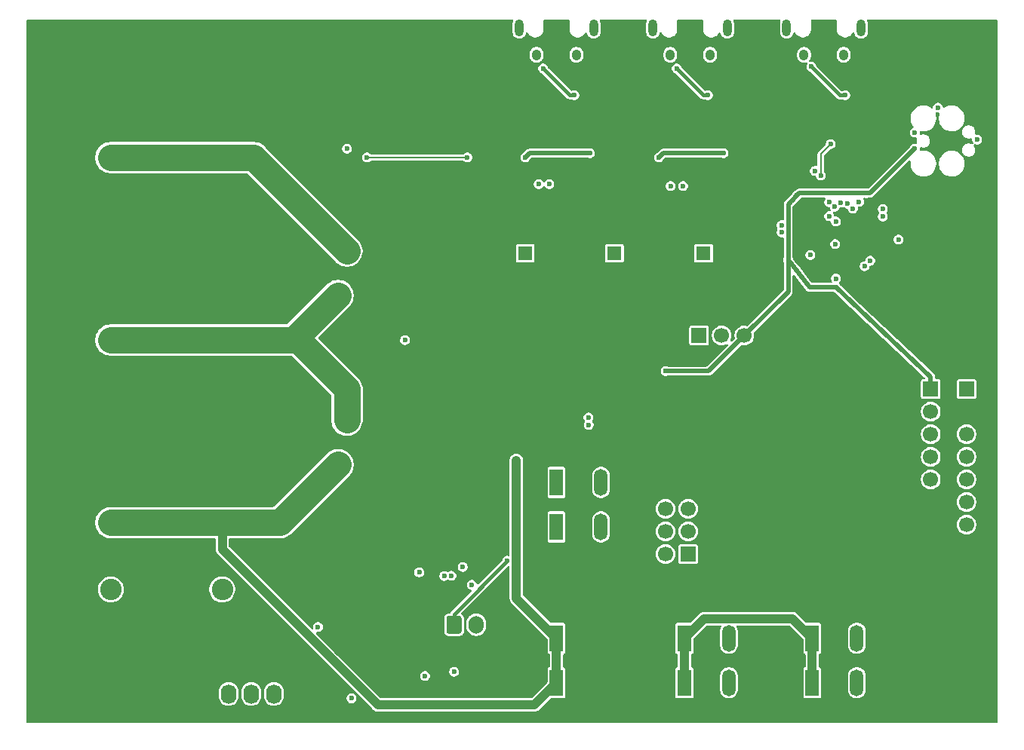
<source format=gbr>
G04 #@! TF.GenerationSoftware,KiCad,Pcbnew,9.0.1+1*
G04 #@! TF.CreationDate,2025-05-28T09:17:19+00:00*
G04 #@! TF.ProjectId,akkupack-ng,616b6b75-7061-4636-9b2d-6e672e6b6963,rev?*
G04 #@! TF.SameCoordinates,Original*
G04 #@! TF.FileFunction,Copper,L4,Bot*
G04 #@! TF.FilePolarity,Positive*
%FSLAX46Y46*%
G04 Gerber Fmt 4.6, Leading zero omitted, Abs format (unit mm)*
G04 Created by KiCad (PCBNEW 9.0.1+1) date 2025-05-28 09:17:19*
%MOMM*%
%LPD*%
G01*
G04 APERTURE LIST*
G04 #@! TA.AperFunction,ComponentPad*
%ADD10R,2.413000X2.413000*%
G04 #@! TD*
G04 #@! TA.AperFunction,ComponentPad*
%ADD11C,2.413000*%
G04 #@! TD*
G04 #@! TA.AperFunction,ComponentPad*
%ADD12R,1.700000X1.700000*%
G04 #@! TD*
G04 #@! TA.AperFunction,ComponentPad*
%ADD13C,1.700000*%
G04 #@! TD*
G04 #@! TA.AperFunction,ComponentPad*
%ADD14C,6.400000*%
G04 #@! TD*
G04 #@! TA.AperFunction,ComponentPad*
%ADD15R,1.500000X3.000000*%
G04 #@! TD*
G04 #@! TA.AperFunction,ComponentPad*
%ADD16O,1.500000X3.000000*%
G04 #@! TD*
G04 #@! TA.AperFunction,HeatsinkPad*
%ADD17O,1.000000X1.900000*%
G04 #@! TD*
G04 #@! TA.AperFunction,HeatsinkPad*
%ADD18O,1.050000X1.250000*%
G04 #@! TD*
G04 #@! TA.AperFunction,ComponentPad*
%ADD19C,2.000000*%
G04 #@! TD*
G04 #@! TA.AperFunction,ComponentPad*
%ADD20O,1.740000X2.190000*%
G04 #@! TD*
G04 #@! TA.AperFunction,ComponentPad*
%ADD21R,1.600000X1.600000*%
G04 #@! TD*
G04 #@! TA.AperFunction,ComponentPad*
%ADD22C,1.600000*%
G04 #@! TD*
G04 #@! TA.AperFunction,ComponentPad*
%ADD23O,1.700000X2.000000*%
G04 #@! TD*
G04 #@! TA.AperFunction,ViaPad*
%ADD24C,0.600000*%
G04 #@! TD*
G04 #@! TA.AperFunction,Conductor*
%ADD25C,0.200000*%
G04 #@! TD*
G04 #@! TA.AperFunction,Conductor*
%ADD26C,3.000000*%
G04 #@! TD*
G04 #@! TA.AperFunction,Conductor*
%ADD27C,1.000000*%
G04 #@! TD*
G04 #@! TA.AperFunction,Conductor*
%ADD28C,0.400000*%
G04 #@! TD*
G04 #@! TA.AperFunction,Conductor*
%ADD29C,0.500000*%
G04 #@! TD*
G04 APERTURE END LIST*
D10*
X72500000Y-61000000D03*
D11*
X60000000Y-61000000D03*
X72500000Y-68500000D03*
X60000000Y-68500000D03*
D12*
X152000000Y-87000000D03*
D13*
X152000000Y-89540000D03*
X152000000Y-92080000D03*
X152000000Y-94620000D03*
X152000000Y-97160000D03*
X152000000Y-99700000D03*
D12*
X156000000Y-87000000D03*
D13*
X156000000Y-89540000D03*
X156000000Y-92080000D03*
X156000000Y-94620000D03*
X156000000Y-97160000D03*
X156000000Y-99700000D03*
X156000000Y-102240000D03*
D14*
X155000000Y-120000000D03*
D15*
X110000000Y-115000000D03*
X110000000Y-120000000D03*
D16*
X115000000Y-115000000D03*
X115000000Y-120000000D03*
D17*
X114175000Y-46460000D03*
D18*
X112225000Y-49460000D03*
X107775000Y-49460000D03*
D17*
X105825000Y-46460000D03*
D15*
X138700000Y-115000000D03*
X138700000Y-120000000D03*
D16*
X143700000Y-115000000D03*
X143700000Y-120000000D03*
D19*
X85500000Y-76500000D03*
X86500000Y-71500000D03*
D14*
X87500000Y-55000000D03*
G04 #@! TA.AperFunction,ComponentPad*
G36*
G01*
X69800000Y-122095000D02*
X69800000Y-120405000D01*
G75*
G02*
X70050000Y-120155000I250000J0D01*
G01*
X71290000Y-120155000D01*
G75*
G02*
X71540000Y-120405000I0J-250000D01*
G01*
X71540000Y-122095000D01*
G75*
G02*
X71290000Y-122345000I-250000J0D01*
G01*
X70050000Y-122345000D01*
G75*
G02*
X69800000Y-122095000I0J250000D01*
G01*
G37*
G04 #@! TD.AperFunction*
D20*
X73210000Y-121250000D03*
X75750000Y-121250000D03*
X78290000Y-121250000D03*
D21*
X106500000Y-71750000D03*
D22*
X106500000Y-75250000D03*
D10*
X72500000Y-81500000D03*
D11*
X60000000Y-81500000D03*
X72500000Y-89000000D03*
X60000000Y-89000000D03*
D10*
X72500000Y-102000000D03*
D11*
X60000000Y-102000000D03*
X72500000Y-109500000D03*
X60000000Y-109500000D03*
D14*
X55500000Y-120000000D03*
X87500000Y-114500000D03*
D19*
X85500000Y-95500000D03*
X86500000Y-90500000D03*
D15*
X124350000Y-115000000D03*
X124350000Y-120000000D03*
D16*
X129350000Y-115000000D03*
X129350000Y-120000000D03*
D14*
X155000000Y-50000000D03*
G04 #@! TA.AperFunction,ComponentPad*
G36*
G01*
X97650000Y-114225000D02*
X97650000Y-112725000D01*
G75*
G02*
X97900000Y-112475000I250000J0D01*
G01*
X99100000Y-112475000D01*
G75*
G02*
X99350000Y-112725000I0J-250000D01*
G01*
X99350000Y-114225000D01*
G75*
G02*
X99100000Y-114475000I-250000J0D01*
G01*
X97900000Y-114475000D01*
G75*
G02*
X97650000Y-114225000I0J250000D01*
G01*
G37*
G04 #@! TD.AperFunction*
D23*
X101000000Y-113475000D03*
D21*
X116500000Y-71750000D03*
D22*
X116500000Y-75250000D03*
D15*
X110000500Y-97500000D03*
X110000500Y-102500000D03*
D16*
X115000500Y-97500000D03*
X115000500Y-102500000D03*
D17*
X144175000Y-46460000D03*
D18*
X142225000Y-49460000D03*
X137775000Y-49460000D03*
D17*
X135825000Y-46460000D03*
D21*
X126500000Y-71750000D03*
D22*
X126500000Y-75250000D03*
D14*
X55000000Y-50000000D03*
D12*
X126000000Y-81000000D03*
D13*
X128540000Y-81000000D03*
X131080000Y-81000000D03*
D17*
X129175000Y-46460000D03*
D18*
X127225000Y-49460000D03*
X122775000Y-49460000D03*
D17*
X120825000Y-46460000D03*
D12*
X124775000Y-105540000D03*
D13*
X122235000Y-105540000D03*
X124775000Y-103000000D03*
X122235000Y-103000000D03*
X124775000Y-100460000D03*
X122235000Y-100460000D03*
D24*
X98800000Y-89600000D03*
X138300000Y-68700000D03*
X94000000Y-62400000D03*
X94600000Y-66600000D03*
X91400000Y-96400000D03*
X98700000Y-84600000D03*
X91800000Y-91600000D03*
X98600000Y-95200000D03*
X94400000Y-87000000D03*
X94400000Y-76800000D03*
X96400000Y-56400000D03*
X98600000Y-100000000D03*
X94400000Y-72000000D03*
X95600000Y-91000000D03*
X98800000Y-64800000D03*
X92000000Y-88200000D03*
X91000000Y-66800000D03*
X98400000Y-70000000D03*
X96200000Y-96200000D03*
X99000000Y-75000000D03*
X91200000Y-75200000D03*
X91000000Y-70600000D03*
X96600000Y-101600000D03*
X140600000Y-71800000D03*
X98800000Y-54800000D03*
X138200000Y-70400000D03*
X100000000Y-61000000D03*
X88750000Y-61000000D03*
X105500000Y-95000000D03*
X90500000Y-122500000D03*
X104500000Y-106300000D03*
X98500000Y-118750000D03*
X95250000Y-119250000D03*
X100500000Y-109000000D03*
X93000000Y-81500000D03*
X86500000Y-60000000D03*
X113600737Y-90200737D03*
X97400000Y-108000000D03*
X135250000Y-68600000D03*
X83250000Y-113750000D03*
X141275735Y-70724265D03*
X94600000Y-107600000D03*
X87000000Y-121750000D03*
X98199965Y-107992582D03*
X113625250Y-91025250D03*
X135250000Y-69400003D03*
X148375735Y-70224265D03*
X141350000Y-74600000D03*
X136000000Y-72500000D03*
X122250000Y-85000000D03*
X144750000Y-65000000D03*
X137000000Y-65250000D03*
X141350000Y-75600000D03*
X150200000Y-60000000D03*
X152800000Y-55400000D03*
X140600000Y-67600000D03*
X139000000Y-62500000D03*
X150200000Y-58200000D03*
X157200000Y-59000000D03*
X141350000Y-68200000D03*
X123500000Y-51000000D03*
X127000000Y-54000000D03*
X128750000Y-60500000D03*
X121500000Y-61000000D03*
X99500000Y-107000000D03*
X139650000Y-63000000D03*
X140750000Y-59500000D03*
X124200000Y-64200000D03*
X140602510Y-66004669D03*
X122800000Y-64200000D03*
X141202607Y-66533710D03*
X144556564Y-73200000D03*
X108000000Y-64000000D03*
X109200000Y-64000000D03*
X145200000Y-72600000D03*
X146624265Y-67624265D03*
X141857592Y-66074364D03*
X143250000Y-66750000D03*
X143956564Y-65983036D03*
X142650000Y-66184313D03*
X108500000Y-51000000D03*
X112000000Y-54000000D03*
X113750000Y-60500000D03*
X106500000Y-61000000D03*
X138600000Y-50800000D03*
X142400000Y-54000000D03*
X146600000Y-66800000D03*
X138488146Y-71954836D03*
D25*
X100000000Y-61000000D02*
X88750000Y-61000000D01*
D26*
X72500000Y-81500000D02*
X81000000Y-81500000D01*
X86500000Y-87000000D02*
X81000000Y-81500000D01*
X81000000Y-81000000D02*
X81000000Y-81500000D01*
X86500000Y-90500000D02*
X86500000Y-87000000D01*
X85500000Y-76500000D02*
X81000000Y-81000000D01*
X60000000Y-81500000D02*
X72500000Y-81500000D01*
D27*
X72500000Y-105015433D02*
X72500000Y-102000000D01*
D26*
X60000000Y-102000000D02*
X72500000Y-102000000D01*
D27*
X107500000Y-122500000D02*
X90500000Y-122500000D01*
X105500000Y-110500000D02*
X105500000Y-95000000D01*
D26*
X72500000Y-102000000D02*
X79000000Y-102000000D01*
X79000000Y-102000000D02*
X85500000Y-95500000D01*
D27*
X110000000Y-120000000D02*
X107500000Y-122500000D01*
X90500000Y-122500000D02*
X89984567Y-122500000D01*
X89984567Y-122500000D02*
X72500000Y-105015433D01*
X110000000Y-115000000D02*
X105500000Y-110500000D01*
X110000000Y-120000000D02*
X110000000Y-115000000D01*
D26*
X86500000Y-71500000D02*
X76000000Y-61000000D01*
X60000000Y-61000000D02*
X72500000Y-61000000D01*
X76000000Y-61000000D02*
X72500000Y-61000000D01*
D28*
X104500000Y-106300000D02*
X98500000Y-112300000D01*
X98500000Y-112300000D02*
X98500000Y-113475000D01*
D29*
X137250000Y-65000000D02*
X143800000Y-65000000D01*
X136375000Y-65875000D02*
X137000000Y-65250000D01*
X122250000Y-85000000D02*
X127080000Y-85000000D01*
X141350000Y-75600000D02*
X152000000Y-85650000D01*
X136000000Y-66250000D02*
X137000000Y-65250000D01*
X136375000Y-65875000D02*
X137250000Y-65000000D01*
X143800000Y-65000000D02*
X145200000Y-65000000D01*
X143800000Y-65000000D02*
X144750000Y-65000000D01*
X138400000Y-75600000D02*
X136000000Y-72500000D01*
X141350000Y-75600000D02*
X138400000Y-75600000D01*
X131080000Y-81000000D02*
X136000000Y-76080000D01*
X136000000Y-72500000D02*
X136000000Y-66250000D01*
X145200000Y-65000000D02*
X150200000Y-60000000D01*
X136000000Y-76080000D02*
X136000000Y-72500000D01*
X152000000Y-85650000D02*
X152000000Y-87000000D01*
X127080000Y-85000000D02*
X131080000Y-81000000D01*
D28*
X123500000Y-51000000D02*
X126500000Y-54000000D01*
X126500000Y-54000000D02*
X127000000Y-54000000D01*
D29*
X128750000Y-60500000D02*
X122000000Y-60500000D01*
X122000000Y-60500000D02*
X121500000Y-61000000D01*
D25*
X139650000Y-63000000D02*
X139650000Y-60600000D01*
X139650000Y-60600000D02*
X140750000Y-59500000D01*
D28*
X108500000Y-51000000D02*
X111500000Y-54000000D01*
X111500000Y-54000000D02*
X112000000Y-54000000D01*
D29*
X113750000Y-60500000D02*
X107000000Y-60500000D01*
X107000000Y-60500000D02*
X106500000Y-61000000D01*
D27*
X124350000Y-115000000D02*
X126550000Y-112800000D01*
X126550000Y-112800000D02*
X136500000Y-112800000D01*
X136500000Y-112800000D02*
X138700000Y-115000000D01*
X138700000Y-120000000D02*
X138700000Y-115000000D01*
X124350000Y-120000000D02*
X124350000Y-115000000D01*
D28*
X141800000Y-54000000D02*
X142400000Y-54000000D01*
X138600000Y-50800000D02*
X141800000Y-54000000D01*
G04 #@! TA.AperFunction,Conductor*
G36*
X105034097Y-45510283D02*
G01*
X105101133Y-45529979D01*
X105146879Y-45582792D01*
X105156810Y-45651952D01*
X105148636Y-45681735D01*
X105103343Y-45791082D01*
X105103340Y-45791092D01*
X105074500Y-45936079D01*
X105074500Y-45936082D01*
X105074500Y-46983918D01*
X105074500Y-46983920D01*
X105074499Y-46983920D01*
X105103340Y-47128907D01*
X105103343Y-47128917D01*
X105159912Y-47265488D01*
X105159919Y-47265501D01*
X105242048Y-47388415D01*
X105242051Y-47388419D01*
X105346580Y-47492948D01*
X105346584Y-47492951D01*
X105469498Y-47575080D01*
X105469511Y-47575087D01*
X105606082Y-47631656D01*
X105606087Y-47631658D01*
X105606091Y-47631658D01*
X105606092Y-47631659D01*
X105751079Y-47660500D01*
X105751082Y-47660500D01*
X105898920Y-47660500D01*
X105996462Y-47641096D01*
X106043913Y-47631658D01*
X106180495Y-47575084D01*
X106303416Y-47492951D01*
X106407951Y-47388416D01*
X106490084Y-47265495D01*
X106546658Y-47128913D01*
X106564849Y-47037463D01*
X106597234Y-46975552D01*
X106657949Y-46940978D01*
X106727719Y-46944717D01*
X106784391Y-46985584D01*
X106801027Y-47014201D01*
X106804833Y-47023390D01*
X106804833Y-47023391D01*
X106906113Y-47174967D01*
X106906119Y-47174975D01*
X107035024Y-47303880D01*
X107035032Y-47303886D01*
X107186608Y-47405166D01*
X107186612Y-47405168D01*
X107355037Y-47474931D01*
X107355042Y-47474933D01*
X107355046Y-47474933D01*
X107355047Y-47474934D01*
X107533843Y-47510500D01*
X107533846Y-47510500D01*
X107716156Y-47510500D01*
X107836445Y-47486572D01*
X107894958Y-47474933D01*
X108063389Y-47405167D01*
X108063391Y-47405166D01*
X108138672Y-47354864D01*
X108214972Y-47303883D01*
X108343883Y-47174972D01*
X108445167Y-47023389D01*
X108452311Y-47006143D01*
X108477754Y-46944717D01*
X108514933Y-46854958D01*
X108550500Y-46676154D01*
X108550500Y-46585000D01*
X108550500Y-46519108D01*
X108550500Y-45634500D01*
X108570185Y-45567461D01*
X108622989Y-45521706D01*
X108674500Y-45510500D01*
X111325500Y-45510500D01*
X111392539Y-45530185D01*
X111438294Y-45582989D01*
X111449500Y-45634500D01*
X111449500Y-46519108D01*
X111449500Y-46585000D01*
X111449500Y-46676154D01*
X111449500Y-46676156D01*
X111449499Y-46676156D01*
X111485065Y-46854952D01*
X111485068Y-46854962D01*
X111554831Y-47023387D01*
X111554833Y-47023391D01*
X111656113Y-47174967D01*
X111656119Y-47174975D01*
X111785024Y-47303880D01*
X111785032Y-47303886D01*
X111936608Y-47405166D01*
X111936612Y-47405168D01*
X112105037Y-47474931D01*
X112105042Y-47474933D01*
X112105046Y-47474933D01*
X112105047Y-47474934D01*
X112283843Y-47510500D01*
X112283846Y-47510500D01*
X112466156Y-47510500D01*
X112586445Y-47486572D01*
X112644958Y-47474933D01*
X112813389Y-47405167D01*
X112813391Y-47405166D01*
X112888672Y-47354864D01*
X112964972Y-47303883D01*
X113093883Y-47174972D01*
X113195167Y-47023389D01*
X113198970Y-47014205D01*
X113242807Y-46959802D01*
X113309100Y-46937733D01*
X113376800Y-46955009D01*
X113424414Y-47006143D01*
X113435150Y-47037462D01*
X113453340Y-47128907D01*
X113453343Y-47128917D01*
X113509912Y-47265488D01*
X113509919Y-47265501D01*
X113592048Y-47388415D01*
X113592051Y-47388419D01*
X113696580Y-47492948D01*
X113696584Y-47492951D01*
X113819498Y-47575080D01*
X113819511Y-47575087D01*
X113956082Y-47631656D01*
X113956087Y-47631658D01*
X113956091Y-47631658D01*
X113956092Y-47631659D01*
X114101079Y-47660500D01*
X114101082Y-47660500D01*
X114248920Y-47660500D01*
X114346462Y-47641096D01*
X114393913Y-47631658D01*
X114530495Y-47575084D01*
X114653416Y-47492951D01*
X114757951Y-47388416D01*
X114840084Y-47265495D01*
X114896658Y-47128913D01*
X114917648Y-47023391D01*
X114925500Y-46983920D01*
X114925500Y-45936079D01*
X114896659Y-45791092D01*
X114896658Y-45791091D01*
X114896658Y-45791087D01*
X114851452Y-45681951D01*
X114843984Y-45612483D01*
X114875259Y-45550004D01*
X114935348Y-45514352D01*
X114966014Y-45510500D01*
X120033986Y-45510500D01*
X120101025Y-45530185D01*
X120146780Y-45582989D01*
X120156724Y-45652147D01*
X120148547Y-45681953D01*
X120103342Y-45791086D01*
X120103340Y-45791092D01*
X120074500Y-45936079D01*
X120074500Y-45936082D01*
X120074500Y-46983918D01*
X120074500Y-46983920D01*
X120074499Y-46983920D01*
X120103340Y-47128907D01*
X120103343Y-47128917D01*
X120159912Y-47265488D01*
X120159919Y-47265501D01*
X120242048Y-47388415D01*
X120242051Y-47388419D01*
X120346580Y-47492948D01*
X120346584Y-47492951D01*
X120469498Y-47575080D01*
X120469511Y-47575087D01*
X120606082Y-47631656D01*
X120606087Y-47631658D01*
X120606091Y-47631658D01*
X120606092Y-47631659D01*
X120751079Y-47660500D01*
X120751082Y-47660500D01*
X120898920Y-47660500D01*
X120996462Y-47641096D01*
X121043913Y-47631658D01*
X121180495Y-47575084D01*
X121303416Y-47492951D01*
X121407951Y-47388416D01*
X121490084Y-47265495D01*
X121546658Y-47128913D01*
X121564849Y-47037463D01*
X121597234Y-46975552D01*
X121657949Y-46940978D01*
X121727719Y-46944717D01*
X121784391Y-46985584D01*
X121801027Y-47014201D01*
X121804833Y-47023390D01*
X121804833Y-47023391D01*
X121906113Y-47174967D01*
X121906119Y-47174975D01*
X122035024Y-47303880D01*
X122035032Y-47303886D01*
X122186608Y-47405166D01*
X122186612Y-47405168D01*
X122355037Y-47474931D01*
X122355042Y-47474933D01*
X122355046Y-47474933D01*
X122355047Y-47474934D01*
X122533843Y-47510500D01*
X122533846Y-47510500D01*
X122716156Y-47510500D01*
X122836445Y-47486572D01*
X122894958Y-47474933D01*
X123063389Y-47405167D01*
X123063391Y-47405166D01*
X123138672Y-47354864D01*
X123214972Y-47303883D01*
X123343883Y-47174972D01*
X123445167Y-47023389D01*
X123452311Y-47006143D01*
X123477754Y-46944717D01*
X123514933Y-46854958D01*
X123550500Y-46676154D01*
X123550500Y-46585000D01*
X123550500Y-46519108D01*
X123550500Y-45634500D01*
X123570185Y-45567461D01*
X123622989Y-45521706D01*
X123674500Y-45510500D01*
X126325500Y-45510500D01*
X126392539Y-45530185D01*
X126438294Y-45582989D01*
X126449500Y-45634500D01*
X126449500Y-46519108D01*
X126449500Y-46585000D01*
X126449500Y-46676154D01*
X126449500Y-46676156D01*
X126449499Y-46676156D01*
X126485065Y-46854952D01*
X126485068Y-46854962D01*
X126554831Y-47023387D01*
X126554833Y-47023391D01*
X126656113Y-47174967D01*
X126656119Y-47174975D01*
X126785024Y-47303880D01*
X126785032Y-47303886D01*
X126936608Y-47405166D01*
X126936612Y-47405168D01*
X127105037Y-47474931D01*
X127105042Y-47474933D01*
X127105046Y-47474933D01*
X127105047Y-47474934D01*
X127283843Y-47510500D01*
X127283846Y-47510500D01*
X127466156Y-47510500D01*
X127586445Y-47486572D01*
X127644958Y-47474933D01*
X127813389Y-47405167D01*
X127813391Y-47405166D01*
X127888672Y-47354864D01*
X127964972Y-47303883D01*
X128093883Y-47174972D01*
X128195167Y-47023389D01*
X128198970Y-47014205D01*
X128242807Y-46959802D01*
X128309100Y-46937733D01*
X128376800Y-46955009D01*
X128424414Y-47006143D01*
X128435150Y-47037462D01*
X128453340Y-47128907D01*
X128453343Y-47128917D01*
X128509912Y-47265488D01*
X128509919Y-47265501D01*
X128592048Y-47388415D01*
X128592051Y-47388419D01*
X128696580Y-47492948D01*
X128696584Y-47492951D01*
X128819498Y-47575080D01*
X128819511Y-47575087D01*
X128956082Y-47631656D01*
X128956087Y-47631658D01*
X128956091Y-47631658D01*
X128956092Y-47631659D01*
X129101079Y-47660500D01*
X129101082Y-47660500D01*
X129248920Y-47660500D01*
X129346462Y-47641096D01*
X129393913Y-47631658D01*
X129530495Y-47575084D01*
X129653416Y-47492951D01*
X129757951Y-47388416D01*
X129840084Y-47265495D01*
X129896658Y-47128913D01*
X129917648Y-47023391D01*
X129925500Y-46983920D01*
X129925500Y-45936079D01*
X129896659Y-45791092D01*
X129896658Y-45791091D01*
X129896658Y-45791087D01*
X129851452Y-45681951D01*
X129843984Y-45612483D01*
X129875259Y-45550004D01*
X129935348Y-45514352D01*
X129966014Y-45510500D01*
X135033986Y-45510500D01*
X135101025Y-45530185D01*
X135146780Y-45582989D01*
X135156724Y-45652147D01*
X135148547Y-45681953D01*
X135103342Y-45791086D01*
X135103340Y-45791092D01*
X135074500Y-45936079D01*
X135074500Y-45936082D01*
X135074500Y-46983918D01*
X135074500Y-46983920D01*
X135074499Y-46983920D01*
X135103340Y-47128907D01*
X135103343Y-47128917D01*
X135159912Y-47265488D01*
X135159919Y-47265501D01*
X135242048Y-47388415D01*
X135242051Y-47388419D01*
X135346580Y-47492948D01*
X135346584Y-47492951D01*
X135469498Y-47575080D01*
X135469511Y-47575087D01*
X135606082Y-47631656D01*
X135606087Y-47631658D01*
X135606091Y-47631658D01*
X135606092Y-47631659D01*
X135751079Y-47660500D01*
X135751082Y-47660500D01*
X135898920Y-47660500D01*
X135996462Y-47641096D01*
X136043913Y-47631658D01*
X136180495Y-47575084D01*
X136303416Y-47492951D01*
X136407951Y-47388416D01*
X136490084Y-47265495D01*
X136546658Y-47128913D01*
X136564849Y-47037463D01*
X136597234Y-46975552D01*
X136657949Y-46940978D01*
X136727719Y-46944717D01*
X136784391Y-46985584D01*
X136801027Y-47014201D01*
X136804833Y-47023390D01*
X136804833Y-47023391D01*
X136906113Y-47174967D01*
X136906119Y-47174975D01*
X137035024Y-47303880D01*
X137035032Y-47303886D01*
X137186608Y-47405166D01*
X137186612Y-47405168D01*
X137355037Y-47474931D01*
X137355042Y-47474933D01*
X137355046Y-47474933D01*
X137355047Y-47474934D01*
X137533843Y-47510500D01*
X137533846Y-47510500D01*
X137716156Y-47510500D01*
X137836445Y-47486572D01*
X137894958Y-47474933D01*
X138063389Y-47405167D01*
X138063391Y-47405166D01*
X138138672Y-47354864D01*
X138214972Y-47303883D01*
X138343883Y-47174972D01*
X138445167Y-47023389D01*
X138452311Y-47006143D01*
X138477754Y-46944717D01*
X138514933Y-46854958D01*
X138550500Y-46676154D01*
X138550500Y-46585000D01*
X138550500Y-46519108D01*
X138550500Y-45634500D01*
X138570185Y-45567461D01*
X138622989Y-45521706D01*
X138674500Y-45510500D01*
X141325500Y-45510500D01*
X141392539Y-45530185D01*
X141438294Y-45582989D01*
X141449500Y-45634500D01*
X141449500Y-46519108D01*
X141449500Y-46585000D01*
X141449500Y-46676154D01*
X141449500Y-46676156D01*
X141449499Y-46676156D01*
X141485065Y-46854952D01*
X141485068Y-46854962D01*
X141554831Y-47023387D01*
X141554833Y-47023391D01*
X141656113Y-47174967D01*
X141656119Y-47174975D01*
X141785024Y-47303880D01*
X141785032Y-47303886D01*
X141936608Y-47405166D01*
X141936612Y-47405168D01*
X142105037Y-47474931D01*
X142105042Y-47474933D01*
X142105046Y-47474933D01*
X142105047Y-47474934D01*
X142283843Y-47510500D01*
X142283846Y-47510500D01*
X142466156Y-47510500D01*
X142586445Y-47486572D01*
X142644958Y-47474933D01*
X142813389Y-47405167D01*
X142813391Y-47405166D01*
X142888672Y-47354864D01*
X142964972Y-47303883D01*
X143093883Y-47174972D01*
X143195167Y-47023389D01*
X143198970Y-47014205D01*
X143242807Y-46959802D01*
X143309100Y-46937733D01*
X143376800Y-46955009D01*
X143424414Y-47006143D01*
X143435150Y-47037462D01*
X143453340Y-47128907D01*
X143453343Y-47128917D01*
X143509912Y-47265488D01*
X143509919Y-47265501D01*
X143592048Y-47388415D01*
X143592051Y-47388419D01*
X143696580Y-47492948D01*
X143696584Y-47492951D01*
X143819498Y-47575080D01*
X143819511Y-47575087D01*
X143956082Y-47631656D01*
X143956087Y-47631658D01*
X143956091Y-47631658D01*
X143956092Y-47631659D01*
X144101079Y-47660500D01*
X144101082Y-47660500D01*
X144248920Y-47660500D01*
X144346462Y-47641096D01*
X144393913Y-47631658D01*
X144530495Y-47575084D01*
X144653416Y-47492951D01*
X144757951Y-47388416D01*
X144840084Y-47265495D01*
X144896658Y-47128913D01*
X144917648Y-47023391D01*
X144925500Y-46983920D01*
X144925500Y-45936079D01*
X144896659Y-45791092D01*
X144896658Y-45791091D01*
X144896658Y-45791087D01*
X144896656Y-45791082D01*
X144851143Y-45681202D01*
X144843674Y-45611733D01*
X144874949Y-45549254D01*
X144935039Y-45513602D01*
X144965621Y-45509750D01*
X159375425Y-45500883D01*
X159442475Y-45520526D01*
X159488263Y-45573302D01*
X159499500Y-45624883D01*
X159499500Y-124375500D01*
X159479815Y-124442539D01*
X159427011Y-124488294D01*
X159375500Y-124499500D01*
X50624500Y-124499500D01*
X50557461Y-124479815D01*
X50511706Y-124427011D01*
X50500500Y-124375500D01*
X50500500Y-120936809D01*
X72089500Y-120936809D01*
X72089500Y-121563190D01*
X72117089Y-121737384D01*
X72171593Y-121905127D01*
X72251662Y-122062270D01*
X72355330Y-122204957D01*
X72480043Y-122329670D01*
X72622730Y-122433338D01*
X72696975Y-122471167D01*
X72779872Y-122513406D01*
X72779874Y-122513406D01*
X72779877Y-122513408D01*
X72869788Y-122542622D01*
X72947615Y-122567910D01*
X73121810Y-122595500D01*
X73121815Y-122595500D01*
X73298190Y-122595500D01*
X73472384Y-122567910D01*
X73640123Y-122513408D01*
X73797270Y-122433338D01*
X73939957Y-122329670D01*
X74064670Y-122204957D01*
X74168338Y-122062270D01*
X74248408Y-121905123D01*
X74302910Y-121737384D01*
X74306923Y-121712049D01*
X74330500Y-121563190D01*
X74330500Y-120936809D01*
X74629500Y-120936809D01*
X74629500Y-121563190D01*
X74657089Y-121737384D01*
X74711593Y-121905127D01*
X74791662Y-122062270D01*
X74895330Y-122204957D01*
X75020043Y-122329670D01*
X75162730Y-122433338D01*
X75236975Y-122471167D01*
X75319872Y-122513406D01*
X75319874Y-122513406D01*
X75319877Y-122513408D01*
X75409788Y-122542622D01*
X75487615Y-122567910D01*
X75661810Y-122595500D01*
X75661815Y-122595500D01*
X75838190Y-122595500D01*
X76012384Y-122567910D01*
X76180123Y-122513408D01*
X76337270Y-122433338D01*
X76479957Y-122329670D01*
X76604670Y-122204957D01*
X76708338Y-122062270D01*
X76788408Y-121905123D01*
X76842910Y-121737384D01*
X76846923Y-121712049D01*
X76870500Y-121563190D01*
X76870500Y-120936809D01*
X77169500Y-120936809D01*
X77169500Y-121563190D01*
X77197089Y-121737384D01*
X77251593Y-121905127D01*
X77331662Y-122062270D01*
X77435330Y-122204957D01*
X77560043Y-122329670D01*
X77702730Y-122433338D01*
X77776975Y-122471167D01*
X77859872Y-122513406D01*
X77859874Y-122513406D01*
X77859877Y-122513408D01*
X77949788Y-122542622D01*
X78027615Y-122567910D01*
X78201810Y-122595500D01*
X78201815Y-122595500D01*
X78378190Y-122595500D01*
X78552384Y-122567910D01*
X78720123Y-122513408D01*
X78877270Y-122433338D01*
X79019957Y-122329670D01*
X79144670Y-122204957D01*
X79248338Y-122062270D01*
X79328408Y-121905123D01*
X79382910Y-121737384D01*
X79390084Y-121692085D01*
X79392391Y-121677525D01*
X86449500Y-121677525D01*
X86449500Y-121822475D01*
X86471646Y-121905123D01*
X86487017Y-121962488D01*
X86559488Y-122088011D01*
X86559490Y-122088013D01*
X86559491Y-122088015D01*
X86661985Y-122190509D01*
X86661986Y-122190510D01*
X86661988Y-122190511D01*
X86787511Y-122262982D01*
X86787512Y-122262982D01*
X86787515Y-122262984D01*
X86927525Y-122300500D01*
X86927528Y-122300500D01*
X87072472Y-122300500D01*
X87072475Y-122300500D01*
X87212485Y-122262984D01*
X87338015Y-122190509D01*
X87440509Y-122088015D01*
X87512984Y-121962485D01*
X87550500Y-121822475D01*
X87550500Y-121677525D01*
X87512984Y-121537515D01*
X87506993Y-121527139D01*
X87440511Y-121411988D01*
X87440506Y-121411982D01*
X87338017Y-121309493D01*
X87338011Y-121309488D01*
X87212488Y-121237017D01*
X87212489Y-121237017D01*
X87201006Y-121233940D01*
X87072475Y-121199500D01*
X86927525Y-121199500D01*
X86798993Y-121233940D01*
X86787511Y-121237017D01*
X86661988Y-121309488D01*
X86661982Y-121309493D01*
X86559493Y-121411982D01*
X86559488Y-121411988D01*
X86487017Y-121537511D01*
X86487016Y-121537515D01*
X86449500Y-121677525D01*
X79392391Y-121677525D01*
X79396751Y-121649999D01*
X79396751Y-121649997D01*
X79410500Y-121563191D01*
X79410500Y-120936809D01*
X79382910Y-120762615D01*
X79328406Y-120594872D01*
X79248337Y-120437729D01*
X79144670Y-120295043D01*
X79019957Y-120170330D01*
X78877270Y-120066662D01*
X78720127Y-119986593D01*
X78552384Y-119932089D01*
X78378190Y-119904500D01*
X78378185Y-119904500D01*
X78201815Y-119904500D01*
X78201810Y-119904500D01*
X78027615Y-119932089D01*
X77859872Y-119986593D01*
X77702729Y-120066662D01*
X77560040Y-120170332D01*
X77435332Y-120295040D01*
X77331662Y-120437729D01*
X77251593Y-120594872D01*
X77197089Y-120762615D01*
X77169500Y-120936809D01*
X76870500Y-120936809D01*
X76842910Y-120762615D01*
X76788406Y-120594872D01*
X76708337Y-120437729D01*
X76604670Y-120295043D01*
X76479957Y-120170330D01*
X76337270Y-120066662D01*
X76180127Y-119986593D01*
X76012384Y-119932089D01*
X75838190Y-119904500D01*
X75838185Y-119904500D01*
X75661815Y-119904500D01*
X75661810Y-119904500D01*
X75487615Y-119932089D01*
X75319872Y-119986593D01*
X75162729Y-120066662D01*
X75020040Y-120170332D01*
X74895332Y-120295040D01*
X74791662Y-120437729D01*
X74711593Y-120594872D01*
X74657089Y-120762615D01*
X74629500Y-120936809D01*
X74330500Y-120936809D01*
X74302910Y-120762615D01*
X74248406Y-120594872D01*
X74168337Y-120437729D01*
X74064670Y-120295043D01*
X73939957Y-120170330D01*
X73797270Y-120066662D01*
X73640127Y-119986593D01*
X73472384Y-119932089D01*
X73298190Y-119904500D01*
X73298185Y-119904500D01*
X73121815Y-119904500D01*
X73121810Y-119904500D01*
X72947615Y-119932089D01*
X72779872Y-119986593D01*
X72622729Y-120066662D01*
X72480040Y-120170332D01*
X72355332Y-120295040D01*
X72251662Y-120437729D01*
X72171593Y-120594872D01*
X72117089Y-120762615D01*
X72089500Y-120936809D01*
X50500500Y-120936809D01*
X50500500Y-109385326D01*
X58543000Y-109385326D01*
X58543000Y-109614673D01*
X58578875Y-109841182D01*
X58649746Y-110059298D01*
X58753862Y-110263634D01*
X58888663Y-110449172D01*
X59050828Y-110611337D01*
X59236366Y-110746138D01*
X59332906Y-110795328D01*
X59440701Y-110850253D01*
X59440703Y-110850253D01*
X59440706Y-110850255D01*
X59557619Y-110888242D01*
X59658817Y-110921124D01*
X59885327Y-110957000D01*
X59885332Y-110957000D01*
X60114673Y-110957000D01*
X60341182Y-110921124D01*
X60391637Y-110904730D01*
X60559294Y-110850255D01*
X60763634Y-110746138D01*
X60949172Y-110611337D01*
X61111337Y-110449172D01*
X61246138Y-110263634D01*
X61350255Y-110059294D01*
X61421124Y-109841182D01*
X61457000Y-109614673D01*
X61457000Y-109385326D01*
X71043000Y-109385326D01*
X71043000Y-109614673D01*
X71078875Y-109841182D01*
X71149746Y-110059298D01*
X71253862Y-110263634D01*
X71388663Y-110449172D01*
X71550828Y-110611337D01*
X71736366Y-110746138D01*
X71832906Y-110795328D01*
X71940701Y-110850253D01*
X71940703Y-110850253D01*
X71940706Y-110850255D01*
X72057619Y-110888242D01*
X72158817Y-110921124D01*
X72385327Y-110957000D01*
X72385332Y-110957000D01*
X72614673Y-110957000D01*
X72841182Y-110921124D01*
X72891637Y-110904730D01*
X73059294Y-110850255D01*
X73263634Y-110746138D01*
X73449172Y-110611337D01*
X73611337Y-110449172D01*
X73746138Y-110263634D01*
X73850255Y-110059294D01*
X73921124Y-109841182D01*
X73957000Y-109614673D01*
X73957000Y-109385326D01*
X73921124Y-109158817D01*
X73888242Y-109057619D01*
X73850255Y-108940706D01*
X73850253Y-108940703D01*
X73850253Y-108940701D01*
X73746137Y-108736365D01*
X73692097Y-108661985D01*
X73611337Y-108550828D01*
X73449172Y-108388663D01*
X73263634Y-108253862D01*
X73059298Y-108149746D01*
X72841182Y-108078875D01*
X72614673Y-108043000D01*
X72614668Y-108043000D01*
X72385332Y-108043000D01*
X72385327Y-108043000D01*
X72158817Y-108078875D01*
X71940701Y-108149746D01*
X71736365Y-108253862D01*
X71550825Y-108388665D01*
X71388665Y-108550825D01*
X71253862Y-108736365D01*
X71149746Y-108940701D01*
X71078875Y-109158817D01*
X71043000Y-109385326D01*
X61457000Y-109385326D01*
X61421124Y-109158817D01*
X61388242Y-109057619D01*
X61350255Y-108940706D01*
X61350253Y-108940703D01*
X61350253Y-108940701D01*
X61246137Y-108736365D01*
X61192097Y-108661985D01*
X61111337Y-108550828D01*
X60949172Y-108388663D01*
X60763634Y-108253862D01*
X60559298Y-108149746D01*
X60341182Y-108078875D01*
X60114673Y-108043000D01*
X60114668Y-108043000D01*
X59885332Y-108043000D01*
X59885327Y-108043000D01*
X59658817Y-108078875D01*
X59440701Y-108149746D01*
X59236365Y-108253862D01*
X59050825Y-108388665D01*
X58888665Y-108550825D01*
X58753862Y-108736365D01*
X58649746Y-108940701D01*
X58578875Y-109158817D01*
X58543000Y-109385326D01*
X50500500Y-109385326D01*
X50500500Y-101885258D01*
X58249500Y-101885258D01*
X58249500Y-102114741D01*
X58274446Y-102304215D01*
X58279452Y-102342238D01*
X58301149Y-102423212D01*
X58338842Y-102563887D01*
X58426650Y-102775876D01*
X58426657Y-102775890D01*
X58541392Y-102974617D01*
X58681081Y-103156661D01*
X58681089Y-103156670D01*
X58843330Y-103318911D01*
X58843335Y-103318915D01*
X58843339Y-103318919D01*
X58871464Y-103340500D01*
X59025382Y-103458607D01*
X59025385Y-103458608D01*
X59025388Y-103458611D01*
X59224112Y-103573344D01*
X59224117Y-103573346D01*
X59224123Y-103573349D01*
X59315480Y-103611190D01*
X59436113Y-103661158D01*
X59657762Y-103720548D01*
X59885266Y-103750500D01*
X71625500Y-103750500D01*
X71692539Y-103770185D01*
X71738294Y-103822989D01*
X71749500Y-103874500D01*
X71749500Y-105089351D01*
X71749500Y-105089353D01*
X71749499Y-105089353D01*
X71778340Y-105234340D01*
X71778343Y-105234350D01*
X71834914Y-105370925D01*
X71867812Y-105420160D01*
X71867813Y-105420163D01*
X71917046Y-105493847D01*
X71917052Y-105493854D01*
X89506151Y-123082952D01*
X89506153Y-123082954D01*
X89535625Y-123102645D01*
X89579837Y-123132186D01*
X89629072Y-123165084D01*
X89629073Y-123165084D01*
X89629074Y-123165085D01*
X89629076Y-123165086D01*
X89765649Y-123221656D01*
X89765654Y-123221658D01*
X89765658Y-123221658D01*
X89765659Y-123221659D01*
X89910646Y-123250500D01*
X89910649Y-123250500D01*
X107573920Y-123250500D01*
X107671462Y-123231096D01*
X107718913Y-123221658D01*
X107855495Y-123165084D01*
X107904729Y-123132186D01*
X107904734Y-123132183D01*
X107929071Y-123115921D01*
X107978416Y-123082952D01*
X109274549Y-121786819D01*
X109335872Y-121753334D01*
X109362230Y-121750500D01*
X110774676Y-121750500D01*
X110774677Y-121750499D01*
X110847740Y-121735966D01*
X110930601Y-121680601D01*
X110985966Y-121597740D01*
X111000500Y-121524674D01*
X111000500Y-118475326D01*
X111000500Y-118475323D01*
X111000499Y-118475321D01*
X110985967Y-118402264D01*
X110985966Y-118402260D01*
X110930601Y-118319399D01*
X110847740Y-118264034D01*
X110847739Y-118264033D01*
X110836456Y-118259360D01*
X110837157Y-118257665D01*
X110788396Y-118232157D01*
X110753823Y-118171441D01*
X110750500Y-118142927D01*
X110750500Y-116857072D01*
X110770185Y-116790033D01*
X110822989Y-116744278D01*
X110844239Y-116737415D01*
X110847738Y-116735966D01*
X110847740Y-116735966D01*
X110930601Y-116680601D01*
X110985966Y-116597740D01*
X111000500Y-116524674D01*
X111000500Y-113475326D01*
X111000500Y-113475323D01*
X111000499Y-113475321D01*
X123349500Y-113475321D01*
X123349500Y-116524678D01*
X123364032Y-116597735D01*
X123364033Y-116597739D01*
X123364034Y-116597740D01*
X123419399Y-116680601D01*
X123466470Y-116712052D01*
X123502260Y-116735966D01*
X123513544Y-116740640D01*
X123512841Y-116742335D01*
X123561595Y-116767833D01*
X123596174Y-116828546D01*
X123599500Y-116857072D01*
X123599500Y-118142927D01*
X123579815Y-118209966D01*
X123527011Y-118255721D01*
X123505755Y-118262586D01*
X123502260Y-118264033D01*
X123419399Y-118319399D01*
X123364033Y-118402260D01*
X123364032Y-118402264D01*
X123349500Y-118475321D01*
X123349500Y-121524678D01*
X123364032Y-121597735D01*
X123364033Y-121597739D01*
X123364034Y-121597740D01*
X123419399Y-121680601D01*
X123493054Y-121729815D01*
X123502260Y-121735966D01*
X123502264Y-121735967D01*
X123575321Y-121750499D01*
X123575324Y-121750500D01*
X123575326Y-121750500D01*
X125124676Y-121750500D01*
X125124677Y-121750499D01*
X125197740Y-121735966D01*
X125280601Y-121680601D01*
X125335966Y-121597740D01*
X125350500Y-121524674D01*
X125350500Y-120848543D01*
X128349499Y-120848543D01*
X128387947Y-121041829D01*
X128387950Y-121041839D01*
X128463364Y-121223907D01*
X128463371Y-121223920D01*
X128572860Y-121387781D01*
X128572863Y-121387785D01*
X128712214Y-121527136D01*
X128712218Y-121527139D01*
X128876079Y-121636628D01*
X128876092Y-121636635D01*
X128982237Y-121680601D01*
X129058165Y-121712051D01*
X129058169Y-121712051D01*
X129058170Y-121712052D01*
X129251456Y-121750500D01*
X129251459Y-121750500D01*
X129448543Y-121750500D01*
X129578582Y-121724632D01*
X129641835Y-121712051D01*
X129823914Y-121636632D01*
X129987782Y-121527139D01*
X130127139Y-121387782D01*
X130236632Y-121223914D01*
X130312051Y-121041835D01*
X130350500Y-120848541D01*
X130350500Y-119151459D01*
X130350500Y-119151456D01*
X130312052Y-118958170D01*
X130312051Y-118958169D01*
X130312051Y-118958165D01*
X130250468Y-118809489D01*
X130236635Y-118776092D01*
X130236628Y-118776079D01*
X130127139Y-118612218D01*
X130127136Y-118612214D01*
X129987785Y-118472863D01*
X129987781Y-118472860D01*
X129823920Y-118363371D01*
X129823907Y-118363364D01*
X129641839Y-118287950D01*
X129641829Y-118287947D01*
X129448543Y-118249500D01*
X129448541Y-118249500D01*
X129251459Y-118249500D01*
X129251457Y-118249500D01*
X129058170Y-118287947D01*
X129058160Y-118287950D01*
X128876092Y-118363364D01*
X128876079Y-118363371D01*
X128712218Y-118472860D01*
X128712214Y-118472863D01*
X128572863Y-118612214D01*
X128572860Y-118612218D01*
X128463371Y-118776079D01*
X128463364Y-118776092D01*
X128387950Y-118958160D01*
X128387947Y-118958170D01*
X128349500Y-119151456D01*
X128349500Y-119151459D01*
X128349500Y-120848541D01*
X128349500Y-120848543D01*
X128349499Y-120848543D01*
X125350500Y-120848543D01*
X125350500Y-118475326D01*
X125350500Y-118475323D01*
X125350499Y-118475321D01*
X125335967Y-118402264D01*
X125335966Y-118402260D01*
X125280601Y-118319399D01*
X125197740Y-118264034D01*
X125197739Y-118264033D01*
X125186456Y-118259360D01*
X125187157Y-118257665D01*
X125138396Y-118232157D01*
X125103823Y-118171441D01*
X125100500Y-118142927D01*
X125100500Y-116857072D01*
X125120185Y-116790033D01*
X125172989Y-116744278D01*
X125194239Y-116737415D01*
X125197738Y-116735966D01*
X125197740Y-116735966D01*
X125280601Y-116680601D01*
X125335966Y-116597740D01*
X125350500Y-116524674D01*
X125350500Y-115112230D01*
X125370185Y-115045191D01*
X125386819Y-115024549D01*
X126824549Y-113586819D01*
X126885872Y-113553334D01*
X126912230Y-113550500D01*
X128382111Y-113550500D01*
X128449150Y-113570185D01*
X128494905Y-113622989D01*
X128504849Y-113692147D01*
X128485214Y-113743390D01*
X128463370Y-113776081D01*
X128463364Y-113776092D01*
X128387950Y-113958160D01*
X128387947Y-113958170D01*
X128349500Y-114151456D01*
X128349500Y-114151459D01*
X128349500Y-115848541D01*
X128349500Y-115848543D01*
X128349499Y-115848543D01*
X128387947Y-116041829D01*
X128387950Y-116041839D01*
X128463364Y-116223907D01*
X128463371Y-116223920D01*
X128572860Y-116387781D01*
X128572863Y-116387785D01*
X128712214Y-116527136D01*
X128712218Y-116527139D01*
X128876079Y-116636628D01*
X128876092Y-116636635D01*
X128982237Y-116680601D01*
X129058165Y-116712051D01*
X129058169Y-116712051D01*
X129058170Y-116712052D01*
X129251456Y-116750500D01*
X129251459Y-116750500D01*
X129448543Y-116750500D01*
X129578582Y-116724632D01*
X129641835Y-116712051D01*
X129823914Y-116636632D01*
X129987782Y-116527139D01*
X130127139Y-116387782D01*
X130236632Y-116223914D01*
X130312051Y-116041835D01*
X130350500Y-115848541D01*
X130350500Y-114151459D01*
X130350500Y-114151456D01*
X130312052Y-113958170D01*
X130312051Y-113958169D01*
X130312051Y-113958165D01*
X130307643Y-113947522D01*
X130236635Y-113776092D01*
X130236629Y-113776081D01*
X130214786Y-113743390D01*
X130193909Y-113676712D01*
X130212394Y-113609332D01*
X130264373Y-113562643D01*
X130317889Y-113550500D01*
X136137770Y-113550500D01*
X136204809Y-113570185D01*
X136225451Y-113586819D01*
X137663181Y-115024549D01*
X137696666Y-115085872D01*
X137699500Y-115112230D01*
X137699500Y-116524678D01*
X137714032Y-116597735D01*
X137714033Y-116597739D01*
X137714034Y-116597740D01*
X137769399Y-116680601D01*
X137816470Y-116712052D01*
X137852260Y-116735966D01*
X137863544Y-116740640D01*
X137862841Y-116742335D01*
X137911595Y-116767833D01*
X137946174Y-116828546D01*
X137949500Y-116857072D01*
X137949500Y-118142927D01*
X137929815Y-118209966D01*
X137877011Y-118255721D01*
X137855755Y-118262586D01*
X137852260Y-118264033D01*
X137769399Y-118319399D01*
X137714033Y-118402260D01*
X137714032Y-118402264D01*
X137699500Y-118475321D01*
X137699500Y-121524678D01*
X137714032Y-121597735D01*
X137714033Y-121597739D01*
X137714034Y-121597740D01*
X137769399Y-121680601D01*
X137843054Y-121729815D01*
X137852260Y-121735966D01*
X137852264Y-121735967D01*
X137925321Y-121750499D01*
X137925324Y-121750500D01*
X137925326Y-121750500D01*
X139474676Y-121750500D01*
X139474677Y-121750499D01*
X139547740Y-121735966D01*
X139630601Y-121680601D01*
X139685966Y-121597740D01*
X139700500Y-121524674D01*
X139700500Y-120848543D01*
X142699499Y-120848543D01*
X142737947Y-121041829D01*
X142737950Y-121041839D01*
X142813364Y-121223907D01*
X142813371Y-121223920D01*
X142922860Y-121387781D01*
X142922863Y-121387785D01*
X143062214Y-121527136D01*
X143062218Y-121527139D01*
X143226079Y-121636628D01*
X143226092Y-121636635D01*
X143332237Y-121680601D01*
X143408165Y-121712051D01*
X143408169Y-121712051D01*
X143408170Y-121712052D01*
X143601456Y-121750500D01*
X143601459Y-121750500D01*
X143798543Y-121750500D01*
X143928582Y-121724632D01*
X143991835Y-121712051D01*
X144173914Y-121636632D01*
X144337782Y-121527139D01*
X144477139Y-121387782D01*
X144586632Y-121223914D01*
X144662051Y-121041835D01*
X144700500Y-120848541D01*
X144700500Y-119151459D01*
X144700500Y-119151456D01*
X144662052Y-118958170D01*
X144662051Y-118958169D01*
X144662051Y-118958165D01*
X144600468Y-118809489D01*
X144586635Y-118776092D01*
X144586628Y-118776079D01*
X144477139Y-118612218D01*
X144477136Y-118612214D01*
X144337785Y-118472863D01*
X144337781Y-118472860D01*
X144173920Y-118363371D01*
X144173907Y-118363364D01*
X143991839Y-118287950D01*
X143991829Y-118287947D01*
X143798543Y-118249500D01*
X143798541Y-118249500D01*
X143601459Y-118249500D01*
X143601457Y-118249500D01*
X143408170Y-118287947D01*
X143408160Y-118287950D01*
X143226092Y-118363364D01*
X143226079Y-118363371D01*
X143062218Y-118472860D01*
X143062214Y-118472863D01*
X142922863Y-118612214D01*
X142922860Y-118612218D01*
X142813371Y-118776079D01*
X142813364Y-118776092D01*
X142737950Y-118958160D01*
X142737947Y-118958170D01*
X142699500Y-119151456D01*
X142699500Y-119151459D01*
X142699500Y-120848541D01*
X142699500Y-120848543D01*
X142699499Y-120848543D01*
X139700500Y-120848543D01*
X139700500Y-118475326D01*
X139700500Y-118475323D01*
X139700499Y-118475321D01*
X139685967Y-118402264D01*
X139685966Y-118402260D01*
X139630601Y-118319399D01*
X139547740Y-118264034D01*
X139547739Y-118264033D01*
X139536456Y-118259360D01*
X139537157Y-118257665D01*
X139488396Y-118232157D01*
X139453823Y-118171441D01*
X139450500Y-118142927D01*
X139450500Y-116857072D01*
X139470185Y-116790033D01*
X139522989Y-116744278D01*
X139544239Y-116737415D01*
X139547738Y-116735966D01*
X139547740Y-116735966D01*
X139630601Y-116680601D01*
X139685966Y-116597740D01*
X139700500Y-116524674D01*
X139700500Y-115848543D01*
X142699499Y-115848543D01*
X142737947Y-116041829D01*
X142737950Y-116041839D01*
X142813364Y-116223907D01*
X142813371Y-116223920D01*
X142922860Y-116387781D01*
X142922863Y-116387785D01*
X143062214Y-116527136D01*
X143062218Y-116527139D01*
X143226079Y-116636628D01*
X143226092Y-116636635D01*
X143332237Y-116680601D01*
X143408165Y-116712051D01*
X143408169Y-116712051D01*
X143408170Y-116712052D01*
X143601456Y-116750500D01*
X143601459Y-116750500D01*
X143798543Y-116750500D01*
X143928582Y-116724632D01*
X143991835Y-116712051D01*
X144173914Y-116636632D01*
X144337782Y-116527139D01*
X144477139Y-116387782D01*
X144586632Y-116223914D01*
X144662051Y-116041835D01*
X144700500Y-115848541D01*
X144700500Y-114151459D01*
X144700500Y-114151456D01*
X144662052Y-113958170D01*
X144662051Y-113958169D01*
X144662051Y-113958165D01*
X144657643Y-113947522D01*
X144586635Y-113776092D01*
X144586628Y-113776079D01*
X144477139Y-113612218D01*
X144477136Y-113612214D01*
X144337785Y-113472863D01*
X144337781Y-113472860D01*
X144173920Y-113363371D01*
X144173907Y-113363364D01*
X143991839Y-113287950D01*
X143991829Y-113287947D01*
X143798543Y-113249500D01*
X143798541Y-113249500D01*
X143601459Y-113249500D01*
X143601457Y-113249500D01*
X143408170Y-113287947D01*
X143408160Y-113287950D01*
X143226092Y-113363364D01*
X143226079Y-113363371D01*
X143062218Y-113472860D01*
X143062214Y-113472863D01*
X142922863Y-113612214D01*
X142922860Y-113612218D01*
X142813371Y-113776079D01*
X142813364Y-113776092D01*
X142737950Y-113958160D01*
X142737947Y-113958170D01*
X142699500Y-114151456D01*
X142699500Y-114151459D01*
X142699500Y-115848541D01*
X142699500Y-115848543D01*
X142699499Y-115848543D01*
X139700500Y-115848543D01*
X139700500Y-113475326D01*
X139700500Y-113475323D01*
X139700499Y-113475321D01*
X139685967Y-113402264D01*
X139685966Y-113402260D01*
X139630601Y-113319399D01*
X139547740Y-113264034D01*
X139547739Y-113264033D01*
X139547735Y-113264032D01*
X139474677Y-113249500D01*
X139474674Y-113249500D01*
X138062230Y-113249500D01*
X137995191Y-113229815D01*
X137974549Y-113213181D01*
X136978421Y-112217052D01*
X136978414Y-112217046D01*
X136904729Y-112167812D01*
X136904729Y-112167813D01*
X136855491Y-112134913D01*
X136718917Y-112078343D01*
X136718907Y-112078340D01*
X136573920Y-112049500D01*
X136573918Y-112049500D01*
X126476082Y-112049500D01*
X126476080Y-112049500D01*
X126331092Y-112078340D01*
X126331086Y-112078342D01*
X126194508Y-112134914D01*
X126194496Y-112134921D01*
X126145269Y-112167813D01*
X126071588Y-112217044D01*
X126071580Y-112217050D01*
X125075451Y-113213181D01*
X125014128Y-113246666D01*
X124987770Y-113249500D01*
X123575323Y-113249500D01*
X123502264Y-113264032D01*
X123502260Y-113264033D01*
X123419399Y-113319399D01*
X123364033Y-113402260D01*
X123364032Y-113402264D01*
X123349500Y-113475321D01*
X111000499Y-113475321D01*
X110985967Y-113402264D01*
X110985966Y-113402260D01*
X110930601Y-113319399D01*
X110847740Y-113264034D01*
X110847739Y-113264033D01*
X110847735Y-113264032D01*
X110774677Y-113249500D01*
X110774674Y-113249500D01*
X109362230Y-113249500D01*
X109295191Y-113229815D01*
X109274549Y-113213181D01*
X106286819Y-110225451D01*
X106253334Y-110164128D01*
X106250500Y-110137770D01*
X106250500Y-105453389D01*
X121134500Y-105453389D01*
X121134500Y-105626610D01*
X121159905Y-105787017D01*
X121161598Y-105797701D01*
X121215127Y-105962445D01*
X121293768Y-106116788D01*
X121395586Y-106256928D01*
X121518072Y-106379414D01*
X121658212Y-106481232D01*
X121812555Y-106559873D01*
X121977299Y-106613402D01*
X122148389Y-106640500D01*
X122148390Y-106640500D01*
X122321610Y-106640500D01*
X122321611Y-106640500D01*
X122492701Y-106613402D01*
X122657445Y-106559873D01*
X122811788Y-106481232D01*
X122951928Y-106379414D01*
X123074414Y-106256928D01*
X123176232Y-106116788D01*
X123254873Y-105962445D01*
X123308402Y-105797701D01*
X123335500Y-105626611D01*
X123335500Y-105453389D01*
X123308402Y-105282299D01*
X123254873Y-105117555D01*
X123176232Y-104963212D01*
X123074414Y-104823072D01*
X122951928Y-104700586D01*
X122903390Y-104665321D01*
X123674500Y-104665321D01*
X123674500Y-106414678D01*
X123689032Y-106487735D01*
X123689033Y-106487739D01*
X123689034Y-106487740D01*
X123744399Y-106570601D01*
X123827260Y-106625966D01*
X123827264Y-106625967D01*
X123900321Y-106640499D01*
X123900324Y-106640500D01*
X123900326Y-106640500D01*
X125649676Y-106640500D01*
X125649677Y-106640499D01*
X125722740Y-106625966D01*
X125805601Y-106570601D01*
X125860966Y-106487740D01*
X125875500Y-106414674D01*
X125875500Y-104665326D01*
X125875500Y-104665323D01*
X125875499Y-104665321D01*
X125860967Y-104592264D01*
X125860966Y-104592260D01*
X125805601Y-104509399D01*
X125722740Y-104454034D01*
X125722739Y-104454033D01*
X125722735Y-104454032D01*
X125649677Y-104439500D01*
X125649674Y-104439500D01*
X123900326Y-104439500D01*
X123900323Y-104439500D01*
X123827264Y-104454032D01*
X123827260Y-104454033D01*
X123744399Y-104509399D01*
X123689033Y-104592260D01*
X123689032Y-104592264D01*
X123674500Y-104665321D01*
X122903390Y-104665321D01*
X122811788Y-104598768D01*
X122657445Y-104520127D01*
X122492701Y-104466598D01*
X122492699Y-104466597D01*
X122492698Y-104466597D01*
X122361271Y-104445781D01*
X122321611Y-104439500D01*
X122148389Y-104439500D01*
X122108728Y-104445781D01*
X121977302Y-104466597D01*
X121812552Y-104520128D01*
X121658211Y-104598768D01*
X121583289Y-104653203D01*
X121518072Y-104700586D01*
X121518070Y-104700588D01*
X121518069Y-104700588D01*
X121395588Y-104823069D01*
X121395588Y-104823070D01*
X121395586Y-104823072D01*
X121351859Y-104883256D01*
X121293768Y-104963211D01*
X121215128Y-105117552D01*
X121161597Y-105282302D01*
X121134500Y-105453389D01*
X106250500Y-105453389D01*
X106250500Y-100975321D01*
X109000000Y-100975321D01*
X109000000Y-104024678D01*
X109014532Y-104097735D01*
X109014533Y-104097739D01*
X109014534Y-104097740D01*
X109069899Y-104180601D01*
X109116970Y-104212052D01*
X109152760Y-104235966D01*
X109152764Y-104235967D01*
X109225821Y-104250499D01*
X109225824Y-104250500D01*
X109225826Y-104250500D01*
X110775176Y-104250500D01*
X110775177Y-104250499D01*
X110848240Y-104235966D01*
X110931101Y-104180601D01*
X110986466Y-104097740D01*
X111001000Y-104024674D01*
X111001000Y-103348543D01*
X113999999Y-103348543D01*
X114038447Y-103541829D01*
X114038449Y-103541835D01*
X114113864Y-103723907D01*
X114113871Y-103723920D01*
X114223360Y-103887781D01*
X114223363Y-103887785D01*
X114362714Y-104027136D01*
X114362718Y-104027139D01*
X114526579Y-104136628D01*
X114526592Y-104136635D01*
X114632737Y-104180601D01*
X114708665Y-104212051D01*
X114708669Y-104212051D01*
X114708670Y-104212052D01*
X114901956Y-104250500D01*
X114901959Y-104250500D01*
X115099043Y-104250500D01*
X115229082Y-104224632D01*
X115292335Y-104212051D01*
X115474414Y-104136632D01*
X115638282Y-104027139D01*
X115777639Y-103887782D01*
X115887132Y-103723914D01*
X115962551Y-103541835D01*
X115975132Y-103478582D01*
X116001000Y-103348543D01*
X116001000Y-102913389D01*
X121134500Y-102913389D01*
X121134500Y-103086611D01*
X121161598Y-103257701D01*
X121215127Y-103422445D01*
X121293768Y-103576788D01*
X121395586Y-103716928D01*
X121518072Y-103839414D01*
X121658212Y-103941232D01*
X121812555Y-104019873D01*
X121977299Y-104073402D01*
X122148389Y-104100500D01*
X122148390Y-104100500D01*
X122321610Y-104100500D01*
X122321611Y-104100500D01*
X122492701Y-104073402D01*
X122657445Y-104019873D01*
X122811788Y-103941232D01*
X122951928Y-103839414D01*
X123074414Y-103716928D01*
X123176232Y-103576788D01*
X123254873Y-103422445D01*
X123308402Y-103257701D01*
X123335500Y-103086611D01*
X123335500Y-102913389D01*
X123674500Y-102913389D01*
X123674500Y-103086611D01*
X123701598Y-103257701D01*
X123755127Y-103422445D01*
X123833768Y-103576788D01*
X123935586Y-103716928D01*
X124058072Y-103839414D01*
X124198212Y-103941232D01*
X124352555Y-104019873D01*
X124517299Y-104073402D01*
X124688389Y-104100500D01*
X124688390Y-104100500D01*
X124861610Y-104100500D01*
X124861611Y-104100500D01*
X125032701Y-104073402D01*
X125197445Y-104019873D01*
X125351788Y-103941232D01*
X125491928Y-103839414D01*
X125614414Y-103716928D01*
X125716232Y-103576788D01*
X125794873Y-103422445D01*
X125848402Y-103257701D01*
X125875500Y-103086611D01*
X125875500Y-102913389D01*
X125848402Y-102742299D01*
X125794873Y-102577555D01*
X125716232Y-102423212D01*
X125614414Y-102283072D01*
X125491928Y-102160586D01*
X125482022Y-102153389D01*
X154899500Y-102153389D01*
X154899500Y-102326611D01*
X154926598Y-102497701D01*
X154980127Y-102662445D01*
X155058768Y-102816788D01*
X155160586Y-102956928D01*
X155283072Y-103079414D01*
X155423212Y-103181232D01*
X155577555Y-103259873D01*
X155742299Y-103313402D01*
X155913389Y-103340500D01*
X155913390Y-103340500D01*
X156086610Y-103340500D01*
X156086611Y-103340500D01*
X156257701Y-103313402D01*
X156422445Y-103259873D01*
X156576788Y-103181232D01*
X156716928Y-103079414D01*
X156839414Y-102956928D01*
X156941232Y-102816788D01*
X157019873Y-102662445D01*
X157073402Y-102497701D01*
X157100500Y-102326611D01*
X157100500Y-102153389D01*
X157073402Y-101982299D01*
X157019873Y-101817555D01*
X156941232Y-101663212D01*
X156839414Y-101523072D01*
X156716928Y-101400586D01*
X156576788Y-101298768D01*
X156422445Y-101220127D01*
X156257701Y-101166598D01*
X156257699Y-101166597D01*
X156257698Y-101166597D01*
X156126271Y-101145781D01*
X156086611Y-101139500D01*
X155913389Y-101139500D01*
X155873728Y-101145781D01*
X155742302Y-101166597D01*
X155577552Y-101220128D01*
X155423211Y-101298768D01*
X155343256Y-101356859D01*
X155283072Y-101400586D01*
X155283070Y-101400588D01*
X155283069Y-101400588D01*
X155160588Y-101523069D01*
X155160588Y-101523070D01*
X155160586Y-101523072D01*
X155153081Y-101533402D01*
X155058768Y-101663211D01*
X154980128Y-101817552D01*
X154926597Y-101982302D01*
X154914486Y-102058768D01*
X154899500Y-102153389D01*
X125482022Y-102153389D01*
X125351788Y-102058768D01*
X125197445Y-101980127D01*
X125032701Y-101926598D01*
X125032699Y-101926597D01*
X125032698Y-101926597D01*
X124901271Y-101905781D01*
X124861611Y-101899500D01*
X124688389Y-101899500D01*
X124648728Y-101905781D01*
X124517302Y-101926597D01*
X124352552Y-101980128D01*
X124198211Y-102058768D01*
X124121182Y-102114734D01*
X124058072Y-102160586D01*
X124058070Y-102160588D01*
X124058069Y-102160588D01*
X123935588Y-102283069D01*
X123935588Y-102283070D01*
X123935586Y-102283072D01*
X123903954Y-102326610D01*
X123833768Y-102423211D01*
X123755128Y-102577552D01*
X123701597Y-102742302D01*
X123689800Y-102816788D01*
X123674500Y-102913389D01*
X123335500Y-102913389D01*
X123308402Y-102742299D01*
X123254873Y-102577555D01*
X123176232Y-102423212D01*
X123074414Y-102283072D01*
X122951928Y-102160586D01*
X122811788Y-102058768D01*
X122657445Y-101980127D01*
X122492701Y-101926598D01*
X122492699Y-101926597D01*
X122492698Y-101926597D01*
X122361271Y-101905781D01*
X122321611Y-101899500D01*
X122148389Y-101899500D01*
X122108728Y-101905781D01*
X121977302Y-101926597D01*
X121812552Y-101980128D01*
X121658211Y-102058768D01*
X121581182Y-102114734D01*
X121518072Y-102160586D01*
X121518070Y-102160588D01*
X121518069Y-102160588D01*
X121395588Y-102283069D01*
X121395588Y-102283070D01*
X121395586Y-102283072D01*
X121363954Y-102326610D01*
X121293768Y-102423211D01*
X121215128Y-102577552D01*
X121161597Y-102742302D01*
X121149800Y-102816788D01*
X121134500Y-102913389D01*
X116001000Y-102913389D01*
X116001000Y-101651456D01*
X115962552Y-101458170D01*
X115962551Y-101458169D01*
X115962551Y-101458165D01*
X115953417Y-101436113D01*
X115887135Y-101276092D01*
X115887128Y-101276079D01*
X115777639Y-101112218D01*
X115777636Y-101112214D01*
X115638285Y-100972863D01*
X115638281Y-100972860D01*
X115474420Y-100863371D01*
X115474407Y-100863364D01*
X115292339Y-100787950D01*
X115292329Y-100787947D01*
X115099043Y-100749500D01*
X115099041Y-100749500D01*
X114901959Y-100749500D01*
X114901957Y-100749500D01*
X114708670Y-100787947D01*
X114708660Y-100787950D01*
X114526592Y-100863364D01*
X114526579Y-100863371D01*
X114362718Y-100972860D01*
X114362714Y-100972863D01*
X114223363Y-101112214D01*
X114223360Y-101112218D01*
X114113871Y-101276079D01*
X114113864Y-101276092D01*
X114038450Y-101458160D01*
X114038447Y-101458170D01*
X114000000Y-101651456D01*
X114000000Y-101651459D01*
X114000000Y-103348541D01*
X114000000Y-103348543D01*
X113999999Y-103348543D01*
X111001000Y-103348543D01*
X111001000Y-100975326D01*
X111001000Y-100975323D01*
X111000999Y-100975321D01*
X110986467Y-100902264D01*
X110986466Y-100902260D01*
X110931101Y-100819399D01*
X110875735Y-100782405D01*
X110848239Y-100764033D01*
X110848235Y-100764032D01*
X110775177Y-100749500D01*
X110775174Y-100749500D01*
X109225826Y-100749500D01*
X109225823Y-100749500D01*
X109152764Y-100764032D01*
X109152760Y-100764033D01*
X109069899Y-100819399D01*
X109014533Y-100902260D01*
X109014532Y-100902264D01*
X109000000Y-100975321D01*
X106250500Y-100975321D01*
X106250500Y-100373389D01*
X121134500Y-100373389D01*
X121134500Y-100546611D01*
X121161598Y-100717701D01*
X121215127Y-100882445D01*
X121293768Y-101036788D01*
X121395586Y-101176928D01*
X121518072Y-101299414D01*
X121658212Y-101401232D01*
X121812555Y-101479873D01*
X121977299Y-101533402D01*
X122148389Y-101560500D01*
X122148390Y-101560500D01*
X122321610Y-101560500D01*
X122321611Y-101560500D01*
X122492701Y-101533402D01*
X122657445Y-101479873D01*
X122811788Y-101401232D01*
X122951928Y-101299414D01*
X123074414Y-101176928D01*
X123176232Y-101036788D01*
X123254873Y-100882445D01*
X123308402Y-100717701D01*
X123335500Y-100546611D01*
X123335500Y-100373389D01*
X123674500Y-100373389D01*
X123674500Y-100546611D01*
X123701598Y-100717701D01*
X123755127Y-100882445D01*
X123833768Y-101036788D01*
X123935586Y-101176928D01*
X124058072Y-101299414D01*
X124198212Y-101401232D01*
X124352555Y-101479873D01*
X124517299Y-101533402D01*
X124688389Y-101560500D01*
X124688390Y-101560500D01*
X124861610Y-101560500D01*
X124861611Y-101560500D01*
X125032701Y-101533402D01*
X125197445Y-101479873D01*
X125351788Y-101401232D01*
X125491928Y-101299414D01*
X125614414Y-101176928D01*
X125716232Y-101036788D01*
X125794873Y-100882445D01*
X125848402Y-100717701D01*
X125875500Y-100546611D01*
X125875500Y-100373389D01*
X125848402Y-100202299D01*
X125794873Y-100037555D01*
X125716232Y-99883212D01*
X125614414Y-99743072D01*
X125491928Y-99620586D01*
X125482022Y-99613389D01*
X154899500Y-99613389D01*
X154899500Y-99786611D01*
X154926598Y-99957701D01*
X154980127Y-100122445D01*
X155058768Y-100276788D01*
X155160586Y-100416928D01*
X155283072Y-100539414D01*
X155423212Y-100641232D01*
X155577555Y-100719873D01*
X155742299Y-100773402D01*
X155913389Y-100800500D01*
X155913390Y-100800500D01*
X156086610Y-100800500D01*
X156086611Y-100800500D01*
X156257701Y-100773402D01*
X156422445Y-100719873D01*
X156576788Y-100641232D01*
X156716928Y-100539414D01*
X156839414Y-100416928D01*
X156941232Y-100276788D01*
X157019873Y-100122445D01*
X157073402Y-99957701D01*
X157100500Y-99786611D01*
X157100500Y-99613389D01*
X157073402Y-99442299D01*
X157019873Y-99277555D01*
X156941232Y-99123212D01*
X156839414Y-98983072D01*
X156716928Y-98860586D01*
X156576788Y-98758768D01*
X156422445Y-98680127D01*
X156257701Y-98626598D01*
X156257699Y-98626597D01*
X156257698Y-98626597D01*
X156126271Y-98605781D01*
X156086611Y-98599500D01*
X155913389Y-98599500D01*
X155873728Y-98605781D01*
X155742302Y-98626597D01*
X155577552Y-98680128D01*
X155423211Y-98758768D01*
X155343256Y-98816859D01*
X155283072Y-98860586D01*
X155283070Y-98860588D01*
X155283069Y-98860588D01*
X155160588Y-98983069D01*
X155160588Y-98983070D01*
X155160586Y-98983072D01*
X155128572Y-99027136D01*
X155058768Y-99123211D01*
X154980128Y-99277552D01*
X154926597Y-99442302D01*
X154914486Y-99518768D01*
X154899500Y-99613389D01*
X125482022Y-99613389D01*
X125351788Y-99518768D01*
X125197445Y-99440127D01*
X125032701Y-99386598D01*
X125032699Y-99386597D01*
X125032698Y-99386597D01*
X124901271Y-99365781D01*
X124861611Y-99359500D01*
X124688389Y-99359500D01*
X124648728Y-99365781D01*
X124517302Y-99386597D01*
X124352552Y-99440128D01*
X124198211Y-99518768D01*
X124118256Y-99576859D01*
X124058072Y-99620586D01*
X124058070Y-99620588D01*
X124058069Y-99620588D01*
X123935588Y-99743069D01*
X123935588Y-99743070D01*
X123935586Y-99743072D01*
X123903954Y-99786610D01*
X123833768Y-99883211D01*
X123755128Y-100037552D01*
X123701597Y-100202302D01*
X123699874Y-100213181D01*
X123674500Y-100373389D01*
X123335500Y-100373389D01*
X123308402Y-100202299D01*
X123254873Y-100037555D01*
X123176232Y-99883212D01*
X123074414Y-99743072D01*
X122951928Y-99620586D01*
X122811788Y-99518768D01*
X122657445Y-99440127D01*
X122492701Y-99386598D01*
X122492699Y-99386597D01*
X122492698Y-99386597D01*
X122361271Y-99365781D01*
X122321611Y-99359500D01*
X122148389Y-99359500D01*
X122108728Y-99365781D01*
X121977302Y-99386597D01*
X121812552Y-99440128D01*
X121658211Y-99518768D01*
X121578256Y-99576859D01*
X121518072Y-99620586D01*
X121518070Y-99620588D01*
X121518069Y-99620588D01*
X121395588Y-99743069D01*
X121395588Y-99743070D01*
X121395586Y-99743072D01*
X121363954Y-99786610D01*
X121293768Y-99883211D01*
X121215128Y-100037552D01*
X121161597Y-100202302D01*
X121159874Y-100213181D01*
X121134500Y-100373389D01*
X106250500Y-100373389D01*
X106250500Y-95975321D01*
X109000000Y-95975321D01*
X109000000Y-99024678D01*
X109014532Y-99097735D01*
X109014533Y-99097739D01*
X109014534Y-99097740D01*
X109069899Y-99180601D01*
X109116970Y-99212052D01*
X109152760Y-99235966D01*
X109152764Y-99235967D01*
X109225821Y-99250499D01*
X109225824Y-99250500D01*
X109225826Y-99250500D01*
X110775176Y-99250500D01*
X110775177Y-99250499D01*
X110848240Y-99235966D01*
X110931101Y-99180601D01*
X110986466Y-99097740D01*
X111001000Y-99024674D01*
X111001000Y-98348543D01*
X113999999Y-98348543D01*
X114038447Y-98541829D01*
X114038450Y-98541839D01*
X114113864Y-98723907D01*
X114113871Y-98723920D01*
X114223360Y-98887781D01*
X114223363Y-98887785D01*
X114362714Y-99027136D01*
X114362718Y-99027139D01*
X114526579Y-99136628D01*
X114526592Y-99136635D01*
X114632737Y-99180601D01*
X114708665Y-99212051D01*
X114708669Y-99212051D01*
X114708670Y-99212052D01*
X114901956Y-99250500D01*
X114901959Y-99250500D01*
X115099043Y-99250500D01*
X115229082Y-99224632D01*
X115292335Y-99212051D01*
X115474414Y-99136632D01*
X115638282Y-99027139D01*
X115777639Y-98887782D01*
X115887132Y-98723914D01*
X115962551Y-98541835D01*
X116001000Y-98348541D01*
X116001000Y-97073389D01*
X150899500Y-97073389D01*
X150899500Y-97246611D01*
X150926598Y-97417701D01*
X150980127Y-97582445D01*
X151058768Y-97736788D01*
X151160586Y-97876928D01*
X151283072Y-97999414D01*
X151423212Y-98101232D01*
X151577555Y-98179873D01*
X151742299Y-98233402D01*
X151913389Y-98260500D01*
X151913390Y-98260500D01*
X152086610Y-98260500D01*
X152086611Y-98260500D01*
X152257701Y-98233402D01*
X152422445Y-98179873D01*
X152576788Y-98101232D01*
X152716928Y-97999414D01*
X152839414Y-97876928D01*
X152941232Y-97736788D01*
X153019873Y-97582445D01*
X153073402Y-97417701D01*
X153100500Y-97246611D01*
X153100500Y-97073389D01*
X154899500Y-97073389D01*
X154899500Y-97246611D01*
X154926598Y-97417701D01*
X154980127Y-97582445D01*
X155058768Y-97736788D01*
X155160586Y-97876928D01*
X155283072Y-97999414D01*
X155423212Y-98101232D01*
X155577555Y-98179873D01*
X155742299Y-98233402D01*
X155913389Y-98260500D01*
X155913390Y-98260500D01*
X156086610Y-98260500D01*
X156086611Y-98260500D01*
X156257701Y-98233402D01*
X156422445Y-98179873D01*
X156576788Y-98101232D01*
X156716928Y-97999414D01*
X156839414Y-97876928D01*
X156941232Y-97736788D01*
X157019873Y-97582445D01*
X157073402Y-97417701D01*
X157100500Y-97246611D01*
X157100500Y-97073389D01*
X157073402Y-96902299D01*
X157019873Y-96737555D01*
X156941232Y-96583212D01*
X156839414Y-96443072D01*
X156716928Y-96320586D01*
X156576788Y-96218768D01*
X156422445Y-96140127D01*
X156257701Y-96086598D01*
X156257699Y-96086597D01*
X156257698Y-96086597D01*
X156114309Y-96063887D01*
X156086611Y-96059500D01*
X155913389Y-96059500D01*
X155885691Y-96063887D01*
X155742302Y-96086597D01*
X155577552Y-96140128D01*
X155423211Y-96218768D01*
X155344606Y-96275879D01*
X155283072Y-96320586D01*
X155283070Y-96320588D01*
X155283069Y-96320588D01*
X155160588Y-96443069D01*
X155160588Y-96443070D01*
X155160586Y-96443072D01*
X155149617Y-96458170D01*
X155058768Y-96583211D01*
X154980128Y-96737552D01*
X154926597Y-96902302D01*
X154899500Y-97073389D01*
X153100500Y-97073389D01*
X153073402Y-96902299D01*
X153019873Y-96737555D01*
X152941232Y-96583212D01*
X152839414Y-96443072D01*
X152716928Y-96320586D01*
X152576788Y-96218768D01*
X152422445Y-96140127D01*
X152257701Y-96086598D01*
X152257699Y-96086597D01*
X152257698Y-96086597D01*
X152114309Y-96063887D01*
X152086611Y-96059500D01*
X151913389Y-96059500D01*
X151885691Y-96063887D01*
X151742302Y-96086597D01*
X151577552Y-96140128D01*
X151423211Y-96218768D01*
X151344606Y-96275879D01*
X151283072Y-96320586D01*
X151283070Y-96320588D01*
X151283069Y-96320588D01*
X151160588Y-96443069D01*
X151160588Y-96443070D01*
X151160586Y-96443072D01*
X151149617Y-96458170D01*
X151058768Y-96583211D01*
X150980128Y-96737552D01*
X150926597Y-96902302D01*
X150899500Y-97073389D01*
X116001000Y-97073389D01*
X116001000Y-96651459D01*
X116001000Y-96651456D01*
X115962552Y-96458170D01*
X115962551Y-96458169D01*
X115962551Y-96458165D01*
X115956299Y-96443072D01*
X115887135Y-96276092D01*
X115887128Y-96276079D01*
X115777639Y-96112218D01*
X115777636Y-96112214D01*
X115638285Y-95972863D01*
X115638281Y-95972860D01*
X115474420Y-95863371D01*
X115474407Y-95863364D01*
X115292339Y-95787950D01*
X115292329Y-95787947D01*
X115099043Y-95749500D01*
X115099041Y-95749500D01*
X114901959Y-95749500D01*
X114901957Y-95749500D01*
X114708670Y-95787947D01*
X114708660Y-95787950D01*
X114526592Y-95863364D01*
X114526579Y-95863371D01*
X114362718Y-95972860D01*
X114362714Y-95972863D01*
X114223363Y-96112214D01*
X114223360Y-96112218D01*
X114113871Y-96276079D01*
X114113864Y-96276092D01*
X114038450Y-96458160D01*
X114038447Y-96458170D01*
X114000000Y-96651456D01*
X114000000Y-96651459D01*
X114000000Y-98348541D01*
X114000000Y-98348543D01*
X113999999Y-98348543D01*
X111001000Y-98348543D01*
X111001000Y-95975326D01*
X111001000Y-95975323D01*
X111000999Y-95975321D01*
X110986467Y-95902264D01*
X110986466Y-95902260D01*
X110931101Y-95819399D01*
X110848240Y-95764034D01*
X110848239Y-95764033D01*
X110848235Y-95764032D01*
X110775177Y-95749500D01*
X110775174Y-95749500D01*
X109225826Y-95749500D01*
X109225823Y-95749500D01*
X109152764Y-95764032D01*
X109152760Y-95764033D01*
X109069899Y-95819399D01*
X109014533Y-95902260D01*
X109014532Y-95902264D01*
X109000000Y-95975321D01*
X106250500Y-95975321D01*
X106250500Y-94926079D01*
X106221659Y-94781092D01*
X106221658Y-94781091D01*
X106221658Y-94781087D01*
X106221656Y-94781082D01*
X106165087Y-94644511D01*
X106165085Y-94644507D01*
X106165084Y-94644505D01*
X106090839Y-94533389D01*
X150899500Y-94533389D01*
X150899500Y-94706611D01*
X150926598Y-94877701D01*
X150980127Y-95042445D01*
X151058768Y-95196788D01*
X151160586Y-95336928D01*
X151283072Y-95459414D01*
X151423212Y-95561232D01*
X151577555Y-95639873D01*
X151742299Y-95693402D01*
X151913389Y-95720500D01*
X151913390Y-95720500D01*
X152086610Y-95720500D01*
X152086611Y-95720500D01*
X152257701Y-95693402D01*
X152422445Y-95639873D01*
X152576788Y-95561232D01*
X152716928Y-95459414D01*
X152839414Y-95336928D01*
X152941232Y-95196788D01*
X153019873Y-95042445D01*
X153073402Y-94877701D01*
X153100500Y-94706611D01*
X153100500Y-94533389D01*
X154899500Y-94533389D01*
X154899500Y-94706611D01*
X154926598Y-94877701D01*
X154980127Y-95042445D01*
X155058768Y-95196788D01*
X155160586Y-95336928D01*
X155283072Y-95459414D01*
X155423212Y-95561232D01*
X155577555Y-95639873D01*
X155742299Y-95693402D01*
X155913389Y-95720500D01*
X155913390Y-95720500D01*
X156086610Y-95720500D01*
X156086611Y-95720500D01*
X156257701Y-95693402D01*
X156422445Y-95639873D01*
X156576788Y-95561232D01*
X156716928Y-95459414D01*
X156839414Y-95336928D01*
X156941232Y-95196788D01*
X157019873Y-95042445D01*
X157073402Y-94877701D01*
X157100500Y-94706611D01*
X157100500Y-94533389D01*
X157073402Y-94362299D01*
X157019873Y-94197555D01*
X156941232Y-94043212D01*
X156839414Y-93903072D01*
X156716928Y-93780586D01*
X156576788Y-93678768D01*
X156422445Y-93600127D01*
X156257701Y-93546598D01*
X156257699Y-93546597D01*
X156257698Y-93546597D01*
X156126271Y-93525781D01*
X156086611Y-93519500D01*
X155913389Y-93519500D01*
X155873728Y-93525781D01*
X155742302Y-93546597D01*
X155577552Y-93600128D01*
X155423211Y-93678768D01*
X155343256Y-93736859D01*
X155283072Y-93780586D01*
X155283070Y-93780588D01*
X155283069Y-93780588D01*
X155160588Y-93903069D01*
X155160588Y-93903070D01*
X155160586Y-93903072D01*
X155143455Y-93926651D01*
X155058768Y-94043211D01*
X154980128Y-94197552D01*
X154926597Y-94362302D01*
X154917926Y-94417049D01*
X154899500Y-94533389D01*
X153100500Y-94533389D01*
X153073402Y-94362299D01*
X153019873Y-94197555D01*
X152941232Y-94043212D01*
X152839414Y-93903072D01*
X152716928Y-93780586D01*
X152576788Y-93678768D01*
X152422445Y-93600127D01*
X152257701Y-93546598D01*
X152257699Y-93546597D01*
X152257698Y-93546597D01*
X152126271Y-93525781D01*
X152086611Y-93519500D01*
X151913389Y-93519500D01*
X151873728Y-93525781D01*
X151742302Y-93546597D01*
X151577552Y-93600128D01*
X151423211Y-93678768D01*
X151343256Y-93736859D01*
X151283072Y-93780586D01*
X151283070Y-93780588D01*
X151283069Y-93780588D01*
X151160588Y-93903069D01*
X151160588Y-93903070D01*
X151160586Y-93903072D01*
X151143455Y-93926651D01*
X151058768Y-94043211D01*
X150980128Y-94197552D01*
X150926597Y-94362302D01*
X150917926Y-94417049D01*
X150899500Y-94533389D01*
X106090839Y-94533389D01*
X106082951Y-94521584D01*
X106082948Y-94521580D01*
X105978419Y-94417051D01*
X105978415Y-94417048D01*
X105855501Y-94334919D01*
X105855488Y-94334912D01*
X105718917Y-94278343D01*
X105718907Y-94278340D01*
X105573920Y-94249500D01*
X105573918Y-94249500D01*
X105426082Y-94249500D01*
X105426080Y-94249500D01*
X105281092Y-94278340D01*
X105281082Y-94278343D01*
X105144511Y-94334912D01*
X105144498Y-94334919D01*
X105021584Y-94417048D01*
X105021580Y-94417051D01*
X104917051Y-94521580D01*
X104917048Y-94521584D01*
X104834919Y-94644498D01*
X104834912Y-94644511D01*
X104778343Y-94781082D01*
X104778340Y-94781092D01*
X104749500Y-94926079D01*
X104749500Y-105635334D01*
X104729815Y-105702373D01*
X104677011Y-105748128D01*
X104607853Y-105758072D01*
X104593410Y-105755109D01*
X104572475Y-105749500D01*
X104427525Y-105749500D01*
X104298993Y-105783940D01*
X104287511Y-105787017D01*
X104161988Y-105859488D01*
X104161982Y-105859493D01*
X104059493Y-105961982D01*
X104059488Y-105961988D01*
X103987017Y-106087511D01*
X103987014Y-106087518D01*
X103963269Y-106176133D01*
X103931176Y-106231719D01*
X101241435Y-108921460D01*
X101180112Y-108954945D01*
X101110420Y-108949961D01*
X101054487Y-108908089D01*
X101033981Y-108865876D01*
X101012984Y-108787515D01*
X100983452Y-108736365D01*
X100940511Y-108661988D01*
X100940506Y-108661982D01*
X100838017Y-108559493D01*
X100838011Y-108559488D01*
X100712488Y-108487017D01*
X100712489Y-108487017D01*
X100701006Y-108483940D01*
X100572475Y-108449500D01*
X100427525Y-108449500D01*
X100298993Y-108483940D01*
X100287511Y-108487017D01*
X100161988Y-108559488D01*
X100161982Y-108559493D01*
X100059493Y-108661982D01*
X100059488Y-108661988D01*
X99987017Y-108787511D01*
X99987016Y-108787515D01*
X99949500Y-108927525D01*
X99949500Y-109072475D01*
X99964113Y-109127009D01*
X99987017Y-109212488D01*
X100059488Y-109338011D01*
X100059490Y-109338013D01*
X100059491Y-109338015D01*
X100161985Y-109440509D01*
X100161986Y-109440510D01*
X100161988Y-109440511D01*
X100287511Y-109512982D01*
X100287512Y-109512982D01*
X100287515Y-109512984D01*
X100365874Y-109533980D01*
X100425533Y-109570344D01*
X100456062Y-109633191D01*
X100447767Y-109702566D01*
X100421460Y-109741435D01*
X98139513Y-112023383D01*
X98139509Y-112023389D01*
X98080201Y-112126112D01*
X98080200Y-112126117D01*
X98080198Y-112126125D01*
X98078461Y-112132605D01*
X98042090Y-112192262D01*
X97979240Y-112222785D01*
X97958690Y-112224500D01*
X97852130Y-112224500D01*
X97852123Y-112224501D01*
X97792516Y-112230908D01*
X97657671Y-112281202D01*
X97657664Y-112281206D01*
X97542455Y-112367452D01*
X97542452Y-112367455D01*
X97456206Y-112482664D01*
X97456202Y-112482671D01*
X97405908Y-112617517D01*
X97399501Y-112677116D01*
X97399501Y-112677123D01*
X97399500Y-112677135D01*
X97399500Y-114272870D01*
X97399501Y-114272876D01*
X97405908Y-114332483D01*
X97456202Y-114467328D01*
X97456206Y-114467335D01*
X97542452Y-114582544D01*
X97542455Y-114582547D01*
X97657664Y-114668793D01*
X97657671Y-114668797D01*
X97792517Y-114719091D01*
X97792516Y-114719091D01*
X97799444Y-114719835D01*
X97852127Y-114725500D01*
X99147872Y-114725499D01*
X99207483Y-114719091D01*
X99342331Y-114668796D01*
X99457546Y-114582546D01*
X99543796Y-114467331D01*
X99594091Y-114332483D01*
X99600500Y-114272873D01*
X99600499Y-113238389D01*
X99899500Y-113238389D01*
X99899500Y-113711610D01*
X99917894Y-113827750D01*
X99926598Y-113882701D01*
X99980127Y-114047445D01*
X100058768Y-114201788D01*
X100160586Y-114341928D01*
X100283072Y-114464414D01*
X100423212Y-114566232D01*
X100577555Y-114644873D01*
X100742299Y-114698402D01*
X100913389Y-114725500D01*
X100913390Y-114725500D01*
X101086610Y-114725500D01*
X101086611Y-114725500D01*
X101257701Y-114698402D01*
X101422445Y-114644873D01*
X101576788Y-114566232D01*
X101716928Y-114464414D01*
X101839414Y-114341928D01*
X101941232Y-114201788D01*
X102019873Y-114047445D01*
X102073402Y-113882701D01*
X102100500Y-113711611D01*
X102100500Y-113238389D01*
X102073402Y-113067299D01*
X102019873Y-112902555D01*
X101941232Y-112748212D01*
X101839414Y-112608072D01*
X101716928Y-112485586D01*
X101576788Y-112383768D01*
X101422445Y-112305127D01*
X101257701Y-112251598D01*
X101257699Y-112251597D01*
X101257698Y-112251597D01*
X101126271Y-112230781D01*
X101086611Y-112224500D01*
X100913389Y-112224500D01*
X100873728Y-112230781D01*
X100742302Y-112251597D01*
X100577552Y-112305128D01*
X100423211Y-112383768D01*
X100343256Y-112441859D01*
X100283072Y-112485586D01*
X100283070Y-112485588D01*
X100283069Y-112485588D01*
X100160588Y-112608069D01*
X100160588Y-112608070D01*
X100160586Y-112608072D01*
X100153725Y-112617516D01*
X100058768Y-112748211D01*
X99980128Y-112902552D01*
X99926597Y-113067302D01*
X99899500Y-113238389D01*
X99600499Y-113238389D01*
X99600499Y-112677128D01*
X99594091Y-112617517D01*
X99590568Y-112608072D01*
X99543797Y-112482671D01*
X99543793Y-112482664D01*
X99457547Y-112367455D01*
X99457544Y-112367452D01*
X99350271Y-112287147D01*
X99308400Y-112231213D01*
X99303416Y-112161522D01*
X99336899Y-112100202D01*
X104537819Y-106899283D01*
X104599142Y-106865798D01*
X104668834Y-106870782D01*
X104724767Y-106912654D01*
X104749184Y-106978118D01*
X104749500Y-106986964D01*
X104749500Y-110573918D01*
X104749500Y-110573920D01*
X104749499Y-110573920D01*
X104778340Y-110718907D01*
X104778343Y-110718917D01*
X104834914Y-110855492D01*
X104867812Y-110904727D01*
X104867813Y-110904730D01*
X104917046Y-110978414D01*
X104917052Y-110978421D01*
X108963181Y-115024549D01*
X108996666Y-115085872D01*
X108999500Y-115112230D01*
X108999500Y-116524678D01*
X109014032Y-116597735D01*
X109014033Y-116597739D01*
X109014034Y-116597740D01*
X109069399Y-116680601D01*
X109116470Y-116712052D01*
X109152260Y-116735966D01*
X109163544Y-116740640D01*
X109162841Y-116742335D01*
X109211595Y-116767833D01*
X109246174Y-116828546D01*
X109249500Y-116857072D01*
X109249500Y-118142927D01*
X109229815Y-118209966D01*
X109177011Y-118255721D01*
X109155755Y-118262586D01*
X109152260Y-118264033D01*
X109069399Y-118319399D01*
X109014033Y-118402260D01*
X109014032Y-118402264D01*
X108999500Y-118475321D01*
X108999500Y-119887770D01*
X108979815Y-119954809D01*
X108963181Y-119975451D01*
X107225451Y-121713181D01*
X107164128Y-121746666D01*
X107137770Y-121749500D01*
X90346797Y-121749500D01*
X90279758Y-121729815D01*
X90259116Y-121713181D01*
X87723460Y-119177525D01*
X94699500Y-119177525D01*
X94699500Y-119322475D01*
X94737016Y-119462485D01*
X94737017Y-119462488D01*
X94809488Y-119588011D01*
X94809490Y-119588013D01*
X94809491Y-119588015D01*
X94911985Y-119690509D01*
X94911986Y-119690510D01*
X94911988Y-119690511D01*
X95037511Y-119762982D01*
X95037512Y-119762982D01*
X95037515Y-119762984D01*
X95177525Y-119800500D01*
X95177528Y-119800500D01*
X95322472Y-119800500D01*
X95322475Y-119800500D01*
X95462485Y-119762984D01*
X95588015Y-119690509D01*
X95690509Y-119588015D01*
X95762984Y-119462485D01*
X95800500Y-119322475D01*
X95800500Y-119177525D01*
X95762984Y-119037515D01*
X95719665Y-118962485D01*
X95690511Y-118911988D01*
X95690506Y-118911982D01*
X95588017Y-118809493D01*
X95588015Y-118809491D01*
X95462485Y-118737016D01*
X95322475Y-118699500D01*
X95177525Y-118699500D01*
X95048993Y-118733940D01*
X95037511Y-118737017D01*
X94911988Y-118809488D01*
X94911982Y-118809493D01*
X94809493Y-118911982D01*
X94809488Y-118911988D01*
X94737017Y-119037511D01*
X94737016Y-119037515D01*
X94699500Y-119177525D01*
X87723460Y-119177525D01*
X87223460Y-118677525D01*
X97949500Y-118677525D01*
X97949500Y-118822475D01*
X97985860Y-118958170D01*
X97987017Y-118962488D01*
X98059488Y-119088011D01*
X98059490Y-119088013D01*
X98059491Y-119088015D01*
X98161985Y-119190509D01*
X98161986Y-119190510D01*
X98161988Y-119190511D01*
X98287511Y-119262982D01*
X98287512Y-119262982D01*
X98287515Y-119262984D01*
X98427525Y-119300500D01*
X98427528Y-119300500D01*
X98572472Y-119300500D01*
X98572475Y-119300500D01*
X98712485Y-119262984D01*
X98838015Y-119190509D01*
X98940509Y-119088015D01*
X99012984Y-118962485D01*
X99050500Y-118822475D01*
X99050500Y-118677525D01*
X99012984Y-118537515D01*
X98977077Y-118475323D01*
X98940511Y-118411988D01*
X98940506Y-118411982D01*
X98838017Y-118309493D01*
X98838011Y-118309488D01*
X98712488Y-118237017D01*
X98712489Y-118237017D01*
X98694351Y-118232157D01*
X98572475Y-118199500D01*
X98427525Y-118199500D01*
X98305649Y-118232157D01*
X98287511Y-118237017D01*
X98161988Y-118309488D01*
X98161982Y-118309493D01*
X98059493Y-118411982D01*
X98059488Y-118411988D01*
X97987017Y-118537511D01*
X97987016Y-118537515D01*
X97949500Y-118677525D01*
X87223460Y-118677525D01*
X83052477Y-114506542D01*
X83018992Y-114445219D01*
X83023976Y-114375527D01*
X83065848Y-114319594D01*
X83131312Y-114295177D01*
X83172249Y-114299086D01*
X83177525Y-114300500D01*
X83177528Y-114300500D01*
X83322472Y-114300500D01*
X83322475Y-114300500D01*
X83462485Y-114262984D01*
X83588015Y-114190509D01*
X83690509Y-114088015D01*
X83762984Y-113962485D01*
X83800500Y-113822475D01*
X83800500Y-113677525D01*
X83762984Y-113537515D01*
X83727077Y-113475323D01*
X83690511Y-113411988D01*
X83690506Y-113411982D01*
X83588017Y-113309493D01*
X83588011Y-113309488D01*
X83462488Y-113237017D01*
X83462489Y-113237017D01*
X83451006Y-113233940D01*
X83322475Y-113199500D01*
X83177525Y-113199500D01*
X83048993Y-113233940D01*
X83037511Y-113237017D01*
X82911988Y-113309488D01*
X82911982Y-113309493D01*
X82809493Y-113411982D01*
X82809488Y-113411988D01*
X82737017Y-113537511D01*
X82737016Y-113537515D01*
X82699500Y-113677525D01*
X82699500Y-113677527D01*
X82699500Y-113822479D01*
X82700913Y-113827750D01*
X82699249Y-113897600D01*
X82660086Y-113955462D01*
X82595857Y-113982964D01*
X82526955Y-113971376D01*
X82493457Y-113947522D01*
X76073460Y-107527525D01*
X94049500Y-107527525D01*
X94049500Y-107672475D01*
X94087016Y-107812485D01*
X94087017Y-107812488D01*
X94159488Y-107938011D01*
X94159490Y-107938013D01*
X94159491Y-107938015D01*
X94261985Y-108040509D01*
X94261986Y-108040510D01*
X94261988Y-108040511D01*
X94387511Y-108112982D01*
X94387512Y-108112982D01*
X94387515Y-108112984D01*
X94527525Y-108150500D01*
X94527528Y-108150500D01*
X94672472Y-108150500D01*
X94672475Y-108150500D01*
X94812485Y-108112984D01*
X94938015Y-108040509D01*
X95040509Y-107938015D01*
X95046565Y-107927525D01*
X96849500Y-107927525D01*
X96849500Y-108072475D01*
X96885029Y-108205070D01*
X96887017Y-108212488D01*
X96959488Y-108338011D01*
X96959490Y-108338013D01*
X96959491Y-108338015D01*
X97061985Y-108440509D01*
X97061986Y-108440510D01*
X97061988Y-108440511D01*
X97187511Y-108512982D01*
X97187512Y-108512982D01*
X97187515Y-108512984D01*
X97327525Y-108550500D01*
X97327528Y-108550500D01*
X97472472Y-108550500D01*
X97472475Y-108550500D01*
X97612485Y-108512984D01*
X97612487Y-108512982D01*
X97612489Y-108512982D01*
X97612490Y-108512981D01*
X97625333Y-108505566D01*
X97738015Y-108440509D01*
X97738016Y-108440507D01*
X97744405Y-108436819D01*
X97812305Y-108420345D01*
X97868403Y-108436817D01*
X97987480Y-108505566D01*
X98127490Y-108543082D01*
X98127493Y-108543082D01*
X98272437Y-108543082D01*
X98272440Y-108543082D01*
X98412450Y-108505566D01*
X98537980Y-108433091D01*
X98640474Y-108330597D01*
X98712949Y-108205067D01*
X98750465Y-108065057D01*
X98750465Y-107920107D01*
X98712949Y-107780097D01*
X98650811Y-107672472D01*
X98640476Y-107654570D01*
X98640471Y-107654564D01*
X98537982Y-107552075D01*
X98537976Y-107552070D01*
X98412453Y-107479599D01*
X98412454Y-107479599D01*
X98400971Y-107476522D01*
X98272440Y-107442082D01*
X98127490Y-107442082D01*
X97998958Y-107476522D01*
X97987476Y-107479599D01*
X97855558Y-107555763D01*
X97787658Y-107572236D01*
X97731558Y-107555763D01*
X97612488Y-107487017D01*
X97612489Y-107487017D01*
X97601006Y-107483940D01*
X97472475Y-107449500D01*
X97327525Y-107449500D01*
X97198993Y-107483940D01*
X97187511Y-107487017D01*
X97061988Y-107559488D01*
X97061982Y-107559493D01*
X96959493Y-107661982D01*
X96959488Y-107661988D01*
X96887017Y-107787511D01*
X96887016Y-107787515D01*
X96849500Y-107927525D01*
X95046565Y-107927525D01*
X95112984Y-107812485D01*
X95150500Y-107672475D01*
X95150500Y-107527525D01*
X95112984Y-107387515D01*
X95084406Y-107338017D01*
X95040511Y-107261988D01*
X95040506Y-107261982D01*
X94938017Y-107159493D01*
X94938011Y-107159488D01*
X94812488Y-107087017D01*
X94812489Y-107087017D01*
X94801006Y-107083940D01*
X94672475Y-107049500D01*
X94527525Y-107049500D01*
X94398993Y-107083940D01*
X94387511Y-107087017D01*
X94261988Y-107159488D01*
X94261982Y-107159493D01*
X94159493Y-107261982D01*
X94159488Y-107261988D01*
X94087017Y-107387511D01*
X94087016Y-107387515D01*
X94049500Y-107527525D01*
X76073460Y-107527525D01*
X75473460Y-106927525D01*
X98949500Y-106927525D01*
X98949500Y-107072475D01*
X98972817Y-107159493D01*
X98987017Y-107212488D01*
X99059488Y-107338011D01*
X99059490Y-107338013D01*
X99059491Y-107338015D01*
X99161985Y-107440509D01*
X99161986Y-107440510D01*
X99161988Y-107440511D01*
X99287511Y-107512982D01*
X99287512Y-107512982D01*
X99287515Y-107512984D01*
X99427525Y-107550500D01*
X99427528Y-107550500D01*
X99572472Y-107550500D01*
X99572475Y-107550500D01*
X99712485Y-107512984D01*
X99838015Y-107440509D01*
X99940509Y-107338015D01*
X100012984Y-107212485D01*
X100050500Y-107072475D01*
X100050500Y-106927525D01*
X100012984Y-106787515D01*
X99940509Y-106661985D01*
X99838015Y-106559491D01*
X99838013Y-106559490D01*
X99838011Y-106559488D01*
X99712488Y-106487017D01*
X99712489Y-106487017D01*
X99690895Y-106481231D01*
X99572475Y-106449500D01*
X99427525Y-106449500D01*
X99309105Y-106481231D01*
X99287511Y-106487017D01*
X99161988Y-106559488D01*
X99161982Y-106559493D01*
X99059493Y-106661982D01*
X99059488Y-106661988D01*
X98987017Y-106787511D01*
X98987016Y-106787515D01*
X98949500Y-106927525D01*
X75473460Y-106927525D01*
X73286819Y-104740884D01*
X73253334Y-104679561D01*
X73250500Y-104653203D01*
X73250500Y-103874500D01*
X73270185Y-103807461D01*
X73322989Y-103761706D01*
X73374500Y-103750500D01*
X79114727Y-103750500D01*
X79114734Y-103750500D01*
X79316671Y-103723914D01*
X79342239Y-103720548D01*
X79563887Y-103661158D01*
X79730538Y-103592128D01*
X79775879Y-103573348D01*
X79775880Y-103573347D01*
X79775888Y-103573344D01*
X79830463Y-103541835D01*
X79974612Y-103458611D01*
X80058262Y-103394423D01*
X80108993Y-103355497D01*
X80108995Y-103355495D01*
X80156661Y-103318920D01*
X86818919Y-96656661D01*
X86958610Y-96474612D01*
X87073344Y-96275888D01*
X87161158Y-96063887D01*
X87220548Y-95842239D01*
X87250499Y-95614734D01*
X87250499Y-95385266D01*
X87220548Y-95157761D01*
X87161158Y-94936114D01*
X87157001Y-94926079D01*
X87073345Y-94724115D01*
X87073344Y-94724112D01*
X86958610Y-94525388D01*
X86818919Y-94343339D01*
X86818914Y-94343333D01*
X86656666Y-94181085D01*
X86656659Y-94181079D01*
X86474620Y-94041396D01*
X86474618Y-94041395D01*
X86474612Y-94041390D01*
X86275888Y-93926656D01*
X86275884Y-93926654D01*
X86063888Y-93838842D01*
X85945108Y-93807015D01*
X85842239Y-93779452D01*
X85842233Y-93779451D01*
X85842228Y-93779450D01*
X85614735Y-93749501D01*
X85614734Y-93749501D01*
X85385266Y-93749501D01*
X85385265Y-93749501D01*
X85157771Y-93779450D01*
X85157764Y-93779451D01*
X85157761Y-93779452D01*
X85064077Y-93804554D01*
X84936112Y-93838842D01*
X84724120Y-93926651D01*
X84724111Y-93926656D01*
X84525388Y-94041390D01*
X84525379Y-94041396D01*
X84343340Y-94181079D01*
X84343333Y-94181085D01*
X78311238Y-100213181D01*
X78249915Y-100246666D01*
X78223557Y-100249500D01*
X59885258Y-100249500D01*
X59668715Y-100278009D01*
X59657762Y-100279452D01*
X59564076Y-100304554D01*
X59436112Y-100338842D01*
X59224123Y-100426650D01*
X59224109Y-100426657D01*
X59025382Y-100541392D01*
X58843338Y-100681081D01*
X58681081Y-100843338D01*
X58541392Y-101025382D01*
X58426657Y-101224109D01*
X58426650Y-101224123D01*
X58338842Y-101436112D01*
X58315542Y-101523069D01*
X58279452Y-101657762D01*
X58278009Y-101668715D01*
X58249500Y-101885258D01*
X50500500Y-101885258D01*
X50500500Y-81385258D01*
X58249500Y-81385258D01*
X58249500Y-81614741D01*
X58274446Y-81804215D01*
X58279452Y-81842238D01*
X58305784Y-81940511D01*
X58338842Y-82063887D01*
X58426650Y-82275876D01*
X58426657Y-82275890D01*
X58541392Y-82474617D01*
X58681081Y-82656661D01*
X58681089Y-82656670D01*
X58843330Y-82818911D01*
X58843338Y-82818918D01*
X59025382Y-82958607D01*
X59025385Y-82958608D01*
X59025388Y-82958611D01*
X59224112Y-83073344D01*
X59224117Y-83073346D01*
X59224123Y-83073349D01*
X59315480Y-83111190D01*
X59436113Y-83161158D01*
X59657762Y-83220548D01*
X59885266Y-83250500D01*
X72385266Y-83250500D01*
X80223557Y-83250500D01*
X80290596Y-83270185D01*
X80311238Y-83286819D01*
X84713181Y-87688762D01*
X84746666Y-87750085D01*
X84749500Y-87776443D01*
X84749500Y-90614741D01*
X84759546Y-90691041D01*
X84779452Y-90842238D01*
X84779453Y-90842240D01*
X84838842Y-91063887D01*
X84926650Y-91275876D01*
X84926657Y-91275890D01*
X85041392Y-91474617D01*
X85181081Y-91656661D01*
X85181089Y-91656670D01*
X85343330Y-91818911D01*
X85343338Y-91818918D01*
X85525382Y-91958607D01*
X85525385Y-91958608D01*
X85525388Y-91958611D01*
X85724112Y-92073344D01*
X85724117Y-92073346D01*
X85724123Y-92073349D01*
X85815480Y-92111190D01*
X85936113Y-92161158D01*
X86157762Y-92220548D01*
X86385266Y-92250500D01*
X86385273Y-92250500D01*
X86614727Y-92250500D01*
X86614734Y-92250500D01*
X86842238Y-92220548D01*
X87063887Y-92161158D01*
X87275888Y-92073344D01*
X87414375Y-91993389D01*
X150899500Y-91993389D01*
X150899500Y-92166610D01*
X150912786Y-92250499D01*
X150926598Y-92337701D01*
X150980127Y-92502445D01*
X151058768Y-92656788D01*
X151160586Y-92796928D01*
X151283072Y-92919414D01*
X151423212Y-93021232D01*
X151577555Y-93099873D01*
X151742299Y-93153402D01*
X151913389Y-93180500D01*
X151913390Y-93180500D01*
X152086610Y-93180500D01*
X152086611Y-93180500D01*
X152257701Y-93153402D01*
X152422445Y-93099873D01*
X152576788Y-93021232D01*
X152716928Y-92919414D01*
X152839414Y-92796928D01*
X152941232Y-92656788D01*
X153019873Y-92502445D01*
X153073402Y-92337701D01*
X153100500Y-92166611D01*
X153100500Y-91993389D01*
X154899500Y-91993389D01*
X154899500Y-92166610D01*
X154912786Y-92250499D01*
X154926598Y-92337701D01*
X154980127Y-92502445D01*
X155058768Y-92656788D01*
X155160586Y-92796928D01*
X155283072Y-92919414D01*
X155423212Y-93021232D01*
X155577555Y-93099873D01*
X155742299Y-93153402D01*
X155913389Y-93180500D01*
X155913390Y-93180500D01*
X156086610Y-93180500D01*
X156086611Y-93180500D01*
X156257701Y-93153402D01*
X156422445Y-93099873D01*
X156576788Y-93021232D01*
X156716928Y-92919414D01*
X156839414Y-92796928D01*
X156941232Y-92656788D01*
X157019873Y-92502445D01*
X157073402Y-92337701D01*
X157100500Y-92166611D01*
X157100500Y-91993389D01*
X157073402Y-91822299D01*
X157019873Y-91657555D01*
X156941232Y-91503212D01*
X156839414Y-91363072D01*
X156716928Y-91240586D01*
X156576788Y-91138768D01*
X156496230Y-91097722D01*
X156422447Y-91060128D01*
X156422446Y-91060127D01*
X156422445Y-91060127D01*
X156257701Y-91006598D01*
X156257699Y-91006597D01*
X156257698Y-91006597D01*
X156126271Y-90985781D01*
X156086611Y-90979500D01*
X155913389Y-90979500D01*
X155873728Y-90985781D01*
X155742302Y-91006597D01*
X155577552Y-91060128D01*
X155423211Y-91138768D01*
X155343256Y-91196859D01*
X155283072Y-91240586D01*
X155283070Y-91240588D01*
X155283069Y-91240588D01*
X155160588Y-91363069D01*
X155160588Y-91363070D01*
X155160586Y-91363072D01*
X155116859Y-91423256D01*
X155058768Y-91503211D01*
X154980128Y-91657552D01*
X154926597Y-91822302D01*
X154899500Y-91993389D01*
X153100500Y-91993389D01*
X153073402Y-91822299D01*
X153019873Y-91657555D01*
X152941232Y-91503212D01*
X152839414Y-91363072D01*
X152716928Y-91240586D01*
X152576788Y-91138768D01*
X152496230Y-91097722D01*
X152422447Y-91060128D01*
X152422446Y-91060127D01*
X152422445Y-91060127D01*
X152257701Y-91006598D01*
X152257699Y-91006597D01*
X152257698Y-91006597D01*
X152126271Y-90985781D01*
X152086611Y-90979500D01*
X151913389Y-90979500D01*
X151873728Y-90985781D01*
X151742302Y-91006597D01*
X151577552Y-91060128D01*
X151423211Y-91138768D01*
X151343256Y-91196859D01*
X151283072Y-91240586D01*
X151283070Y-91240588D01*
X151283069Y-91240588D01*
X151160588Y-91363069D01*
X151160588Y-91363070D01*
X151160586Y-91363072D01*
X151116859Y-91423256D01*
X151058768Y-91503211D01*
X150980128Y-91657552D01*
X150926597Y-91822302D01*
X150899500Y-91993389D01*
X87414375Y-91993389D01*
X87474612Y-91958611D01*
X87656661Y-91818919D01*
X87656665Y-91818914D01*
X87656670Y-91818911D01*
X87818911Y-91656670D01*
X87818914Y-91656665D01*
X87818919Y-91656661D01*
X87958611Y-91474612D01*
X88073344Y-91275888D01*
X88161158Y-91063887D01*
X88220548Y-90842238D01*
X88250500Y-90614734D01*
X88250500Y-90128262D01*
X113050237Y-90128262D01*
X113050237Y-90273212D01*
X113078694Y-90379414D01*
X113087754Y-90413225D01*
X113160225Y-90538748D01*
X113160230Y-90538754D01*
X113162836Y-90541360D01*
X113164331Y-90544098D01*
X113165175Y-90545198D01*
X113165003Y-90545329D01*
X113196321Y-90602683D01*
X113191337Y-90672375D01*
X113182542Y-90691041D01*
X113112267Y-90812761D01*
X113112266Y-90812765D01*
X113074750Y-90952775D01*
X113074750Y-91097725D01*
X113085748Y-91138768D01*
X113112267Y-91237738D01*
X113184738Y-91363261D01*
X113184740Y-91363263D01*
X113184741Y-91363265D01*
X113287235Y-91465759D01*
X113287236Y-91465760D01*
X113287238Y-91465761D01*
X113412761Y-91538232D01*
X113412762Y-91538232D01*
X113412765Y-91538234D01*
X113552775Y-91575750D01*
X113552778Y-91575750D01*
X113697722Y-91575750D01*
X113697725Y-91575750D01*
X113837735Y-91538234D01*
X113963265Y-91465759D01*
X114065759Y-91363265D01*
X114138234Y-91237735D01*
X114175750Y-91097725D01*
X114175750Y-90952775D01*
X114138234Y-90812765D01*
X114067956Y-90691041D01*
X114065761Y-90687238D01*
X114065756Y-90687232D01*
X114063150Y-90684626D01*
X114061653Y-90681886D01*
X114060812Y-90680789D01*
X114060983Y-90680657D01*
X114029665Y-90623303D01*
X114034649Y-90553611D01*
X114043441Y-90534949D01*
X114113721Y-90413222D01*
X114151237Y-90273212D01*
X114151237Y-90128262D01*
X114113721Y-89988252D01*
X114098822Y-89962447D01*
X114041248Y-89862725D01*
X114041243Y-89862719D01*
X113938754Y-89760230D01*
X113938748Y-89760225D01*
X113813225Y-89687754D01*
X113813226Y-89687754D01*
X113801743Y-89684677D01*
X113673212Y-89650237D01*
X113528262Y-89650237D01*
X113399730Y-89684677D01*
X113388248Y-89687754D01*
X113262725Y-89760225D01*
X113262719Y-89760230D01*
X113160230Y-89862719D01*
X113160225Y-89862725D01*
X113087754Y-89988248D01*
X113087753Y-89988252D01*
X113050237Y-90128262D01*
X88250500Y-90128262D01*
X88250500Y-89453389D01*
X150899500Y-89453389D01*
X150899500Y-89626611D01*
X150926598Y-89797701D01*
X150980127Y-89962445D01*
X151058768Y-90116788D01*
X151160586Y-90256928D01*
X151283072Y-90379414D01*
X151423212Y-90481232D01*
X151577555Y-90559873D01*
X151742299Y-90613402D01*
X151913389Y-90640500D01*
X151913390Y-90640500D01*
X152086610Y-90640500D01*
X152086611Y-90640500D01*
X152257701Y-90613402D01*
X152422445Y-90559873D01*
X152576788Y-90481232D01*
X152716928Y-90379414D01*
X152839414Y-90256928D01*
X152941232Y-90116788D01*
X153019873Y-89962445D01*
X153073402Y-89797701D01*
X153100500Y-89626611D01*
X153100500Y-89453389D01*
X153073402Y-89282299D01*
X153019873Y-89117555D01*
X152941232Y-88963212D01*
X152839414Y-88823072D01*
X152716928Y-88700586D01*
X152576788Y-88598768D01*
X152422445Y-88520127D01*
X152257701Y-88466598D01*
X152257699Y-88466597D01*
X152257698Y-88466597D01*
X152126271Y-88445781D01*
X152086611Y-88439500D01*
X151913389Y-88439500D01*
X151873728Y-88445781D01*
X151742302Y-88466597D01*
X151577552Y-88520128D01*
X151423211Y-88598768D01*
X151343256Y-88656859D01*
X151283072Y-88700586D01*
X151283070Y-88700588D01*
X151283069Y-88700588D01*
X151160588Y-88823069D01*
X151160588Y-88823070D01*
X151160586Y-88823072D01*
X151116859Y-88883256D01*
X151058768Y-88963211D01*
X150980128Y-89117552D01*
X150926597Y-89282302D01*
X150899500Y-89453389D01*
X88250500Y-89453389D01*
X88250500Y-86885266D01*
X88247378Y-86861557D01*
X88220549Y-86657761D01*
X88161158Y-86436114D01*
X88161155Y-86436106D01*
X88073349Y-86224121D01*
X88073344Y-86224112D01*
X88007807Y-86110599D01*
X87958611Y-86025388D01*
X87873166Y-85914034D01*
X87836202Y-85865861D01*
X87818921Y-85843340D01*
X87818915Y-85843333D01*
X86982661Y-85007079D01*
X86903107Y-84927525D01*
X121699500Y-84927525D01*
X121699500Y-85072475D01*
X121737016Y-85212485D01*
X121737017Y-85212488D01*
X121809488Y-85338011D01*
X121809490Y-85338013D01*
X121809491Y-85338015D01*
X121911985Y-85440509D01*
X121911986Y-85440510D01*
X121911988Y-85440511D01*
X122037511Y-85512982D01*
X122037512Y-85512982D01*
X122037515Y-85512984D01*
X122177525Y-85550500D01*
X122177528Y-85550500D01*
X122322472Y-85550500D01*
X122322475Y-85550500D01*
X122462485Y-85512984D01*
X122462488Y-85512981D01*
X122469838Y-85509938D01*
X122517289Y-85500500D01*
X127145890Y-85500500D01*
X127145892Y-85500500D01*
X127273186Y-85466392D01*
X127387314Y-85400500D01*
X130687139Y-82100672D01*
X130748460Y-82067189D01*
X130813136Y-82070424D01*
X130822299Y-82073402D01*
X130993389Y-82100500D01*
X130993390Y-82100500D01*
X131166610Y-82100500D01*
X131166611Y-82100500D01*
X131337701Y-82073402D01*
X131502445Y-82019873D01*
X131656788Y-81941232D01*
X131796928Y-81839414D01*
X131919414Y-81716928D01*
X132021232Y-81576788D01*
X132099873Y-81422445D01*
X132153402Y-81257701D01*
X132180500Y-81086611D01*
X132180500Y-80913389D01*
X132153402Y-80742299D01*
X132150426Y-80733143D01*
X132148427Y-80663304D01*
X132180672Y-80607140D01*
X136400500Y-76387314D01*
X136466392Y-76273186D01*
X136500500Y-76145892D01*
X136500500Y-76014107D01*
X136500500Y-74326781D01*
X136520185Y-74259742D01*
X136572989Y-74213987D01*
X136642147Y-74204043D01*
X136705703Y-74233068D01*
X136722547Y-74250869D01*
X137155638Y-74810278D01*
X137978357Y-75872958D01*
X137983499Y-75879600D01*
X137999500Y-75907314D01*
X138023662Y-75931476D01*
X138044580Y-75958495D01*
X138063373Y-75972787D01*
X138063372Y-75972787D01*
X138070056Y-75977870D01*
X138092686Y-76000500D01*
X138122274Y-76017582D01*
X138128525Y-76022336D01*
X138128531Y-76022340D01*
X138149476Y-76038269D01*
X138149479Y-76038270D01*
X138149482Y-76038272D01*
X138171325Y-76047209D01*
X138179095Y-76050388D01*
X138206814Y-76066392D01*
X138239818Y-76075235D01*
X138271444Y-76088176D01*
X138303194Y-76092216D01*
X138334108Y-76100500D01*
X138368277Y-76100500D01*
X138376063Y-76101491D01*
X138376071Y-76101491D01*
X138402175Y-76104814D01*
X138425566Y-76101631D01*
X138442281Y-76100500D01*
X141082711Y-76100500D01*
X141086145Y-76101068D01*
X141087988Y-76100612D01*
X141101691Y-76103642D01*
X141122677Y-76107117D01*
X141134074Y-76110997D01*
X141137515Y-76112984D01*
X141148749Y-76115994D01*
X141152638Y-76117318D01*
X141166327Y-76126962D01*
X141197775Y-76144515D01*
X146647820Y-81287515D01*
X151308175Y-85685315D01*
X151343423Y-85745642D01*
X151340460Y-85815449D01*
X151300226Y-85872572D01*
X151235497Y-85898876D01*
X151223071Y-85899500D01*
X151125323Y-85899500D01*
X151052264Y-85914032D01*
X151052260Y-85914033D01*
X150969399Y-85969399D01*
X150914033Y-86052260D01*
X150914032Y-86052264D01*
X150899500Y-86125321D01*
X150899500Y-87874678D01*
X150914032Y-87947735D01*
X150914033Y-87947739D01*
X150914034Y-87947740D01*
X150969399Y-88030601D01*
X151052260Y-88085966D01*
X151052264Y-88085967D01*
X151125321Y-88100499D01*
X151125324Y-88100500D01*
X151125326Y-88100500D01*
X152874676Y-88100500D01*
X152874677Y-88100499D01*
X152947740Y-88085966D01*
X153030601Y-88030601D01*
X153085966Y-87947740D01*
X153100500Y-87874674D01*
X153100500Y-86125326D01*
X153100500Y-86125323D01*
X153100499Y-86125321D01*
X154899500Y-86125321D01*
X154899500Y-87874678D01*
X154914032Y-87947735D01*
X154914033Y-87947739D01*
X154914034Y-87947740D01*
X154969399Y-88030601D01*
X155052260Y-88085966D01*
X155052264Y-88085967D01*
X155125321Y-88100499D01*
X155125324Y-88100500D01*
X155125326Y-88100500D01*
X156874676Y-88100500D01*
X156874677Y-88100499D01*
X156947740Y-88085966D01*
X157030601Y-88030601D01*
X157085966Y-87947740D01*
X157100500Y-87874674D01*
X157100500Y-86125326D01*
X157100500Y-86125323D01*
X157100499Y-86125321D01*
X157085967Y-86052264D01*
X157085966Y-86052260D01*
X157068011Y-86025388D01*
X157030601Y-85969399D01*
X156975235Y-85932405D01*
X156947739Y-85914033D01*
X156947735Y-85914032D01*
X156874677Y-85899500D01*
X156874674Y-85899500D01*
X155125326Y-85899500D01*
X155125323Y-85899500D01*
X155052264Y-85914032D01*
X155052260Y-85914033D01*
X154969399Y-85969399D01*
X154914033Y-86052260D01*
X154914032Y-86052264D01*
X154899500Y-86125321D01*
X153100499Y-86125321D01*
X153085967Y-86052264D01*
X153085966Y-86052260D01*
X153068011Y-86025388D01*
X153030601Y-85969399D01*
X152975235Y-85932405D01*
X152947739Y-85914033D01*
X152947735Y-85914032D01*
X152874677Y-85899500D01*
X152874674Y-85899500D01*
X152624500Y-85899500D01*
X152615814Y-85896949D01*
X152606853Y-85898238D01*
X152582812Y-85887259D01*
X152557461Y-85879815D01*
X152551533Y-85872974D01*
X152543297Y-85869213D01*
X152529007Y-85846978D01*
X152511706Y-85827011D01*
X152509418Y-85816496D01*
X152505523Y-85810435D01*
X152500500Y-85775500D01*
X152500500Y-85723031D01*
X152502080Y-85709528D01*
X152501372Y-85709456D01*
X152502198Y-85701368D01*
X152502199Y-85701364D01*
X152500500Y-85642744D01*
X152500500Y-85584108D01*
X152498594Y-85576996D01*
X152498381Y-85569634D01*
X152481567Y-85513449D01*
X152466392Y-85456814D01*
X152462710Y-85450437D01*
X152460599Y-85443382D01*
X152429817Y-85393464D01*
X152400500Y-85342686D01*
X152395293Y-85337479D01*
X152391428Y-85331211D01*
X152350070Y-85292182D01*
X152348756Y-85290942D01*
X152307314Y-85249500D01*
X152300937Y-85245818D01*
X144065787Y-77474621D01*
X141886849Y-75418440D01*
X141864566Y-75390255D01*
X141837475Y-75343333D01*
X141790509Y-75261985D01*
X141716205Y-75187681D01*
X141682720Y-75126358D01*
X141687704Y-75056666D01*
X141716205Y-75012319D01*
X141747124Y-74981400D01*
X141790509Y-74938015D01*
X141862984Y-74812485D01*
X141900500Y-74672475D01*
X141900500Y-74527525D01*
X141862984Y-74387515D01*
X141790509Y-74261985D01*
X141688015Y-74159491D01*
X141688013Y-74159490D01*
X141688011Y-74159488D01*
X141562488Y-74087017D01*
X141562489Y-74087017D01*
X141551006Y-74083940D01*
X141422475Y-74049500D01*
X141277525Y-74049500D01*
X141148993Y-74083940D01*
X141137511Y-74087017D01*
X141011988Y-74159488D01*
X141011982Y-74159493D01*
X140909493Y-74261982D01*
X140909488Y-74261988D01*
X140837017Y-74387511D01*
X140837016Y-74387515D01*
X140799500Y-74527525D01*
X140799500Y-74672475D01*
X140828165Y-74779452D01*
X140837017Y-74812488D01*
X140895337Y-74913500D01*
X140911810Y-74981400D01*
X140888958Y-75047427D01*
X140834037Y-75090617D01*
X140787950Y-75099500D01*
X138706298Y-75099500D01*
X138639259Y-75079815D01*
X138608248Y-75051409D01*
X138600496Y-75041396D01*
X137118790Y-73127525D01*
X144006064Y-73127525D01*
X144006064Y-73272475D01*
X144043580Y-73412485D01*
X144043581Y-73412488D01*
X144116052Y-73538011D01*
X144116054Y-73538013D01*
X144116055Y-73538015D01*
X144218549Y-73640509D01*
X144218550Y-73640510D01*
X144218552Y-73640511D01*
X144344075Y-73712982D01*
X144344076Y-73712982D01*
X144344079Y-73712984D01*
X144484089Y-73750500D01*
X144484092Y-73750500D01*
X144629036Y-73750500D01*
X144629039Y-73750500D01*
X144769049Y-73712984D01*
X144894579Y-73640509D01*
X144997073Y-73538015D01*
X145069548Y-73412485D01*
X145107064Y-73272475D01*
X145107064Y-73272471D01*
X145108125Y-73264415D01*
X145109954Y-73264655D01*
X145126749Y-73207461D01*
X145179553Y-73161706D01*
X145231064Y-73150500D01*
X145272472Y-73150500D01*
X145272475Y-73150500D01*
X145412485Y-73112984D01*
X145538015Y-73040509D01*
X145640509Y-72938015D01*
X145712984Y-72812485D01*
X145750500Y-72672475D01*
X145750500Y-72527525D01*
X145712984Y-72387515D01*
X145697514Y-72360721D01*
X145640511Y-72261988D01*
X145640506Y-72261982D01*
X145538017Y-72159493D01*
X145538011Y-72159488D01*
X145412488Y-72087017D01*
X145412489Y-72087017D01*
X145401006Y-72083940D01*
X145272475Y-72049500D01*
X145127525Y-72049500D01*
X144998993Y-72083940D01*
X144987511Y-72087017D01*
X144861988Y-72159488D01*
X144861982Y-72159493D01*
X144759493Y-72261982D01*
X144759488Y-72261988D01*
X144687017Y-72387511D01*
X144649499Y-72527528D01*
X144648439Y-72535585D01*
X144646609Y-72535344D01*
X144629815Y-72592539D01*
X144577011Y-72638294D01*
X144525500Y-72649500D01*
X144484089Y-72649500D01*
X144355557Y-72683940D01*
X144344075Y-72687017D01*
X144218552Y-72759488D01*
X144218546Y-72759493D01*
X144116057Y-72861982D01*
X144116052Y-72861988D01*
X144043581Y-72987511D01*
X144043580Y-72987515D01*
X144006064Y-73127525D01*
X137118790Y-73127525D01*
X136747340Y-72647735D01*
X136551819Y-72395187D01*
X136548650Y-72388979D01*
X136545518Y-72386262D01*
X136534227Y-72360721D01*
X136530873Y-72354150D01*
X136530472Y-72352783D01*
X136512984Y-72287515D01*
X136509656Y-72281751D01*
X136505504Y-72267582D01*
X136505509Y-72257895D01*
X136500500Y-72232710D01*
X136500500Y-71882361D01*
X137937646Y-71882361D01*
X137937646Y-72027311D01*
X137975162Y-72167321D01*
X137975163Y-72167324D01*
X138047634Y-72292847D01*
X138047636Y-72292849D01*
X138047637Y-72292851D01*
X138150131Y-72395345D01*
X138150132Y-72395346D01*
X138150134Y-72395347D01*
X138275657Y-72467818D01*
X138275658Y-72467818D01*
X138275661Y-72467820D01*
X138415671Y-72505336D01*
X138415674Y-72505336D01*
X138560618Y-72505336D01*
X138560621Y-72505336D01*
X138700631Y-72467820D01*
X138826161Y-72395345D01*
X138928655Y-72292851D01*
X139001130Y-72167321D01*
X139038646Y-72027311D01*
X139038646Y-71882361D01*
X139001130Y-71742351D01*
X138928655Y-71616821D01*
X138826161Y-71514327D01*
X138826159Y-71514326D01*
X138826157Y-71514324D01*
X138700634Y-71441853D01*
X138700635Y-71441853D01*
X138689152Y-71438776D01*
X138560621Y-71404336D01*
X138415671Y-71404336D01*
X138287139Y-71438776D01*
X138275657Y-71441853D01*
X138150134Y-71514324D01*
X138150128Y-71514329D01*
X138047639Y-71616818D01*
X138047634Y-71616824D01*
X137975163Y-71742347D01*
X137975162Y-71742351D01*
X137937646Y-71882361D01*
X136500500Y-71882361D01*
X136500500Y-70651790D01*
X140725235Y-70651790D01*
X140725235Y-70796740D01*
X140762581Y-70936115D01*
X140762752Y-70936753D01*
X140835223Y-71062276D01*
X140835225Y-71062278D01*
X140835226Y-71062280D01*
X140937720Y-71164774D01*
X140937721Y-71164775D01*
X140937723Y-71164776D01*
X141063246Y-71237247D01*
X141063247Y-71237247D01*
X141063250Y-71237249D01*
X141203260Y-71274765D01*
X141203263Y-71274765D01*
X141348207Y-71274765D01*
X141348210Y-71274765D01*
X141488220Y-71237249D01*
X141613750Y-71164774D01*
X141716244Y-71062280D01*
X141788719Y-70936750D01*
X141826235Y-70796740D01*
X141826235Y-70651790D01*
X141788719Y-70511780D01*
X141745400Y-70436750D01*
X141716246Y-70386253D01*
X141716241Y-70386247D01*
X141613752Y-70283758D01*
X141613750Y-70283756D01*
X141488220Y-70211281D01*
X141348210Y-70173765D01*
X141203260Y-70173765D01*
X141074728Y-70208205D01*
X141063246Y-70211282D01*
X140937723Y-70283753D01*
X140937717Y-70283758D01*
X140835228Y-70386247D01*
X140835223Y-70386253D01*
X140762752Y-70511776D01*
X140762751Y-70511780D01*
X140725235Y-70651790D01*
X136500500Y-70651790D01*
X136500500Y-70151790D01*
X147825235Y-70151790D01*
X147825235Y-70296740D01*
X147862751Y-70436750D01*
X147862752Y-70436753D01*
X147935223Y-70562276D01*
X147935225Y-70562278D01*
X147935226Y-70562280D01*
X148037720Y-70664774D01*
X148037721Y-70664775D01*
X148037723Y-70664776D01*
X148163246Y-70737247D01*
X148163247Y-70737247D01*
X148163250Y-70737249D01*
X148303260Y-70774765D01*
X148303263Y-70774765D01*
X148448207Y-70774765D01*
X148448210Y-70774765D01*
X148588220Y-70737249D01*
X148713750Y-70664774D01*
X148816244Y-70562280D01*
X148888719Y-70436750D01*
X148926235Y-70296740D01*
X148926235Y-70151790D01*
X148888719Y-70011780D01*
X148851061Y-69946555D01*
X148816246Y-69886253D01*
X148816241Y-69886247D01*
X148713752Y-69783758D01*
X148713746Y-69783753D01*
X148588223Y-69711282D01*
X148588224Y-69711282D01*
X148576741Y-69708205D01*
X148448210Y-69673765D01*
X148303260Y-69673765D01*
X148174728Y-69708205D01*
X148163246Y-69711282D01*
X148037723Y-69783753D01*
X148037717Y-69783758D01*
X147935228Y-69886247D01*
X147935223Y-69886253D01*
X147862752Y-70011776D01*
X147862751Y-70011780D01*
X147825235Y-70151790D01*
X136500500Y-70151790D01*
X136500500Y-66508675D01*
X136520185Y-66441636D01*
X136536815Y-66420998D01*
X137164905Y-65792907D01*
X137205133Y-65766029D01*
X137212478Y-65762985D01*
X137212485Y-65762984D01*
X137338015Y-65690509D01*
X137440509Y-65588015D01*
X137455240Y-65562499D01*
X137505807Y-65514284D01*
X137562627Y-65500500D01*
X140043156Y-65500500D01*
X140110195Y-65520185D01*
X140155950Y-65572989D01*
X140165894Y-65642147D01*
X140150544Y-65686497D01*
X140089526Y-65792184D01*
X140052010Y-65932194D01*
X140052010Y-66077144D01*
X140083730Y-66195524D01*
X140089527Y-66217157D01*
X140161998Y-66342680D01*
X140162000Y-66342682D01*
X140162001Y-66342684D01*
X140264495Y-66445178D01*
X140264496Y-66445179D01*
X140264498Y-66445180D01*
X140390021Y-66517651D01*
X140390022Y-66517651D01*
X140390025Y-66517653D01*
X140530035Y-66555169D01*
X140543289Y-66555169D01*
X140610328Y-66574854D01*
X140656083Y-66627658D01*
X140663062Y-66647070D01*
X140689623Y-66746195D01*
X140689624Y-66746198D01*
X140757349Y-66863500D01*
X140773822Y-66931400D01*
X140750970Y-66997427D01*
X140696049Y-67040617D01*
X140649962Y-67049500D01*
X140527525Y-67049500D01*
X140398993Y-67083940D01*
X140387511Y-67087017D01*
X140261988Y-67159488D01*
X140261982Y-67159493D01*
X140159493Y-67261982D01*
X140159488Y-67261988D01*
X140087017Y-67387511D01*
X140087016Y-67387515D01*
X140049500Y-67527525D01*
X140049500Y-67672475D01*
X140072817Y-67759493D01*
X140087017Y-67812488D01*
X140159488Y-67938011D01*
X140159490Y-67938013D01*
X140159491Y-67938015D01*
X140261985Y-68040509D01*
X140261986Y-68040510D01*
X140261988Y-68040511D01*
X140387511Y-68112982D01*
X140387512Y-68112982D01*
X140387515Y-68112984D01*
X140527525Y-68150500D01*
X140527528Y-68150500D01*
X140675500Y-68150500D01*
X140742539Y-68170185D01*
X140788294Y-68222989D01*
X140797337Y-68264560D01*
X140798439Y-68264415D01*
X140799499Y-68272471D01*
X140837017Y-68412488D01*
X140909488Y-68538011D01*
X140909490Y-68538013D01*
X140909491Y-68538015D01*
X141011985Y-68640509D01*
X141011986Y-68640510D01*
X141011988Y-68640511D01*
X141137511Y-68712982D01*
X141137512Y-68712982D01*
X141137515Y-68712984D01*
X141277525Y-68750500D01*
X141277528Y-68750500D01*
X141422472Y-68750500D01*
X141422475Y-68750500D01*
X141562485Y-68712984D01*
X141688015Y-68640509D01*
X141790509Y-68538015D01*
X141862984Y-68412485D01*
X141900500Y-68272475D01*
X141900500Y-68127525D01*
X141862984Y-67987515D01*
X141848412Y-67962276D01*
X141790511Y-67861988D01*
X141790506Y-67861982D01*
X141688017Y-67759493D01*
X141688011Y-67759488D01*
X141562488Y-67687017D01*
X141562489Y-67687017D01*
X141551006Y-67683940D01*
X141422475Y-67649500D01*
X141277525Y-67649500D01*
X141274500Y-67649500D01*
X141207461Y-67629815D01*
X141161706Y-67577011D01*
X141152662Y-67535439D01*
X141151561Y-67535585D01*
X141150500Y-67527528D01*
X141150500Y-67527527D01*
X141150500Y-67527525D01*
X141112984Y-67387515D01*
X141054518Y-67286250D01*
X141045258Y-67270210D01*
X141028785Y-67202310D01*
X141051637Y-67136283D01*
X141106558Y-67093093D01*
X141152645Y-67084210D01*
X141275079Y-67084210D01*
X141275082Y-67084210D01*
X141415092Y-67046694D01*
X141540622Y-66974219D01*
X141643116Y-66871725D01*
X141715591Y-66746195D01*
X141723475Y-66716768D01*
X141759841Y-66657110D01*
X141822688Y-66626581D01*
X141843250Y-66624864D01*
X141930064Y-66624864D01*
X141930067Y-66624864D01*
X142070077Y-66587348D01*
X142070079Y-66587346D01*
X142070081Y-66587346D01*
X142070082Y-66587345D01*
X142117281Y-66560095D01*
X142185181Y-66543621D01*
X142251208Y-66566473D01*
X142266963Y-66579800D01*
X142311985Y-66624822D01*
X142311986Y-66624823D01*
X142311988Y-66624824D01*
X142437511Y-66697295D01*
X142437512Y-66697295D01*
X142437515Y-66697297D01*
X142577525Y-66734813D01*
X142580863Y-66734813D01*
X142583575Y-66735609D01*
X142585585Y-66735874D01*
X142585543Y-66736187D01*
X142647902Y-66754498D01*
X142693657Y-66807302D01*
X142700634Y-66826710D01*
X142712897Y-66872472D01*
X142737017Y-66962488D01*
X142809488Y-67088011D01*
X142809490Y-67088013D01*
X142809491Y-67088015D01*
X142911985Y-67190509D01*
X142911986Y-67190510D01*
X142911988Y-67190511D01*
X143037511Y-67262982D01*
X143037512Y-67262982D01*
X143037515Y-67262984D01*
X143177525Y-67300500D01*
X143177528Y-67300500D01*
X143322472Y-67300500D01*
X143322475Y-67300500D01*
X143462485Y-67262984D01*
X143588015Y-67190509D01*
X143690509Y-67088015D01*
X143762984Y-66962485D01*
X143800500Y-66822475D01*
X143800500Y-66727525D01*
X146049500Y-66727525D01*
X146049500Y-66872475D01*
X146076762Y-66974216D01*
X146087017Y-67012488D01*
X146159488Y-67138011D01*
X146159493Y-67138017D01*
X146161851Y-67140375D01*
X146163204Y-67142852D01*
X146164438Y-67144461D01*
X146164187Y-67144653D01*
X146195336Y-67201698D01*
X146190352Y-67271390D01*
X146181557Y-67290056D01*
X146111282Y-67411776D01*
X146111281Y-67411780D01*
X146073765Y-67551790D01*
X146073765Y-67696740D01*
X146090580Y-67759493D01*
X146111282Y-67836753D01*
X146183753Y-67962276D01*
X146183755Y-67962278D01*
X146183756Y-67962280D01*
X146286250Y-68064774D01*
X146286251Y-68064775D01*
X146286253Y-68064776D01*
X146411776Y-68137247D01*
X146411777Y-68137247D01*
X146411780Y-68137249D01*
X146551790Y-68174765D01*
X146551793Y-68174765D01*
X146696737Y-68174765D01*
X146696740Y-68174765D01*
X146836750Y-68137249D01*
X146962280Y-68064774D01*
X147064774Y-67962280D01*
X147137249Y-67836750D01*
X147174765Y-67696740D01*
X147174765Y-67551790D01*
X147137249Y-67411780D01*
X147123237Y-67387511D01*
X147064776Y-67286253D01*
X147064771Y-67286247D01*
X147062413Y-67283889D01*
X147061059Y-67281409D01*
X147059827Y-67279804D01*
X147060077Y-67279611D01*
X147028928Y-67222566D01*
X147033912Y-67152874D01*
X147042704Y-67134212D01*
X147112984Y-67012485D01*
X147150500Y-66872475D01*
X147150500Y-66727525D01*
X147112984Y-66587515D01*
X147112886Y-66587346D01*
X147040511Y-66461988D01*
X147040506Y-66461982D01*
X146938017Y-66359493D01*
X146938011Y-66359488D01*
X146812488Y-66287017D01*
X146812489Y-66287017D01*
X146801006Y-66283940D01*
X146672475Y-66249500D01*
X146527525Y-66249500D01*
X146398993Y-66283940D01*
X146387511Y-66287017D01*
X146261988Y-66359488D01*
X146261982Y-66359493D01*
X146159493Y-66461982D01*
X146159488Y-66461988D01*
X146087017Y-66587511D01*
X146087016Y-66587515D01*
X146049500Y-66727525D01*
X143800500Y-66727525D01*
X143800500Y-66677525D01*
X143799289Y-66673007D01*
X143798978Y-66660666D01*
X143806349Y-66632994D01*
X143810763Y-66604689D01*
X143815231Y-66599654D01*
X143816964Y-66593151D01*
X143838128Y-66573855D01*
X143857142Y-66552432D01*
X143863688Y-66550551D01*
X143868596Y-66546078D01*
X143894666Y-66541655D01*
X143922938Y-66533536D01*
X144029036Y-66533536D01*
X144029039Y-66533536D01*
X144169049Y-66496020D01*
X144294579Y-66423545D01*
X144397073Y-66321051D01*
X144469548Y-66195521D01*
X144507064Y-66055511D01*
X144507064Y-65910561D01*
X144469548Y-65770551D01*
X144430867Y-65703554D01*
X144414395Y-65635657D01*
X144437247Y-65569630D01*
X144492168Y-65526439D01*
X144561721Y-65519797D01*
X144570324Y-65521775D01*
X144677525Y-65550500D01*
X144677528Y-65550500D01*
X144822472Y-65550500D01*
X144822475Y-65550500D01*
X144962485Y-65512984D01*
X144962488Y-65512981D01*
X144969838Y-65509938D01*
X145017289Y-65500500D01*
X145265890Y-65500500D01*
X145265892Y-65500500D01*
X145393186Y-65466392D01*
X145507314Y-65400500D01*
X149535793Y-61372019D01*
X149597114Y-61338536D01*
X149666806Y-61343520D01*
X149722739Y-61385392D01*
X149747156Y-61450856D01*
X149745945Y-61479099D01*
X149732050Y-61566830D01*
X149732050Y-61793168D01*
X149767458Y-62016722D01*
X149767458Y-62016725D01*
X149837398Y-62231978D01*
X149837400Y-62231981D01*
X149940155Y-62433650D01*
X150073193Y-62616761D01*
X150233239Y-62776807D01*
X150416350Y-62909845D01*
X150618019Y-63012600D01*
X150618021Y-63012601D01*
X150795248Y-63070185D01*
X150833279Y-63082542D01*
X151056831Y-63117950D01*
X151056832Y-63117950D01*
X151283168Y-63117950D01*
X151283169Y-63117950D01*
X151506721Y-63082542D01*
X151506724Y-63082541D01*
X151506725Y-63082541D01*
X151721978Y-63012601D01*
X151721978Y-63012600D01*
X151721981Y-63012600D01*
X151923650Y-62909845D01*
X152106761Y-62776807D01*
X152266807Y-62616761D01*
X152399845Y-62433650D01*
X152502600Y-62231981D01*
X152558646Y-62059488D01*
X152572541Y-62016725D01*
X152572541Y-62016724D01*
X152572542Y-62016721D01*
X152607950Y-61793169D01*
X152607950Y-61566831D01*
X152907050Y-61566831D01*
X152907050Y-61793168D01*
X152942458Y-62016722D01*
X152942458Y-62016725D01*
X153012398Y-62231978D01*
X153012400Y-62231981D01*
X153115155Y-62433650D01*
X153248193Y-62616761D01*
X153408239Y-62776807D01*
X153591350Y-62909845D01*
X153793019Y-63012600D01*
X153793021Y-63012601D01*
X153970248Y-63070185D01*
X154008279Y-63082542D01*
X154231831Y-63117950D01*
X154231832Y-63117950D01*
X154458168Y-63117950D01*
X154458169Y-63117950D01*
X154681721Y-63082542D01*
X154681724Y-63082541D01*
X154681725Y-63082541D01*
X154896978Y-63012601D01*
X154896978Y-63012600D01*
X154896981Y-63012600D01*
X155098650Y-62909845D01*
X155281761Y-62776807D01*
X155441807Y-62616761D01*
X155574845Y-62433650D01*
X155677600Y-62231981D01*
X155733646Y-62059488D01*
X155747541Y-62016725D01*
X155747541Y-62016724D01*
X155747542Y-62016721D01*
X155782950Y-61793169D01*
X155782950Y-61566831D01*
X155747542Y-61343279D01*
X155747541Y-61343275D01*
X155747541Y-61343274D01*
X155677601Y-61128021D01*
X155677599Y-61128018D01*
X155670835Y-61114741D01*
X155574845Y-60926350D01*
X155441807Y-60743239D01*
X155281761Y-60583193D01*
X155098650Y-60450155D01*
X154896981Y-60347400D01*
X154896978Y-60347398D01*
X154681723Y-60277458D01*
X154532686Y-60253852D01*
X154458169Y-60242050D01*
X154231831Y-60242050D01*
X154157313Y-60253852D01*
X154008277Y-60277458D01*
X154008274Y-60277458D01*
X153793021Y-60347398D01*
X153793018Y-60347400D01*
X153591349Y-60450155D01*
X153509978Y-60509275D01*
X153408239Y-60583193D01*
X153408237Y-60583195D01*
X153408236Y-60583195D01*
X153248195Y-60743236D01*
X153248195Y-60743237D01*
X153248193Y-60743239D01*
X153194661Y-60816920D01*
X153115155Y-60926349D01*
X153012400Y-61128018D01*
X153012398Y-61128021D01*
X152942458Y-61343274D01*
X152942458Y-61343277D01*
X152907050Y-61566831D01*
X152607950Y-61566831D01*
X152572542Y-61343279D01*
X152572541Y-61343275D01*
X152572541Y-61343274D01*
X152502601Y-61128021D01*
X152502599Y-61128018D01*
X152495835Y-61114741D01*
X152399845Y-60926350D01*
X152266807Y-60743239D01*
X152106761Y-60583193D01*
X151923650Y-60450155D01*
X151721981Y-60347400D01*
X151721978Y-60347398D01*
X151506723Y-60277458D01*
X151357686Y-60253852D01*
X151283169Y-60242050D01*
X151056831Y-60242050D01*
X151025406Y-60247027D01*
X150878063Y-60270364D01*
X150808769Y-60261409D01*
X150755317Y-60216413D01*
X150734678Y-60149662D01*
X150735099Y-60137529D01*
X150736023Y-60126499D01*
X150750500Y-60072475D01*
X150750500Y-59953878D01*
X150750934Y-59948703D01*
X150761745Y-59920767D01*
X150770185Y-59892026D01*
X150774223Y-59888526D01*
X150776152Y-59883543D01*
X150800351Y-59865886D01*
X150822989Y-59846271D01*
X150828278Y-59845510D01*
X150832595Y-59842361D01*
X150862495Y-59840590D01*
X150892147Y-59836327D01*
X150899665Y-59838389D01*
X150902342Y-59838231D01*
X150905445Y-59839975D01*
X150921950Y-59844503D01*
X150952458Y-59857140D01*
X151085198Y-59883543D01*
X151096540Y-59885799D01*
X151096544Y-59885800D01*
X151096545Y-59885800D01*
X151243456Y-59885800D01*
X151243457Y-59885799D01*
X151387542Y-59857140D01*
X151523269Y-59800920D01*
X151645420Y-59719301D01*
X151749301Y-59615420D01*
X151830920Y-59493269D01*
X151887140Y-59357542D01*
X151915800Y-59213455D01*
X151915800Y-59066545D01*
X151887140Y-58922458D01*
X151830920Y-58786731D01*
X151830919Y-58786730D01*
X151830916Y-58786724D01*
X151749301Y-58664580D01*
X151749298Y-58664576D01*
X151645423Y-58560701D01*
X151645419Y-58560698D01*
X151523275Y-58479083D01*
X151523266Y-58479078D01*
X151387544Y-58422861D01*
X151387545Y-58422861D01*
X151387542Y-58422860D01*
X151387538Y-58422859D01*
X151387534Y-58422858D01*
X151243459Y-58394200D01*
X151243455Y-58394200D01*
X151096545Y-58394200D01*
X151096540Y-58394200D01*
X150952465Y-58422858D01*
X150952455Y-58422861D01*
X150912265Y-58439508D01*
X150842795Y-58446975D01*
X150780317Y-58415700D01*
X150744665Y-58355610D01*
X150740974Y-58318644D01*
X150741641Y-58305536D01*
X150750500Y-58272475D01*
X150750500Y-58131458D01*
X150750660Y-58128314D01*
X150761196Y-58098188D01*
X150770185Y-58067577D01*
X150772649Y-58065441D01*
X150773727Y-58062361D01*
X150788859Y-58050540D01*
X155504200Y-58050540D01*
X155504200Y-58197459D01*
X155532858Y-58341534D01*
X155532861Y-58341544D01*
X155589078Y-58477266D01*
X155589083Y-58477275D01*
X155670698Y-58599419D01*
X155670701Y-58599423D01*
X155774576Y-58703298D01*
X155774580Y-58703301D01*
X155896724Y-58784916D01*
X155896730Y-58784919D01*
X155896731Y-58784920D01*
X156032458Y-58841140D01*
X156176540Y-58869799D01*
X156176544Y-58869800D01*
X156176545Y-58869800D01*
X156323456Y-58869800D01*
X156323457Y-58869799D01*
X156467542Y-58841140D01*
X156478047Y-58836788D01*
X156547513Y-58829319D01*
X156609993Y-58860592D01*
X156645647Y-58920680D01*
X156649500Y-58951349D01*
X156649500Y-59072475D01*
X156687016Y-59212485D01*
X156730332Y-59287511D01*
X156745131Y-59313142D01*
X156761604Y-59381043D01*
X156738752Y-59447070D01*
X156683831Y-59490260D01*
X156614277Y-59496902D01*
X156590292Y-59489704D01*
X156467548Y-59438862D01*
X156467544Y-59438860D01*
X156467542Y-59438860D01*
X156467538Y-59438859D01*
X156467534Y-59438858D01*
X156323459Y-59410200D01*
X156323455Y-59410200D01*
X156176545Y-59410200D01*
X156176540Y-59410200D01*
X156032465Y-59438858D01*
X156032455Y-59438861D01*
X155896733Y-59495078D01*
X155896724Y-59495083D01*
X155774580Y-59576698D01*
X155774576Y-59576701D01*
X155670701Y-59680576D01*
X155670698Y-59680580D01*
X155589083Y-59802724D01*
X155589078Y-59802733D01*
X155532861Y-59938455D01*
X155532858Y-59938465D01*
X155504200Y-60082540D01*
X155504200Y-60229459D01*
X155527660Y-60347400D01*
X155532860Y-60373542D01*
X155543244Y-60398611D01*
X155589078Y-60509266D01*
X155589083Y-60509275D01*
X155670698Y-60631419D01*
X155670701Y-60631423D01*
X155774576Y-60735298D01*
X155774580Y-60735301D01*
X155896724Y-60816916D01*
X155896730Y-60816919D01*
X155896731Y-60816920D01*
X156032458Y-60873140D01*
X156176540Y-60901799D01*
X156176544Y-60901800D01*
X156176545Y-60901800D01*
X156323456Y-60901800D01*
X156323457Y-60901799D01*
X156467542Y-60873140D01*
X156603269Y-60816920D01*
X156725420Y-60735301D01*
X156829301Y-60631420D01*
X156910920Y-60509269D01*
X156967140Y-60373542D01*
X156995800Y-60229455D01*
X156995800Y-60082545D01*
X156967140Y-59938458D01*
X156910920Y-59802731D01*
X156841019Y-59698117D01*
X156820141Y-59631440D01*
X156838625Y-59564060D01*
X156890604Y-59517369D01*
X156959574Y-59506193D01*
X156979506Y-59511470D01*
X156979665Y-59510880D01*
X156987513Y-59512982D01*
X156987515Y-59512984D01*
X157127525Y-59550500D01*
X157127528Y-59550500D01*
X157272472Y-59550500D01*
X157272475Y-59550500D01*
X157412485Y-59512984D01*
X157538015Y-59440509D01*
X157640509Y-59338015D01*
X157712984Y-59212485D01*
X157750500Y-59072475D01*
X157750500Y-58927525D01*
X157712984Y-58787515D01*
X157712531Y-58786731D01*
X157640511Y-58661988D01*
X157640506Y-58661982D01*
X157538017Y-58559493D01*
X157538011Y-58559488D01*
X157412488Y-58487017D01*
X157412489Y-58487017D01*
X157382879Y-58479083D01*
X157272475Y-58449500D01*
X157127525Y-58449500D01*
X157127523Y-58449500D01*
X157119469Y-58450561D01*
X157119284Y-58449156D01*
X157058180Y-58447696D01*
X157000320Y-58408528D01*
X156972822Y-58344298D01*
X156974328Y-58305400D01*
X156995800Y-58197455D01*
X156995800Y-58050545D01*
X156967140Y-57906458D01*
X156910920Y-57770731D01*
X156910919Y-57770730D01*
X156910916Y-57770724D01*
X156829301Y-57648580D01*
X156829298Y-57648576D01*
X156725423Y-57544701D01*
X156725419Y-57544698D01*
X156603275Y-57463083D01*
X156603266Y-57463078D01*
X156467544Y-57406861D01*
X156467545Y-57406861D01*
X156467542Y-57406860D01*
X156467538Y-57406859D01*
X156467534Y-57406858D01*
X156323459Y-57378200D01*
X156323455Y-57378200D01*
X156176545Y-57378200D01*
X156176540Y-57378200D01*
X156032465Y-57406858D01*
X156032455Y-57406861D01*
X155896733Y-57463078D01*
X155896724Y-57463083D01*
X155774580Y-57544698D01*
X155774576Y-57544701D01*
X155670701Y-57648576D01*
X155670698Y-57648580D01*
X155589083Y-57770724D01*
X155589078Y-57770733D01*
X155532861Y-57906455D01*
X155532858Y-57906465D01*
X155504200Y-58050540D01*
X150788859Y-58050540D01*
X150798884Y-58042708D01*
X150822989Y-58021822D01*
X150826216Y-58021357D01*
X150828788Y-58019349D01*
X150860565Y-58016418D01*
X150892147Y-58011878D01*
X150893850Y-58012135D01*
X151056831Y-58037950D01*
X151056832Y-58037950D01*
X151283168Y-58037950D01*
X151283169Y-58037950D01*
X151506721Y-58002542D01*
X151506724Y-58002541D01*
X151506725Y-58002541D01*
X151721978Y-57932601D01*
X151721978Y-57932600D01*
X151721981Y-57932600D01*
X151923650Y-57829845D01*
X152106761Y-57696807D01*
X152266807Y-57536761D01*
X152399845Y-57353650D01*
X152502600Y-57151981D01*
X152572542Y-56936721D01*
X152607950Y-56713169D01*
X152607950Y-56486831D01*
X152572542Y-56263279D01*
X152572541Y-56263277D01*
X152523654Y-56112818D01*
X152517014Y-56092383D01*
X152515020Y-56022544D01*
X152551100Y-55962711D01*
X152613801Y-55931883D01*
X152645532Y-55930520D01*
X152656451Y-55931455D01*
X152727525Y-55950500D01*
X152872475Y-55950500D01*
X152873986Y-55950094D01*
X152884000Y-55950953D01*
X152911815Y-55961775D01*
X152940453Y-55970185D01*
X152944027Y-55974309D01*
X152949114Y-55976289D01*
X152966664Y-56000434D01*
X152986208Y-56022989D01*
X152986984Y-56028390D01*
X152990194Y-56032806D01*
X152991903Y-56062602D01*
X152996152Y-56092147D01*
X152994104Y-56100951D01*
X152994197Y-56102561D01*
X152993403Y-56103967D01*
X152991345Y-56112818D01*
X152942458Y-56263274D01*
X152942458Y-56263277D01*
X152907050Y-56486831D01*
X152907050Y-56713168D01*
X152942458Y-56936722D01*
X152942458Y-56936725D01*
X153012398Y-57151978D01*
X153012400Y-57151981D01*
X153115155Y-57353650D01*
X153248193Y-57536761D01*
X153408239Y-57696807D01*
X153591350Y-57829845D01*
X153793019Y-57932600D01*
X153793021Y-57932601D01*
X153993801Y-57997837D01*
X154008279Y-58002542D01*
X154231831Y-58037950D01*
X154231832Y-58037950D01*
X154458168Y-58037950D01*
X154458169Y-58037950D01*
X154681721Y-58002542D01*
X154681724Y-58002541D01*
X154681725Y-58002541D01*
X154896978Y-57932601D01*
X154896978Y-57932600D01*
X154896981Y-57932600D01*
X155098650Y-57829845D01*
X155281761Y-57696807D01*
X155441807Y-57536761D01*
X155574845Y-57353650D01*
X155677600Y-57151981D01*
X155747542Y-56936721D01*
X155782950Y-56713169D01*
X155782950Y-56486831D01*
X155747542Y-56263279D01*
X155747541Y-56263275D01*
X155747541Y-56263274D01*
X155677601Y-56048021D01*
X155677599Y-56048018D01*
X155669849Y-56032806D01*
X155574845Y-55846350D01*
X155441807Y-55663239D01*
X155281761Y-55503193D01*
X155098650Y-55370155D01*
X154896981Y-55267400D01*
X154896978Y-55267398D01*
X154681723Y-55197458D01*
X154532686Y-55173852D01*
X154458169Y-55162050D01*
X154231831Y-55162050D01*
X154157313Y-55173852D01*
X154008277Y-55197458D01*
X154008274Y-55197458D01*
X153793021Y-55267398D01*
X153793018Y-55267400D01*
X153591350Y-55370154D01*
X153545267Y-55403636D01*
X153479460Y-55427115D01*
X153411406Y-55411289D01*
X153362712Y-55361183D01*
X153354575Y-55334847D01*
X153352603Y-55335376D01*
X153350500Y-55327527D01*
X153350500Y-55327525D01*
X153312984Y-55187515D01*
X153240509Y-55061985D01*
X153138015Y-54959491D01*
X153138013Y-54959490D01*
X153138011Y-54959488D01*
X153012488Y-54887017D01*
X153012489Y-54887017D01*
X153001006Y-54883940D01*
X152872475Y-54849500D01*
X152727525Y-54849500D01*
X152598993Y-54883940D01*
X152587511Y-54887017D01*
X152461988Y-54959488D01*
X152461982Y-54959493D01*
X152359493Y-55061982D01*
X152359488Y-55061988D01*
X152287017Y-55187511D01*
X152287016Y-55187515D01*
X152249500Y-55327525D01*
X152249500Y-55327527D01*
X152249500Y-55363535D01*
X152229815Y-55430574D01*
X152177011Y-55476329D01*
X152107853Y-55486273D01*
X152052615Y-55463853D01*
X151923653Y-55370157D01*
X151923652Y-55370156D01*
X151923650Y-55370155D01*
X151721981Y-55267400D01*
X151721978Y-55267398D01*
X151506723Y-55197458D01*
X151357686Y-55173852D01*
X151283169Y-55162050D01*
X151056831Y-55162050D01*
X150982313Y-55173852D01*
X150833277Y-55197458D01*
X150833274Y-55197458D01*
X150618021Y-55267398D01*
X150618018Y-55267400D01*
X150416349Y-55370155D01*
X150337951Y-55427115D01*
X150233239Y-55503193D01*
X150233237Y-55503195D01*
X150233236Y-55503195D01*
X150073195Y-55663236D01*
X150073195Y-55663237D01*
X150073193Y-55663239D01*
X150018865Y-55738015D01*
X149940155Y-55846349D01*
X149837400Y-56048018D01*
X149837398Y-56048021D01*
X149767458Y-56263274D01*
X149767458Y-56263277D01*
X149732050Y-56486831D01*
X149732050Y-56713168D01*
X149767458Y-56936722D01*
X149767458Y-56936725D01*
X149837398Y-57151978D01*
X149837400Y-57151981D01*
X149940155Y-57353650D01*
X150044832Y-57497725D01*
X150068312Y-57563532D01*
X150052487Y-57631586D01*
X150002381Y-57680281D01*
X149991963Y-57685173D01*
X149987516Y-57687014D01*
X149861988Y-57759488D01*
X149861982Y-57759493D01*
X149759493Y-57861982D01*
X149759488Y-57861988D01*
X149687017Y-57987511D01*
X149687016Y-57987515D01*
X149649500Y-58127525D01*
X149649500Y-58272475D01*
X149685956Y-58408528D01*
X149687017Y-58412488D01*
X149759488Y-58538011D01*
X149759490Y-58538013D01*
X149759491Y-58538015D01*
X149861985Y-58640509D01*
X149861986Y-58640510D01*
X149861988Y-58640511D01*
X149987511Y-58712982D01*
X149987512Y-58712982D01*
X149987515Y-58712984D01*
X150127525Y-58750500D01*
X150127528Y-58750500D01*
X150272473Y-58750500D01*
X150272475Y-58750500D01*
X150312620Y-58739743D01*
X150382469Y-58741405D01*
X150440332Y-58780566D01*
X150467837Y-58844795D01*
X150459276Y-58906967D01*
X150452862Y-58922451D01*
X150452858Y-58922465D01*
X150424200Y-59066540D01*
X150424200Y-59213459D01*
X150443434Y-59310156D01*
X150437207Y-59379748D01*
X150394343Y-59434925D01*
X150328453Y-59458169D01*
X150289725Y-59454122D01*
X150272476Y-59449500D01*
X150272475Y-59449500D01*
X150127525Y-59449500D01*
X149998993Y-59483940D01*
X149987511Y-59487017D01*
X149861988Y-59559488D01*
X149861982Y-59559493D01*
X149759493Y-59661982D01*
X149759489Y-59661988D01*
X149687016Y-59787515D01*
X149683968Y-59794873D01*
X149657091Y-59835093D01*
X145046772Y-64445413D01*
X144985449Y-64478898D01*
X144926998Y-64477507D01*
X144885402Y-64466361D01*
X144822475Y-64449500D01*
X144677525Y-64449500D01*
X144593519Y-64472009D01*
X144537513Y-64487016D01*
X144530162Y-64490062D01*
X144482711Y-64499500D01*
X137184108Y-64499500D01*
X137056812Y-64533608D01*
X136942686Y-64599500D01*
X136942682Y-64599503D01*
X136835091Y-64707092D01*
X136794874Y-64733967D01*
X136787517Y-64737015D01*
X136661988Y-64809489D01*
X136661982Y-64809493D01*
X136559493Y-64911982D01*
X136559489Y-64911988D01*
X136487016Y-65037515D01*
X136483968Y-65044873D01*
X136457091Y-65085093D01*
X135692686Y-65849500D01*
X135599502Y-65942683D01*
X135599500Y-65942686D01*
X135533608Y-66056812D01*
X135499500Y-66184108D01*
X135499500Y-67935334D01*
X135479815Y-68002373D01*
X135427011Y-68048128D01*
X135357853Y-68058072D01*
X135343410Y-68055109D01*
X135322475Y-68049500D01*
X135177525Y-68049500D01*
X135048993Y-68083940D01*
X135037511Y-68087017D01*
X134911988Y-68159488D01*
X134911982Y-68159493D01*
X134809493Y-68261982D01*
X134809488Y-68261988D01*
X134737017Y-68387511D01*
X134737016Y-68387515D01*
X134699500Y-68527525D01*
X134699500Y-68672475D01*
X134720407Y-68750500D01*
X134737017Y-68812488D01*
X134809482Y-68938001D01*
X134825955Y-69005901D01*
X134809482Y-69062001D01*
X134737017Y-69187514D01*
X134737016Y-69187518D01*
X134699500Y-69327528D01*
X134699500Y-69472478D01*
X134737016Y-69612488D01*
X134737017Y-69612491D01*
X134809488Y-69738014D01*
X134809490Y-69738016D01*
X134809491Y-69738018D01*
X134911985Y-69840512D01*
X134911986Y-69840513D01*
X134911988Y-69840514D01*
X135037511Y-69912985D01*
X135037512Y-69912985D01*
X135037515Y-69912987D01*
X135177525Y-69950503D01*
X135177528Y-69950503D01*
X135322472Y-69950503D01*
X135322475Y-69950503D01*
X135343407Y-69944894D01*
X135413253Y-69946555D01*
X135471117Y-69985716D01*
X135498623Y-70049943D01*
X135499500Y-70064668D01*
X135499500Y-72232710D01*
X135490063Y-72280159D01*
X135487016Y-72287513D01*
X135469161Y-72354150D01*
X135449500Y-72427525D01*
X135449500Y-72572475D01*
X135480192Y-72687016D01*
X135487017Y-72712488D01*
X135490059Y-72719831D01*
X135499500Y-72767288D01*
X135499500Y-75821323D01*
X135479815Y-75888362D01*
X135463181Y-75909004D01*
X131472860Y-79899324D01*
X131411537Y-79932809D01*
X131346866Y-79929576D01*
X131337701Y-79926598D01*
X131337699Y-79926597D01*
X131337697Y-79926597D01*
X131218239Y-79907677D01*
X131166611Y-79899500D01*
X130993389Y-79899500D01*
X130953728Y-79905781D01*
X130822302Y-79926597D01*
X130657552Y-79980128D01*
X130503211Y-80058768D01*
X130423256Y-80116859D01*
X130363072Y-80160586D01*
X130363070Y-80160588D01*
X130363069Y-80160588D01*
X130240588Y-80283069D01*
X130240588Y-80283070D01*
X130240586Y-80283072D01*
X130196859Y-80343256D01*
X130138768Y-80423211D01*
X130060128Y-80577552D01*
X130006597Y-80742302D01*
X129979500Y-80913389D01*
X129979500Y-81086610D01*
X130006597Y-81257698D01*
X130006599Y-81257704D01*
X130009576Y-81266869D01*
X130011567Y-81336710D01*
X129979324Y-81392861D01*
X129708460Y-81663725D01*
X129647137Y-81697210D01*
X129577445Y-81692226D01*
X129521512Y-81650354D01*
X129497095Y-81584890D01*
X129510293Y-81519750D01*
X129559873Y-81422445D01*
X129613402Y-81257701D01*
X129640500Y-81086611D01*
X129640500Y-80913389D01*
X129613402Y-80742299D01*
X129559873Y-80577555D01*
X129481232Y-80423212D01*
X129379414Y-80283072D01*
X129256928Y-80160586D01*
X129116788Y-80058768D01*
X129082685Y-80041392D01*
X128962447Y-79980128D01*
X128962446Y-79980127D01*
X128962445Y-79980127D01*
X128797701Y-79926598D01*
X128797699Y-79926597D01*
X128797698Y-79926597D01*
X128666271Y-79905781D01*
X128626611Y-79899500D01*
X128453389Y-79899500D01*
X128413728Y-79905781D01*
X128282302Y-79926597D01*
X128117552Y-79980128D01*
X127963211Y-80058768D01*
X127883256Y-80116859D01*
X127823072Y-80160586D01*
X127823070Y-80160588D01*
X127823069Y-80160588D01*
X127700588Y-80283069D01*
X127700588Y-80283070D01*
X127700586Y-80283072D01*
X127656859Y-80343256D01*
X127598768Y-80423211D01*
X127520128Y-80577552D01*
X127466597Y-80742302D01*
X127439500Y-80913389D01*
X127439500Y-81086610D01*
X127466597Y-81257697D01*
X127466597Y-81257699D01*
X127466598Y-81257701D01*
X127520127Y-81422445D01*
X127598768Y-81576788D01*
X127700586Y-81716928D01*
X127823072Y-81839414D01*
X127963212Y-81941232D01*
X128117555Y-82019873D01*
X128282299Y-82073402D01*
X128453389Y-82100500D01*
X128453390Y-82100500D01*
X128626610Y-82100500D01*
X128626611Y-82100500D01*
X128797701Y-82073402D01*
X128962445Y-82019873D01*
X129059750Y-81970293D01*
X129128418Y-81957398D01*
X129193159Y-81983674D01*
X129233416Y-82040781D01*
X129236408Y-82110586D01*
X129203725Y-82168460D01*
X126909005Y-84463181D01*
X126847682Y-84496666D01*
X126821324Y-84499500D01*
X122517289Y-84499500D01*
X122469838Y-84490062D01*
X122462486Y-84487016D01*
X122427482Y-84477637D01*
X122322475Y-84449500D01*
X122177525Y-84449500D01*
X122048993Y-84483940D01*
X122037511Y-84487017D01*
X121911988Y-84559488D01*
X121911982Y-84559493D01*
X121809493Y-84661982D01*
X121809488Y-84661988D01*
X121737017Y-84787511D01*
X121737016Y-84787515D01*
X121699500Y-84927525D01*
X86903107Y-84927525D01*
X83482660Y-81507079D01*
X83403106Y-81427525D01*
X92449500Y-81427525D01*
X92449500Y-81572475D01*
X92470368Y-81650354D01*
X92487017Y-81712488D01*
X92559488Y-81838011D01*
X92559490Y-81838013D01*
X92559491Y-81838015D01*
X92661985Y-81940509D01*
X92661986Y-81940510D01*
X92661988Y-81940511D01*
X92787511Y-82012982D01*
X92787512Y-82012982D01*
X92787515Y-82012984D01*
X92927525Y-82050500D01*
X92927528Y-82050500D01*
X93072472Y-82050500D01*
X93072475Y-82050500D01*
X93212485Y-82012984D01*
X93338015Y-81940509D01*
X93440509Y-81838015D01*
X93512984Y-81712485D01*
X93550500Y-81572475D01*
X93550500Y-81427525D01*
X93512984Y-81287515D01*
X93506542Y-81276358D01*
X93440511Y-81161988D01*
X93440506Y-81161982D01*
X93338017Y-81059493D01*
X93338011Y-81059488D01*
X93212488Y-80987017D01*
X93212489Y-80987017D01*
X93201006Y-80983940D01*
X93072475Y-80949500D01*
X92927525Y-80949500D01*
X92798993Y-80983940D01*
X92787511Y-80987017D01*
X92661988Y-81059488D01*
X92661982Y-81059493D01*
X92559493Y-81161982D01*
X92559488Y-81161988D01*
X92487017Y-81287511D01*
X92487016Y-81287515D01*
X92449500Y-81427525D01*
X83403106Y-81427525D01*
X83313262Y-81337681D01*
X83279777Y-81276358D01*
X83284761Y-81206666D01*
X83313262Y-81162319D01*
X84350260Y-80125321D01*
X124899500Y-80125321D01*
X124899500Y-81874678D01*
X124914032Y-81947735D01*
X124914033Y-81947739D01*
X124914034Y-81947740D01*
X124969399Y-82030601D01*
X125052260Y-82085966D01*
X125052264Y-82085967D01*
X125125321Y-82100499D01*
X125125324Y-82100500D01*
X125125326Y-82100500D01*
X126874676Y-82100500D01*
X126874677Y-82100499D01*
X126947740Y-82085966D01*
X127030601Y-82030601D01*
X127085966Y-81947740D01*
X127100500Y-81874674D01*
X127100500Y-80125326D01*
X127100500Y-80125323D01*
X127100499Y-80125321D01*
X127085967Y-80052264D01*
X127085966Y-80052260D01*
X127078702Y-80041389D01*
X127030601Y-79969399D01*
X126966632Y-79926657D01*
X126947739Y-79914033D01*
X126947735Y-79914032D01*
X126874677Y-79899500D01*
X126874674Y-79899500D01*
X125125326Y-79899500D01*
X125125323Y-79899500D01*
X125052264Y-79914032D01*
X125052260Y-79914033D01*
X124969399Y-79969399D01*
X124914033Y-80052260D01*
X124914032Y-80052264D01*
X124899500Y-80125321D01*
X84350260Y-80125321D01*
X86818915Y-77656666D01*
X86818920Y-77656661D01*
X86958610Y-77474612D01*
X87073344Y-77275888D01*
X87161158Y-77063887D01*
X87220548Y-76842239D01*
X87250499Y-76614734D01*
X87250499Y-76385266D01*
X87220548Y-76157761D01*
X87161158Y-75936113D01*
X87113610Y-75821323D01*
X87073348Y-75724120D01*
X87073343Y-75724111D01*
X86958610Y-75525388D01*
X86958605Y-75525382D01*
X86958603Y-75525378D01*
X86818921Y-75343340D01*
X86818915Y-75343333D01*
X86656666Y-75181084D01*
X86656659Y-75181078D01*
X86474621Y-75041396D01*
X86474615Y-75041392D01*
X86474612Y-75041390D01*
X86275888Y-74926656D01*
X86275879Y-74926651D01*
X86063887Y-74838842D01*
X85842239Y-74779452D01*
X85842233Y-74779451D01*
X85842228Y-74779450D01*
X85614735Y-74749501D01*
X85614734Y-74749501D01*
X85385266Y-74749501D01*
X85385265Y-74749501D01*
X85157771Y-74779450D01*
X85157764Y-74779451D01*
X85157761Y-74779452D01*
X85064077Y-74804554D01*
X84936112Y-74838842D01*
X84724120Y-74926651D01*
X84724111Y-74926656D01*
X84525388Y-75041390D01*
X84525378Y-75041396D01*
X84343340Y-75181078D01*
X84343333Y-75181084D01*
X79811238Y-79713181D01*
X79749915Y-79746666D01*
X79723557Y-79749500D01*
X59885258Y-79749500D01*
X59668715Y-79778009D01*
X59657762Y-79779452D01*
X59564076Y-79804554D01*
X59436112Y-79838842D01*
X59224123Y-79926650D01*
X59224109Y-79926657D01*
X59025382Y-80041392D01*
X58843338Y-80181081D01*
X58681081Y-80343338D01*
X58541392Y-80525382D01*
X58426657Y-80724109D01*
X58426650Y-80724123D01*
X58338842Y-80936112D01*
X58279453Y-81157759D01*
X58279451Y-81157770D01*
X58249500Y-81385258D01*
X50500500Y-81385258D01*
X50500500Y-60885258D01*
X58249500Y-60885258D01*
X58249500Y-61114741D01*
X58274446Y-61304215D01*
X58279452Y-61342238D01*
X58325202Y-61512982D01*
X58338842Y-61563887D01*
X58426650Y-61775876D01*
X58426657Y-61775890D01*
X58436633Y-61793169D01*
X58539574Y-61971469D01*
X58541392Y-61974617D01*
X58681081Y-62156661D01*
X58681089Y-62156670D01*
X58843330Y-62318911D01*
X58843338Y-62318918D01*
X59025382Y-62458607D01*
X59025385Y-62458608D01*
X59025388Y-62458611D01*
X59224112Y-62573344D01*
X59224117Y-62573346D01*
X59224123Y-62573349D01*
X59308491Y-62608295D01*
X59436113Y-62661158D01*
X59657762Y-62720548D01*
X59885266Y-62750500D01*
X72385266Y-62750500D01*
X75223557Y-62750500D01*
X75290596Y-62770185D01*
X75311238Y-62786819D01*
X85343332Y-72818914D01*
X85343339Y-72818920D01*
X85472971Y-72918390D01*
X85525387Y-72958610D01*
X85525394Y-72958614D01*
X85724104Y-73073340D01*
X85724120Y-73073348D01*
X85819806Y-73112982D01*
X85936113Y-73161158D01*
X86157761Y-73220548D01*
X86318435Y-73241700D01*
X86385265Y-73250499D01*
X86385266Y-73250499D01*
X86614734Y-73250499D01*
X86666389Y-73243698D01*
X86842239Y-73220548D01*
X87063886Y-73161158D01*
X87223468Y-73095056D01*
X87275878Y-73073348D01*
X87275881Y-73073346D01*
X87275887Y-73073344D01*
X87474612Y-72958610D01*
X87656661Y-72818919D01*
X87818919Y-72656661D01*
X87958610Y-72474612D01*
X88073344Y-72275887D01*
X88079103Y-72261985D01*
X88118312Y-72167324D01*
X88161158Y-72063886D01*
X88220548Y-71842239D01*
X88250499Y-71614733D01*
X88250499Y-71385266D01*
X88220548Y-71157761D01*
X88161158Y-70936113D01*
X88156688Y-70925321D01*
X105449500Y-70925321D01*
X105449500Y-72574678D01*
X105464032Y-72647735D01*
X105464033Y-72647739D01*
X105469998Y-72656666D01*
X105519399Y-72730601D01*
X105562637Y-72759491D01*
X105602260Y-72785966D01*
X105602264Y-72785967D01*
X105675321Y-72800499D01*
X105675324Y-72800500D01*
X105675326Y-72800500D01*
X107324676Y-72800500D01*
X107324677Y-72800499D01*
X107397740Y-72785966D01*
X107480601Y-72730601D01*
X107535966Y-72647740D01*
X107550500Y-72574674D01*
X107550500Y-70925326D01*
X107550500Y-70925323D01*
X107550499Y-70925321D01*
X115449500Y-70925321D01*
X115449500Y-72574678D01*
X115464032Y-72647735D01*
X115464033Y-72647739D01*
X115469998Y-72656666D01*
X115519399Y-72730601D01*
X115562637Y-72759491D01*
X115602260Y-72785966D01*
X115602264Y-72785967D01*
X115675321Y-72800499D01*
X115675324Y-72800500D01*
X115675326Y-72800500D01*
X117324676Y-72800500D01*
X117324677Y-72800499D01*
X117397740Y-72785966D01*
X117480601Y-72730601D01*
X117535966Y-72647740D01*
X117550500Y-72574674D01*
X117550500Y-70925326D01*
X117550500Y-70925323D01*
X117550499Y-70925321D01*
X125449500Y-70925321D01*
X125449500Y-72574678D01*
X125464032Y-72647735D01*
X125464033Y-72647739D01*
X125469998Y-72656666D01*
X125519399Y-72730601D01*
X125562637Y-72759491D01*
X125602260Y-72785966D01*
X125602264Y-72785967D01*
X125675321Y-72800499D01*
X125675324Y-72800500D01*
X125675326Y-72800500D01*
X127324676Y-72800500D01*
X127324677Y-72800499D01*
X127397740Y-72785966D01*
X127480601Y-72730601D01*
X127535966Y-72647740D01*
X127550500Y-72574674D01*
X127550500Y-70925326D01*
X127550500Y-70925323D01*
X127550499Y-70925321D01*
X127535967Y-70852264D01*
X127535966Y-70852260D01*
X127498867Y-70796737D01*
X127480601Y-70769399D01*
X127397740Y-70714034D01*
X127397739Y-70714033D01*
X127397735Y-70714032D01*
X127324677Y-70699500D01*
X127324674Y-70699500D01*
X125675326Y-70699500D01*
X125675323Y-70699500D01*
X125602264Y-70714032D01*
X125602260Y-70714033D01*
X125519399Y-70769399D01*
X125464033Y-70852260D01*
X125464032Y-70852264D01*
X125449500Y-70925321D01*
X117550499Y-70925321D01*
X117535967Y-70852264D01*
X117535966Y-70852260D01*
X117498867Y-70796737D01*
X117480601Y-70769399D01*
X117397740Y-70714034D01*
X117397739Y-70714033D01*
X117397735Y-70714032D01*
X117324677Y-70699500D01*
X117324674Y-70699500D01*
X115675326Y-70699500D01*
X115675323Y-70699500D01*
X115602264Y-70714032D01*
X115602260Y-70714033D01*
X115519399Y-70769399D01*
X115464033Y-70852260D01*
X115464032Y-70852264D01*
X115449500Y-70925321D01*
X107550499Y-70925321D01*
X107535967Y-70852264D01*
X107535966Y-70852260D01*
X107498867Y-70796737D01*
X107480601Y-70769399D01*
X107397740Y-70714034D01*
X107397739Y-70714033D01*
X107397735Y-70714032D01*
X107324677Y-70699500D01*
X107324674Y-70699500D01*
X105675326Y-70699500D01*
X105675323Y-70699500D01*
X105602264Y-70714032D01*
X105602260Y-70714033D01*
X105519399Y-70769399D01*
X105464033Y-70852260D01*
X105464032Y-70852264D01*
X105449500Y-70925321D01*
X88156688Y-70925321D01*
X88103428Y-70796740D01*
X88073348Y-70724120D01*
X88073340Y-70724104D01*
X87958614Y-70525394D01*
X87958610Y-70525387D01*
X87890599Y-70436753D01*
X87818920Y-70343339D01*
X87818914Y-70343332D01*
X81403107Y-63927525D01*
X107449500Y-63927525D01*
X107449500Y-64072475D01*
X107480008Y-64186331D01*
X107487017Y-64212488D01*
X107559488Y-64338011D01*
X107559490Y-64338013D01*
X107559491Y-64338015D01*
X107661985Y-64440509D01*
X107661986Y-64440510D01*
X107661988Y-64440511D01*
X107787511Y-64512982D01*
X107787512Y-64512982D01*
X107787515Y-64512984D01*
X107927525Y-64550500D01*
X107927528Y-64550500D01*
X108072472Y-64550500D01*
X108072475Y-64550500D01*
X108212485Y-64512984D01*
X108338015Y-64440509D01*
X108440509Y-64338015D01*
X108492613Y-64247769D01*
X108543180Y-64199553D01*
X108611787Y-64186331D01*
X108676652Y-64212299D01*
X108707387Y-64247769D01*
X108721651Y-64272475D01*
X108759491Y-64338015D01*
X108861985Y-64440509D01*
X108861986Y-64440510D01*
X108861988Y-64440511D01*
X108987511Y-64512982D01*
X108987512Y-64512982D01*
X108987515Y-64512984D01*
X109127525Y-64550500D01*
X109127528Y-64550500D01*
X109272472Y-64550500D01*
X109272475Y-64550500D01*
X109412485Y-64512984D01*
X109538015Y-64440509D01*
X109640509Y-64338015D01*
X109712984Y-64212485D01*
X109735749Y-64127525D01*
X122249500Y-64127525D01*
X122249500Y-64272475D01*
X122287016Y-64412485D01*
X122287017Y-64412488D01*
X122359488Y-64538011D01*
X122359490Y-64538013D01*
X122359491Y-64538015D01*
X122461985Y-64640509D01*
X122461986Y-64640510D01*
X122461988Y-64640511D01*
X122587511Y-64712982D01*
X122587512Y-64712982D01*
X122587515Y-64712984D01*
X122727525Y-64750500D01*
X122727528Y-64750500D01*
X122872472Y-64750500D01*
X122872475Y-64750500D01*
X123012485Y-64712984D01*
X123138015Y-64640509D01*
X123240509Y-64538015D01*
X123312984Y-64412485D01*
X123350500Y-64272475D01*
X123350500Y-64127525D01*
X123649500Y-64127525D01*
X123649500Y-64272475D01*
X123687016Y-64412485D01*
X123687017Y-64412488D01*
X123759488Y-64538011D01*
X123759490Y-64538013D01*
X123759491Y-64538015D01*
X123861985Y-64640509D01*
X123861986Y-64640510D01*
X123861988Y-64640511D01*
X123987511Y-64712982D01*
X123987512Y-64712982D01*
X123987515Y-64712984D01*
X124127525Y-64750500D01*
X124127528Y-64750500D01*
X124272472Y-64750500D01*
X124272475Y-64750500D01*
X124412485Y-64712984D01*
X124538015Y-64640509D01*
X124640509Y-64538015D01*
X124712984Y-64412485D01*
X124750500Y-64272475D01*
X124750500Y-64127525D01*
X124712984Y-63987515D01*
X124640509Y-63861985D01*
X124538015Y-63759491D01*
X124538013Y-63759490D01*
X124538011Y-63759488D01*
X124412488Y-63687017D01*
X124412489Y-63687017D01*
X124401006Y-63683940D01*
X124272475Y-63649500D01*
X124127525Y-63649500D01*
X123998993Y-63683940D01*
X123987511Y-63687017D01*
X123861988Y-63759488D01*
X123861982Y-63759493D01*
X123759493Y-63861982D01*
X123759488Y-63861988D01*
X123687017Y-63987511D01*
X123687016Y-63987515D01*
X123649500Y-64127525D01*
X123350500Y-64127525D01*
X123312984Y-63987515D01*
X123240509Y-63861985D01*
X123138015Y-63759491D01*
X123138013Y-63759490D01*
X123138011Y-63759488D01*
X123012488Y-63687017D01*
X123012489Y-63687017D01*
X123001006Y-63683940D01*
X122872475Y-63649500D01*
X122727525Y-63649500D01*
X122598993Y-63683940D01*
X122587511Y-63687017D01*
X122461988Y-63759488D01*
X122461982Y-63759493D01*
X122359493Y-63861982D01*
X122359488Y-63861988D01*
X122287017Y-63987511D01*
X122287016Y-63987515D01*
X122249500Y-64127525D01*
X109735749Y-64127525D01*
X109750500Y-64072475D01*
X109750500Y-63927525D01*
X109712984Y-63787515D01*
X109696805Y-63759493D01*
X109640511Y-63661988D01*
X109640506Y-63661982D01*
X109538017Y-63559493D01*
X109538011Y-63559488D01*
X109412488Y-63487017D01*
X109412489Y-63487017D01*
X109401006Y-63483940D01*
X109272475Y-63449500D01*
X109127525Y-63449500D01*
X108998993Y-63483940D01*
X108987511Y-63487017D01*
X108861988Y-63559488D01*
X108861982Y-63559493D01*
X108759493Y-63661982D01*
X108759491Y-63661985D01*
X108707387Y-63752231D01*
X108656819Y-63800446D01*
X108588212Y-63813668D01*
X108523347Y-63787700D01*
X108492613Y-63752231D01*
X108454961Y-63687017D01*
X108440509Y-63661985D01*
X108338015Y-63559491D01*
X108338013Y-63559490D01*
X108338011Y-63559488D01*
X108212488Y-63487017D01*
X108212489Y-63487017D01*
X108201006Y-63483940D01*
X108072475Y-63449500D01*
X107927525Y-63449500D01*
X107798993Y-63483940D01*
X107787511Y-63487017D01*
X107661988Y-63559488D01*
X107661982Y-63559493D01*
X107559493Y-63661982D01*
X107559488Y-63661988D01*
X107487017Y-63787511D01*
X107487016Y-63787515D01*
X107449500Y-63927525D01*
X81403107Y-63927525D01*
X79903107Y-62427525D01*
X138449500Y-62427525D01*
X138449500Y-62572475D01*
X138487016Y-62712485D01*
X138487017Y-62712488D01*
X138559488Y-62838011D01*
X138559490Y-62838013D01*
X138559491Y-62838015D01*
X138661985Y-62940509D01*
X138661986Y-62940510D01*
X138661988Y-62940511D01*
X138787511Y-63012982D01*
X138787512Y-63012982D01*
X138787515Y-63012984D01*
X138927525Y-63050500D01*
X138927528Y-63050500D01*
X138998464Y-63050500D01*
X139065503Y-63070185D01*
X139111258Y-63122989D01*
X139118235Y-63142396D01*
X139137016Y-63212485D01*
X139137017Y-63212488D01*
X139209488Y-63338011D01*
X139209490Y-63338013D01*
X139209491Y-63338015D01*
X139311985Y-63440509D01*
X139311986Y-63440510D01*
X139311988Y-63440511D01*
X139437511Y-63512982D01*
X139437512Y-63512982D01*
X139437515Y-63512984D01*
X139577525Y-63550500D01*
X139577528Y-63550500D01*
X139722472Y-63550500D01*
X139722475Y-63550500D01*
X139862485Y-63512984D01*
X139988015Y-63440509D01*
X140090509Y-63338015D01*
X140162984Y-63212485D01*
X140200500Y-63072475D01*
X140200500Y-62927525D01*
X140162984Y-62787515D01*
X140152978Y-62770185D01*
X140090511Y-62661988D01*
X140090506Y-62661982D01*
X140036819Y-62608295D01*
X140003334Y-62546972D01*
X140000500Y-62520614D01*
X140000500Y-60796544D01*
X140020185Y-60729505D01*
X140036819Y-60708863D01*
X140658863Y-60086819D01*
X140720186Y-60053334D01*
X140746544Y-60050500D01*
X140822472Y-60050500D01*
X140822475Y-60050500D01*
X140962485Y-60012984D01*
X141088015Y-59940509D01*
X141190509Y-59838015D01*
X141262984Y-59712485D01*
X141300500Y-59572475D01*
X141300500Y-59427525D01*
X141262984Y-59287515D01*
X141258329Y-59279453D01*
X141190511Y-59161988D01*
X141190506Y-59161982D01*
X141088017Y-59059493D01*
X141088011Y-59059488D01*
X140962488Y-58987017D01*
X140962489Y-58987017D01*
X140951006Y-58983940D01*
X140822475Y-58949500D01*
X140677525Y-58949500D01*
X140548993Y-58983940D01*
X140537511Y-58987017D01*
X140411988Y-59059488D01*
X140411982Y-59059493D01*
X140309493Y-59161982D01*
X140309488Y-59161988D01*
X140237017Y-59287511D01*
X140237016Y-59287515D01*
X140199500Y-59427525D01*
X140199500Y-59427527D01*
X140199500Y-59503456D01*
X140179815Y-59570495D01*
X140163181Y-59591137D01*
X139369531Y-60384786D01*
X139369527Y-60384791D01*
X139323387Y-60464709D01*
X139323386Y-60464712D01*
X139299500Y-60553856D01*
X139299500Y-61848731D01*
X139279815Y-61915770D01*
X139227011Y-61961525D01*
X139157853Y-61971469D01*
X139143407Y-61968506D01*
X139101284Y-61957219D01*
X139072475Y-61949500D01*
X138927525Y-61949500D01*
X138798993Y-61983940D01*
X138787511Y-61987017D01*
X138661988Y-62059488D01*
X138661982Y-62059493D01*
X138559493Y-62161982D01*
X138559488Y-62161988D01*
X138487017Y-62287511D01*
X138487016Y-62287515D01*
X138449500Y-62427525D01*
X79903107Y-62427525D01*
X78403107Y-60927525D01*
X88199500Y-60927525D01*
X88199500Y-61072475D01*
X88233188Y-61198199D01*
X88237017Y-61212488D01*
X88309488Y-61338011D01*
X88309490Y-61338013D01*
X88309491Y-61338015D01*
X88411985Y-61440509D01*
X88411986Y-61440510D01*
X88411988Y-61440511D01*
X88537511Y-61512982D01*
X88537512Y-61512982D01*
X88537515Y-61512984D01*
X88677525Y-61550500D01*
X88677528Y-61550500D01*
X88822472Y-61550500D01*
X88822475Y-61550500D01*
X88962485Y-61512984D01*
X89088015Y-61440509D01*
X89141705Y-61386819D01*
X89203028Y-61353334D01*
X89229386Y-61350500D01*
X99520614Y-61350500D01*
X99587653Y-61370185D01*
X99608295Y-61386819D01*
X99661985Y-61440509D01*
X99661986Y-61440510D01*
X99661988Y-61440511D01*
X99787511Y-61512982D01*
X99787512Y-61512982D01*
X99787515Y-61512984D01*
X99927525Y-61550500D01*
X99927528Y-61550500D01*
X100072472Y-61550500D01*
X100072475Y-61550500D01*
X100212485Y-61512984D01*
X100338015Y-61440509D01*
X100440509Y-61338015D01*
X100512984Y-61212485D01*
X100550500Y-61072475D01*
X100550500Y-60927525D01*
X105949500Y-60927525D01*
X105949500Y-61072475D01*
X105983188Y-61198199D01*
X105987017Y-61212488D01*
X106059488Y-61338011D01*
X106059490Y-61338013D01*
X106059491Y-61338015D01*
X106161985Y-61440509D01*
X106161986Y-61440510D01*
X106161988Y-61440511D01*
X106287511Y-61512982D01*
X106287512Y-61512982D01*
X106287515Y-61512984D01*
X106427525Y-61550500D01*
X106427528Y-61550500D01*
X106572472Y-61550500D01*
X106572475Y-61550500D01*
X106712485Y-61512984D01*
X106838015Y-61440509D01*
X106940509Y-61338015D01*
X107012984Y-61212485D01*
X107012985Y-61212478D01*
X107016029Y-61205133D01*
X107020661Y-61198199D01*
X107021759Y-61193155D01*
X107042903Y-61164909D01*
X107170996Y-61036817D01*
X107232319Y-61003334D01*
X107258676Y-61000500D01*
X113482711Y-61000500D01*
X113530162Y-61009938D01*
X113537513Y-61012983D01*
X113537515Y-61012984D01*
X113677525Y-61050500D01*
X113677528Y-61050500D01*
X113822472Y-61050500D01*
X113822475Y-61050500D01*
X113962485Y-61012984D01*
X114088015Y-60940509D01*
X114100999Y-60927525D01*
X120949500Y-60927525D01*
X120949500Y-61072475D01*
X120983188Y-61198199D01*
X120987017Y-61212488D01*
X121059488Y-61338011D01*
X121059490Y-61338013D01*
X121059491Y-61338015D01*
X121161985Y-61440509D01*
X121161986Y-61440510D01*
X121161988Y-61440511D01*
X121287511Y-61512982D01*
X121287512Y-61512982D01*
X121287515Y-61512984D01*
X121427525Y-61550500D01*
X121427528Y-61550500D01*
X121572472Y-61550500D01*
X121572475Y-61550500D01*
X121712485Y-61512984D01*
X121838015Y-61440509D01*
X121940509Y-61338015D01*
X122012984Y-61212485D01*
X122012985Y-61212478D01*
X122016029Y-61205133D01*
X122020661Y-61198199D01*
X122021759Y-61193155D01*
X122042903Y-61164909D01*
X122170996Y-61036817D01*
X122232319Y-61003334D01*
X122258676Y-61000500D01*
X128482711Y-61000500D01*
X128530162Y-61009938D01*
X128537513Y-61012983D01*
X128537515Y-61012984D01*
X128677525Y-61050500D01*
X128677528Y-61050500D01*
X128822472Y-61050500D01*
X128822475Y-61050500D01*
X128962485Y-61012984D01*
X129088015Y-60940509D01*
X129190509Y-60838015D01*
X129262984Y-60712485D01*
X129300500Y-60572475D01*
X129300500Y-60427525D01*
X129262984Y-60287515D01*
X129229465Y-60229459D01*
X129190511Y-60161988D01*
X129190506Y-60161982D01*
X129088017Y-60059493D01*
X129088011Y-60059488D01*
X128962488Y-59987017D01*
X128962489Y-59987017D01*
X128951006Y-59983940D01*
X128822475Y-59949500D01*
X128677525Y-59949500D01*
X128593519Y-59972009D01*
X128537513Y-59987016D01*
X128530162Y-59990062D01*
X128482711Y-59999500D01*
X121934108Y-59999500D01*
X121806812Y-60033608D01*
X121692686Y-60099500D01*
X121692683Y-60099502D01*
X121335093Y-60457091D01*
X121294873Y-60483968D01*
X121287515Y-60487016D01*
X121161988Y-60559489D01*
X121161982Y-60559493D01*
X121059493Y-60661982D01*
X121059488Y-60661988D01*
X120987017Y-60787511D01*
X120987016Y-60787515D01*
X120949500Y-60927525D01*
X114100999Y-60927525D01*
X114190509Y-60838015D01*
X114262984Y-60712485D01*
X114300500Y-60572475D01*
X114300500Y-60427525D01*
X114262984Y-60287515D01*
X114229465Y-60229459D01*
X114190511Y-60161988D01*
X114190506Y-60161982D01*
X114088017Y-60059493D01*
X114088011Y-60059488D01*
X113962488Y-59987017D01*
X113962489Y-59987017D01*
X113951006Y-59983940D01*
X113822475Y-59949500D01*
X113677525Y-59949500D01*
X113593519Y-59972009D01*
X113537513Y-59987016D01*
X113530162Y-59990062D01*
X113482711Y-59999500D01*
X106934108Y-59999500D01*
X106806812Y-60033608D01*
X106692686Y-60099500D01*
X106692683Y-60099502D01*
X106335093Y-60457091D01*
X106294873Y-60483968D01*
X106287515Y-60487016D01*
X106161988Y-60559489D01*
X106161982Y-60559493D01*
X106059493Y-60661982D01*
X106059488Y-60661988D01*
X105987017Y-60787511D01*
X105987016Y-60787515D01*
X105949500Y-60927525D01*
X100550500Y-60927525D01*
X100512984Y-60787515D01*
X100487419Y-60743236D01*
X100440511Y-60661988D01*
X100440506Y-60661982D01*
X100338017Y-60559493D01*
X100338011Y-60559488D01*
X100212488Y-60487017D01*
X100212489Y-60487017D01*
X100188365Y-60480553D01*
X100072475Y-60449500D01*
X99927525Y-60449500D01*
X99811635Y-60480553D01*
X99787511Y-60487017D01*
X99661988Y-60559488D01*
X99661982Y-60559493D01*
X99608295Y-60613181D01*
X99546972Y-60646666D01*
X99520614Y-60649500D01*
X89229386Y-60649500D01*
X89162347Y-60629815D01*
X89141705Y-60613181D01*
X89088017Y-60559493D01*
X89088011Y-60559488D01*
X88962488Y-60487017D01*
X88962489Y-60487017D01*
X88938365Y-60480553D01*
X88822475Y-60449500D01*
X88677525Y-60449500D01*
X88561635Y-60480553D01*
X88537511Y-60487017D01*
X88411988Y-60559488D01*
X88411982Y-60559493D01*
X88309493Y-60661982D01*
X88309488Y-60661988D01*
X88237017Y-60787511D01*
X88237016Y-60787515D01*
X88199500Y-60927525D01*
X78403107Y-60927525D01*
X77403107Y-59927525D01*
X85949500Y-59927525D01*
X85949500Y-60072475D01*
X85987016Y-60212485D01*
X85987017Y-60212488D01*
X86059488Y-60338011D01*
X86059490Y-60338013D01*
X86059491Y-60338015D01*
X86161985Y-60440509D01*
X86161986Y-60440510D01*
X86161988Y-60440511D01*
X86287511Y-60512982D01*
X86287512Y-60512982D01*
X86287515Y-60512984D01*
X86427525Y-60550500D01*
X86427528Y-60550500D01*
X86572472Y-60550500D01*
X86572475Y-60550500D01*
X86712485Y-60512984D01*
X86838015Y-60440509D01*
X86940509Y-60338015D01*
X87012984Y-60212485D01*
X87050500Y-60072475D01*
X87050500Y-59927525D01*
X87012984Y-59787515D01*
X86969665Y-59712485D01*
X86940511Y-59661988D01*
X86940506Y-59661982D01*
X86838017Y-59559493D01*
X86838011Y-59559488D01*
X86712488Y-59487017D01*
X86712489Y-59487017D01*
X86701006Y-59483940D01*
X86572475Y-59449500D01*
X86427525Y-59449500D01*
X86298993Y-59483940D01*
X86287511Y-59487017D01*
X86161988Y-59559488D01*
X86161982Y-59559493D01*
X86059493Y-59661982D01*
X86059488Y-59661988D01*
X85987017Y-59787511D01*
X85987016Y-59787515D01*
X85949500Y-59927525D01*
X77403107Y-59927525D01*
X77156666Y-59681084D01*
X77156659Y-59681078D01*
X77050343Y-59599500D01*
X77050342Y-59599499D01*
X76974622Y-59541396D01*
X76974616Y-59541392D01*
X76974612Y-59541389D01*
X76925413Y-59512984D01*
X76775891Y-59426657D01*
X76775881Y-59426653D01*
X76563887Y-59338842D01*
X76560801Y-59338015D01*
X76342239Y-59279452D01*
X76342233Y-59279451D01*
X76342232Y-59279451D01*
X76332362Y-59278151D01*
X76315771Y-59275967D01*
X76315770Y-59275966D01*
X76114744Y-59249501D01*
X76114739Y-59249500D01*
X76114734Y-59249500D01*
X72614734Y-59249500D01*
X59885266Y-59249500D01*
X59885258Y-59249500D01*
X59668715Y-59278009D01*
X59657762Y-59279452D01*
X59564076Y-59304554D01*
X59436112Y-59338842D01*
X59224123Y-59426650D01*
X59224109Y-59426657D01*
X59025382Y-59541392D01*
X58843338Y-59681081D01*
X58681081Y-59843338D01*
X58541392Y-60025382D01*
X58426657Y-60224109D01*
X58426650Y-60224123D01*
X58338842Y-60436112D01*
X58318245Y-60512982D01*
X58286510Y-60631423D01*
X58279453Y-60657759D01*
X58279451Y-60657770D01*
X58249500Y-60885258D01*
X50500500Y-60885258D01*
X50500500Y-50927525D01*
X107949500Y-50927525D01*
X107949500Y-51072475D01*
X107987016Y-51212485D01*
X107987017Y-51212488D01*
X108059488Y-51338011D01*
X108059490Y-51338013D01*
X108059491Y-51338015D01*
X108161985Y-51440509D01*
X108287515Y-51512984D01*
X108376132Y-51536728D01*
X108431718Y-51568821D01*
X111223386Y-54360490D01*
X111326113Y-54419799D01*
X111350321Y-54426284D01*
X111350324Y-54426286D01*
X111350325Y-54426286D01*
X111380447Y-54434357D01*
X111440691Y-54450500D01*
X111646064Y-54450500D01*
X111708063Y-54467112D01*
X111787515Y-54512984D01*
X111927525Y-54550500D01*
X111927528Y-54550500D01*
X112072472Y-54550500D01*
X112072475Y-54550500D01*
X112212485Y-54512984D01*
X112338015Y-54440509D01*
X112440509Y-54338015D01*
X112512984Y-54212485D01*
X112550500Y-54072475D01*
X112550500Y-53927525D01*
X112512984Y-53787515D01*
X112440509Y-53661985D01*
X112338015Y-53559491D01*
X112338013Y-53559490D01*
X112338011Y-53559488D01*
X112212488Y-53487017D01*
X112212489Y-53487017D01*
X112184592Y-53479542D01*
X112072475Y-53449500D01*
X111927525Y-53449500D01*
X111787515Y-53487016D01*
X111766325Y-53499250D01*
X111698424Y-53515720D01*
X111632398Y-53492867D01*
X111616646Y-53479542D01*
X109144182Y-51007079D01*
X109068822Y-50931719D01*
X109066401Y-50927525D01*
X122949500Y-50927525D01*
X122949500Y-51072475D01*
X122987016Y-51212485D01*
X122987017Y-51212488D01*
X123059488Y-51338011D01*
X123059490Y-51338013D01*
X123059491Y-51338015D01*
X123161985Y-51440509D01*
X123287515Y-51512984D01*
X123376132Y-51536728D01*
X123431718Y-51568821D01*
X126223386Y-54360490D01*
X126326113Y-54419799D01*
X126350321Y-54426284D01*
X126350324Y-54426286D01*
X126350325Y-54426286D01*
X126380447Y-54434357D01*
X126440691Y-54450500D01*
X126646064Y-54450500D01*
X126708063Y-54467112D01*
X126787515Y-54512984D01*
X126927525Y-54550500D01*
X126927528Y-54550500D01*
X127072472Y-54550500D01*
X127072475Y-54550500D01*
X127212485Y-54512984D01*
X127338015Y-54440509D01*
X127440509Y-54338015D01*
X127512984Y-54212485D01*
X127550500Y-54072475D01*
X127550500Y-53927525D01*
X127512984Y-53787515D01*
X127440509Y-53661985D01*
X127338015Y-53559491D01*
X127338013Y-53559490D01*
X127338011Y-53559488D01*
X127212488Y-53487017D01*
X127212489Y-53487017D01*
X127184592Y-53479542D01*
X127072475Y-53449500D01*
X126927525Y-53449500D01*
X126787515Y-53487016D01*
X126766325Y-53499250D01*
X126698424Y-53515720D01*
X126632398Y-53492867D01*
X126616646Y-53479542D01*
X124068822Y-50931719D01*
X124036728Y-50876131D01*
X124012984Y-50787515D01*
X123940509Y-50661985D01*
X123838015Y-50559491D01*
X123838013Y-50559490D01*
X123838011Y-50559488D01*
X123712488Y-50487017D01*
X123712489Y-50487017D01*
X123701006Y-50483940D01*
X123572475Y-50449500D01*
X123427525Y-50449500D01*
X123298993Y-50483940D01*
X123287511Y-50487017D01*
X123161988Y-50559488D01*
X123161982Y-50559493D01*
X123059493Y-50661982D01*
X123059488Y-50661988D01*
X122987017Y-50787511D01*
X122987016Y-50787515D01*
X122949500Y-50927525D01*
X109066401Y-50927525D01*
X109036728Y-50876131D01*
X109012984Y-50787515D01*
X108940509Y-50661985D01*
X108838015Y-50559491D01*
X108838013Y-50559490D01*
X108838011Y-50559488D01*
X108712488Y-50487017D01*
X108712489Y-50487017D01*
X108701006Y-50483940D01*
X108572475Y-50449500D01*
X108427525Y-50449500D01*
X108298993Y-50483940D01*
X108287511Y-50487017D01*
X108161988Y-50559488D01*
X108161982Y-50559493D01*
X108059493Y-50661982D01*
X108059488Y-50661988D01*
X107987017Y-50787511D01*
X107987016Y-50787515D01*
X107949500Y-50927525D01*
X50500500Y-50927525D01*
X50500500Y-49283615D01*
X106999500Y-49283615D01*
X106999500Y-49636384D01*
X107029300Y-49786197D01*
X107029302Y-49786205D01*
X107087759Y-49927334D01*
X107087764Y-49927343D01*
X107172629Y-50054351D01*
X107172632Y-50054355D01*
X107280644Y-50162367D01*
X107280648Y-50162370D01*
X107407656Y-50247235D01*
X107407665Y-50247240D01*
X107425279Y-50254536D01*
X107548795Y-50305698D01*
X107698615Y-50335499D01*
X107698619Y-50335500D01*
X107698620Y-50335500D01*
X107851381Y-50335500D01*
X107851382Y-50335499D01*
X108001205Y-50305698D01*
X108142337Y-50247239D01*
X108269352Y-50162370D01*
X108377370Y-50054352D01*
X108462239Y-49927337D01*
X108520698Y-49786205D01*
X108550500Y-49636380D01*
X108550500Y-49283620D01*
X108550499Y-49283615D01*
X111449500Y-49283615D01*
X111449500Y-49636384D01*
X111479300Y-49786197D01*
X111479302Y-49786205D01*
X111537759Y-49927334D01*
X111537764Y-49927343D01*
X111622629Y-50054351D01*
X111622632Y-50054355D01*
X111730644Y-50162367D01*
X111730648Y-50162370D01*
X111857656Y-50247235D01*
X111857665Y-50247240D01*
X111875279Y-50254536D01*
X111998795Y-50305698D01*
X112148615Y-50335499D01*
X112148619Y-50335500D01*
X112148620Y-50335500D01*
X112301381Y-50335500D01*
X112301382Y-50335499D01*
X112451205Y-50305698D01*
X112592337Y-50247239D01*
X112719352Y-50162370D01*
X112827370Y-50054352D01*
X112912239Y-49927337D01*
X112970698Y-49786205D01*
X113000500Y-49636380D01*
X113000500Y-49283620D01*
X113000499Y-49283615D01*
X121999500Y-49283615D01*
X121999500Y-49636384D01*
X122029300Y-49786197D01*
X122029302Y-49786205D01*
X122087759Y-49927334D01*
X122087764Y-49927343D01*
X122172629Y-50054351D01*
X122172632Y-50054355D01*
X122280644Y-50162367D01*
X122280648Y-50162370D01*
X122407656Y-50247235D01*
X122407665Y-50247240D01*
X122425279Y-50254536D01*
X122548795Y-50305698D01*
X122698615Y-50335499D01*
X122698619Y-50335500D01*
X122698620Y-50335500D01*
X122851381Y-50335500D01*
X122851382Y-50335499D01*
X123001205Y-50305698D01*
X123142337Y-50247239D01*
X123269352Y-50162370D01*
X123377370Y-50054352D01*
X123462239Y-49927337D01*
X123520698Y-49786205D01*
X123550500Y-49636380D01*
X123550500Y-49283620D01*
X123550499Y-49283615D01*
X126449500Y-49283615D01*
X126449500Y-49636384D01*
X126479300Y-49786197D01*
X126479302Y-49786205D01*
X126537759Y-49927334D01*
X126537764Y-49927343D01*
X126622629Y-50054351D01*
X126622632Y-50054355D01*
X126730644Y-50162367D01*
X126730648Y-50162370D01*
X126857656Y-50247235D01*
X126857665Y-50247240D01*
X126875279Y-50254536D01*
X126998795Y-50305698D01*
X127148615Y-50335499D01*
X127148619Y-50335500D01*
X127148620Y-50335500D01*
X127301381Y-50335500D01*
X127301382Y-50335499D01*
X127451205Y-50305698D01*
X127592337Y-50247239D01*
X127719352Y-50162370D01*
X127827370Y-50054352D01*
X127912239Y-49927337D01*
X127970698Y-49786205D01*
X128000500Y-49636380D01*
X128000500Y-49283620D01*
X128000499Y-49283615D01*
X136999500Y-49283615D01*
X136999500Y-49636384D01*
X137029300Y-49786197D01*
X137029302Y-49786205D01*
X137087759Y-49927334D01*
X137087764Y-49927343D01*
X137172629Y-50054351D01*
X137172632Y-50054355D01*
X137280644Y-50162367D01*
X137280648Y-50162370D01*
X137407656Y-50247235D01*
X137407665Y-50247240D01*
X137425279Y-50254536D01*
X137548795Y-50305698D01*
X137698615Y-50335499D01*
X137698619Y-50335500D01*
X137698620Y-50335500D01*
X137851381Y-50335500D01*
X137851382Y-50335499D01*
X137924345Y-50320986D01*
X138001191Y-50305701D01*
X138001193Y-50305700D01*
X138001205Y-50305698D01*
X138001216Y-50305693D01*
X138002197Y-50305396D01*
X138002751Y-50305390D01*
X138007180Y-50304510D01*
X138007346Y-50305349D01*
X138072063Y-50304763D01*
X138131181Y-50342003D01*
X138160781Y-50405294D01*
X138151464Y-50474539D01*
X138145595Y-50486052D01*
X138087017Y-50587511D01*
X138087016Y-50587515D01*
X138049500Y-50727525D01*
X138049500Y-50872475D01*
X138087016Y-51012485D01*
X138087017Y-51012488D01*
X138159488Y-51138011D01*
X138159490Y-51138013D01*
X138159491Y-51138015D01*
X138261985Y-51240509D01*
X138387515Y-51312984D01*
X138476132Y-51336728D01*
X138531719Y-51368822D01*
X141523386Y-54360489D01*
X141523387Y-54360490D01*
X141523389Y-54360491D01*
X141582693Y-54394729D01*
X141582696Y-54394732D01*
X141616937Y-54414500D01*
X141626114Y-54419799D01*
X141740691Y-54450500D01*
X142046064Y-54450500D01*
X142108063Y-54467112D01*
X142187515Y-54512984D01*
X142327525Y-54550500D01*
X142327528Y-54550500D01*
X142472472Y-54550500D01*
X142472475Y-54550500D01*
X142612485Y-54512984D01*
X142738015Y-54440509D01*
X142840509Y-54338015D01*
X142912984Y-54212485D01*
X142950500Y-54072475D01*
X142950500Y-53927525D01*
X142912984Y-53787515D01*
X142840509Y-53661985D01*
X142738015Y-53559491D01*
X142738013Y-53559490D01*
X142738011Y-53559488D01*
X142612488Y-53487017D01*
X142612489Y-53487017D01*
X142584592Y-53479542D01*
X142472475Y-53449500D01*
X142327525Y-53449500D01*
X142187515Y-53487016D01*
X142108063Y-53532887D01*
X142092575Y-53537037D01*
X142080999Y-53544477D01*
X142046064Y-53549500D01*
X142037965Y-53549500D01*
X141970926Y-53529815D01*
X141950284Y-53513181D01*
X139168822Y-50731719D01*
X139136728Y-50676131D01*
X139112984Y-50587515D01*
X139096805Y-50559493D01*
X139040511Y-50461988D01*
X139040506Y-50461982D01*
X138938017Y-50359493D01*
X138938011Y-50359488D01*
X138812488Y-50287017D01*
X138812489Y-50287017D01*
X138801006Y-50283940D01*
X138672475Y-50249500D01*
X138527525Y-50249500D01*
X138527520Y-50249500D01*
X138502517Y-50256200D01*
X138432667Y-50254536D01*
X138374805Y-50215373D01*
X138347303Y-50151144D01*
X138358891Y-50082242D01*
X138374576Y-50057756D01*
X138377362Y-50054359D01*
X138377370Y-50054352D01*
X138462239Y-49927337D01*
X138520698Y-49786205D01*
X138550500Y-49636380D01*
X138550500Y-49283620D01*
X138550499Y-49283615D01*
X141449500Y-49283615D01*
X141449500Y-49636384D01*
X141479300Y-49786197D01*
X141479302Y-49786205D01*
X141537759Y-49927334D01*
X141537764Y-49927343D01*
X141622629Y-50054351D01*
X141622632Y-50054355D01*
X141730644Y-50162367D01*
X141730648Y-50162370D01*
X141857656Y-50247235D01*
X141857665Y-50247240D01*
X141875279Y-50254536D01*
X141998795Y-50305698D01*
X142148615Y-50335499D01*
X142148619Y-50335500D01*
X142148620Y-50335500D01*
X142301381Y-50335500D01*
X142301382Y-50335499D01*
X142451205Y-50305698D01*
X142592337Y-50247239D01*
X142719352Y-50162370D01*
X142827370Y-50054352D01*
X142912239Y-49927337D01*
X142970698Y-49786205D01*
X143000500Y-49636380D01*
X143000500Y-49283620D01*
X142970698Y-49133795D01*
X142912239Y-48992663D01*
X142912238Y-48992662D01*
X142912235Y-48992656D01*
X142827370Y-48865648D01*
X142827367Y-48865644D01*
X142719355Y-48757632D01*
X142719351Y-48757629D01*
X142592343Y-48672764D01*
X142592334Y-48672759D01*
X142451205Y-48614302D01*
X142451197Y-48614300D01*
X142301384Y-48584500D01*
X142301380Y-48584500D01*
X142148620Y-48584500D01*
X142148615Y-48584500D01*
X141998802Y-48614300D01*
X141998794Y-48614302D01*
X141857665Y-48672759D01*
X141857656Y-48672764D01*
X141730648Y-48757629D01*
X141730644Y-48757632D01*
X141622632Y-48865644D01*
X141622629Y-48865648D01*
X141537764Y-48992656D01*
X141537759Y-48992665D01*
X141479302Y-49133794D01*
X141479300Y-49133802D01*
X141449500Y-49283615D01*
X138550499Y-49283615D01*
X138520698Y-49133795D01*
X138462239Y-48992663D01*
X138462238Y-48992662D01*
X138462235Y-48992656D01*
X138377370Y-48865648D01*
X138377367Y-48865644D01*
X138269355Y-48757632D01*
X138269351Y-48757629D01*
X138142343Y-48672764D01*
X138142334Y-48672759D01*
X138001205Y-48614302D01*
X138001197Y-48614300D01*
X137851384Y-48584500D01*
X137851380Y-48584500D01*
X137698620Y-48584500D01*
X137698615Y-48584500D01*
X137548802Y-48614300D01*
X137548794Y-48614302D01*
X137407665Y-48672759D01*
X137407656Y-48672764D01*
X137280648Y-48757629D01*
X137280644Y-48757632D01*
X137172632Y-48865644D01*
X137172629Y-48865648D01*
X137087764Y-48992656D01*
X137087759Y-48992665D01*
X137029302Y-49133794D01*
X137029300Y-49133802D01*
X136999500Y-49283615D01*
X128000499Y-49283615D01*
X127970698Y-49133795D01*
X127912239Y-48992663D01*
X127912238Y-48992662D01*
X127912235Y-48992656D01*
X127827370Y-48865648D01*
X127827367Y-48865644D01*
X127719355Y-48757632D01*
X127719351Y-48757629D01*
X127592343Y-48672764D01*
X127592334Y-48672759D01*
X127451205Y-48614302D01*
X127451197Y-48614300D01*
X127301384Y-48584500D01*
X127301380Y-48584500D01*
X127148620Y-48584500D01*
X127148615Y-48584500D01*
X126998802Y-48614300D01*
X126998794Y-48614302D01*
X126857665Y-48672759D01*
X126857656Y-48672764D01*
X126730648Y-48757629D01*
X126730644Y-48757632D01*
X126622632Y-48865644D01*
X126622629Y-48865648D01*
X126537764Y-48992656D01*
X126537759Y-48992665D01*
X126479302Y-49133794D01*
X126479300Y-49133802D01*
X126449500Y-49283615D01*
X123550499Y-49283615D01*
X123520698Y-49133795D01*
X123462239Y-48992663D01*
X123462238Y-48992662D01*
X123462235Y-48992656D01*
X123377370Y-48865648D01*
X123377367Y-48865644D01*
X123269355Y-48757632D01*
X123269351Y-48757629D01*
X123142343Y-48672764D01*
X123142334Y-48672759D01*
X123001205Y-48614302D01*
X123001197Y-48614300D01*
X122851384Y-48584500D01*
X122851380Y-48584500D01*
X122698620Y-48584500D01*
X122698615Y-48584500D01*
X122548802Y-48614300D01*
X122548794Y-48614302D01*
X122407665Y-48672759D01*
X122407656Y-48672764D01*
X122280648Y-48757629D01*
X122280644Y-48757632D01*
X122172632Y-48865644D01*
X122172629Y-48865648D01*
X122087764Y-48992656D01*
X122087759Y-48992665D01*
X122029302Y-49133794D01*
X122029300Y-49133802D01*
X121999500Y-49283615D01*
X113000499Y-49283615D01*
X112970698Y-49133795D01*
X112912239Y-48992663D01*
X112912238Y-48992662D01*
X112912235Y-48992656D01*
X112827370Y-48865648D01*
X112827367Y-48865644D01*
X112719355Y-48757632D01*
X112719351Y-48757629D01*
X112592343Y-48672764D01*
X112592334Y-48672759D01*
X112451205Y-48614302D01*
X112451197Y-48614300D01*
X112301384Y-48584500D01*
X112301380Y-48584500D01*
X112148620Y-48584500D01*
X112148615Y-48584500D01*
X111998802Y-48614300D01*
X111998794Y-48614302D01*
X111857665Y-48672759D01*
X111857656Y-48672764D01*
X111730648Y-48757629D01*
X111730644Y-48757632D01*
X111622632Y-48865644D01*
X111622629Y-48865648D01*
X111537764Y-48992656D01*
X111537759Y-48992665D01*
X111479302Y-49133794D01*
X111479300Y-49133802D01*
X111449500Y-49283615D01*
X108550499Y-49283615D01*
X108520698Y-49133795D01*
X108462239Y-48992663D01*
X108462238Y-48992662D01*
X108462235Y-48992656D01*
X108377370Y-48865648D01*
X108377367Y-48865644D01*
X108269355Y-48757632D01*
X108269351Y-48757629D01*
X108142343Y-48672764D01*
X108142334Y-48672759D01*
X108001205Y-48614302D01*
X108001197Y-48614300D01*
X107851384Y-48584500D01*
X107851380Y-48584500D01*
X107698620Y-48584500D01*
X107698615Y-48584500D01*
X107548802Y-48614300D01*
X107548794Y-48614302D01*
X107407665Y-48672759D01*
X107407656Y-48672764D01*
X107280648Y-48757629D01*
X107280644Y-48757632D01*
X107172632Y-48865644D01*
X107172629Y-48865648D01*
X107087764Y-48992656D01*
X107087759Y-48992665D01*
X107029302Y-49133794D01*
X107029300Y-49133802D01*
X106999500Y-49283615D01*
X50500500Y-49283615D01*
X50500500Y-45624610D01*
X50520185Y-45557571D01*
X50572989Y-45511816D01*
X50624521Y-45500610D01*
X105034097Y-45510283D01*
G37*
G04 #@! TD.AperFunction*
M02*

</source>
